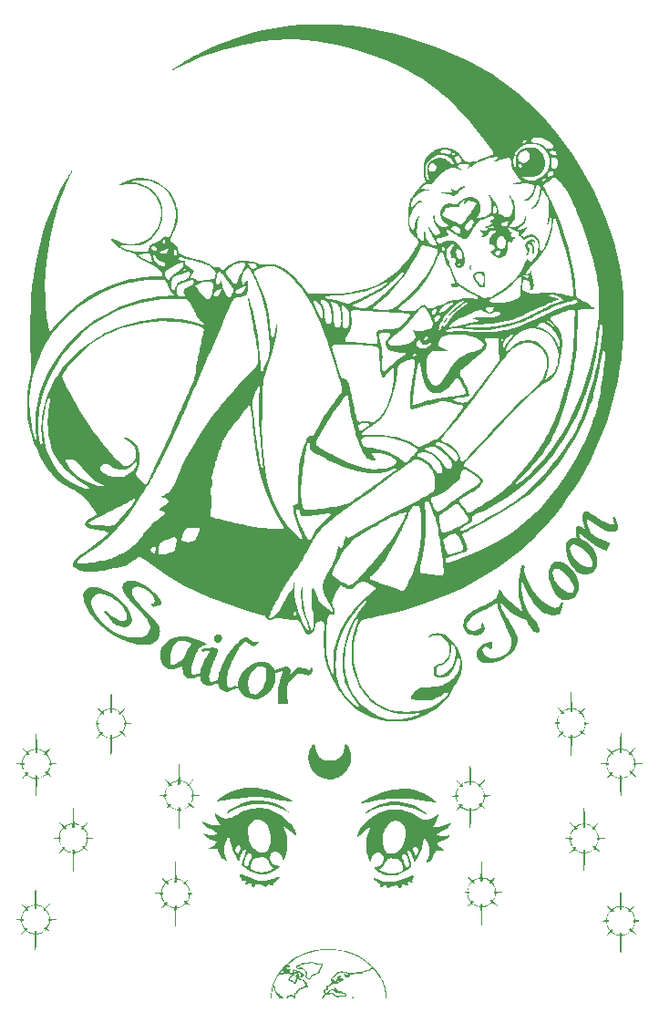
<source format=gto>
G04 #@! TF.GenerationSoftware,KiCad,Pcbnew,(6.0.11)*
G04 #@! TF.CreationDate,2023-07-10T16:30:22-05:00*
G04 #@! TF.ProjectId,sailor_moon,7361696c-6f72-45f6-9d6f-6f6e2e6b6963,rev?*
G04 #@! TF.SameCoordinates,Original*
G04 #@! TF.FileFunction,Legend,Top*
G04 #@! TF.FilePolarity,Positive*
%FSLAX46Y46*%
G04 Gerber Fmt 4.6, Leading zero omitted, Abs format (unit mm)*
G04 Created by KiCad (PCBNEW (6.0.11)) date 2023-07-10 16:30:22*
%MOMM*%
%LPD*%
G01*
G04 APERTURE LIST*
G04 Aperture macros list*
%AMRotRect*
0 Rectangle, with rotation*
0 The origin of the aperture is its center*
0 $1 length*
0 $2 width*
0 $3 Rotation angle, in degrees counterclockwise*
0 Add horizontal line*
21,1,$1,$2,0,0,$3*%
G04 Aperture macros list end*
%ADD10RotRect,1.800000X1.800000X240.000000*%
%ADD11C,1.800000*%
%ADD12C,1.400000*%
%ADD13R,1.600000X1.600000*%
%ADD14C,1.600000*%
%ADD15R,1.500000X1.050000*%
%ADD16O,1.500000X1.050000*%
%ADD17R,1.700000X1.700000*%
%ADD18C,1.700000*%
%ADD19RotRect,1.800000X1.800000X135.000000*%
%ADD20O,1.700000X1.700000*%
%ADD21RotRect,1.800000X1.800000X315.000000*%
%ADD22RotRect,1.800000X1.800000X45.000000*%
G04 APERTURE END LIST*
G36*
X122495407Y-140277043D02*
G01*
X122602984Y-140312961D01*
X122746564Y-140367194D01*
X122913748Y-140435133D01*
X123028673Y-140484230D01*
X123430535Y-140647793D01*
X123792162Y-140768388D01*
X124123796Y-140846675D01*
X124435681Y-140883310D01*
X124738059Y-140878952D01*
X125041173Y-140834260D01*
X125355264Y-140749891D01*
X125628860Y-140651301D01*
X125798540Y-140584407D01*
X125915783Y-140539281D01*
X125990277Y-140513294D01*
X126031709Y-140503818D01*
X126049767Y-140508225D01*
X126054138Y-140523887D01*
X126054217Y-140535900D01*
X126027349Y-140607225D01*
X125954193Y-140700909D01*
X125845926Y-140805386D01*
X125713725Y-140909086D01*
X125655732Y-140948349D01*
X125544749Y-141021754D01*
X125479499Y-141073464D01*
X125449127Y-141117149D01*
X125442780Y-141166483D01*
X125446799Y-141211522D01*
X125450593Y-141291567D01*
X125431030Y-141325076D01*
X125394569Y-141330713D01*
X125325601Y-141317580D01*
X125226566Y-141284307D01*
X125176869Y-141263769D01*
X125041935Y-141222038D01*
X124937622Y-141225826D01*
X124871994Y-141273049D01*
X124852641Y-141347601D01*
X124831146Y-141426307D01*
X124773273Y-141453937D01*
X124688935Y-141427447D01*
X124658313Y-141407289D01*
X124552663Y-141336056D01*
X124453957Y-141288851D01*
X124338447Y-141257172D01*
X124182386Y-141232515D01*
X124163322Y-141230069D01*
X124023871Y-141215121D01*
X123931834Y-141213783D01*
X123869078Y-141227038D01*
X123828682Y-141248212D01*
X123771298Y-141301612D01*
X123751195Y-141346975D01*
X123723709Y-141398006D01*
X123660668Y-141444154D01*
X123591677Y-141464046D01*
X123548023Y-141441756D01*
X123506040Y-141403088D01*
X123468572Y-141328940D01*
X123450995Y-141229335D01*
X123450801Y-141218709D01*
X123436874Y-141120899D01*
X123391787Y-141075313D01*
X123310576Y-141080547D01*
X123188280Y-141135197D01*
X123177215Y-141141303D01*
X123043009Y-141206905D01*
X122950671Y-141227840D01*
X122892510Y-141204101D01*
X122862124Y-141141035D01*
X122858120Y-141063106D01*
X122903716Y-141008998D01*
X122911554Y-141003636D01*
X122971634Y-140952875D01*
X122970282Y-140913048D01*
X122905591Y-140873486D01*
X122886817Y-140865464D01*
X122803277Y-140843090D01*
X122725316Y-140860354D01*
X122688212Y-140878087D01*
X122575654Y-140922105D01*
X122505400Y-140919111D01*
X122481239Y-140871730D01*
X122506957Y-140782589D01*
X122518280Y-140760241D01*
X122532599Y-140709106D01*
X122511160Y-140653198D01*
X122451526Y-140577939D01*
X122373695Y-140461058D01*
X122349355Y-140362886D01*
X122358399Y-140292140D01*
X122397560Y-140266431D01*
X122436229Y-140264046D01*
X122495407Y-140277043D01*
G37*
G36*
X102041663Y-144346309D02*
G01*
X102060591Y-144260085D01*
X102061114Y-144256466D01*
X102103478Y-144085630D01*
X102178682Y-143894953D01*
X102273919Y-143713233D01*
X102355899Y-143593690D01*
X102452255Y-143473334D01*
X102268317Y-143252023D01*
X102189949Y-143153430D01*
X102136359Y-143077446D01*
X102115274Y-143035471D01*
X102118314Y-143030713D01*
X102166497Y-143054491D01*
X102169878Y-143059199D01*
X102203579Y-143092601D01*
X102275305Y-143153206D01*
X102369757Y-143228104D01*
X102373057Y-143230649D01*
X102558608Y-143373612D01*
X102732891Y-143278282D01*
X102868552Y-143215911D01*
X103018727Y-143163889D01*
X103089884Y-143146036D01*
X103195487Y-143121531D01*
X103253428Y-143093976D01*
X103282017Y-143050159D01*
X103295402Y-142997753D01*
X103303756Y-142925183D01*
X103311276Y-142801084D01*
X103317308Y-142640597D01*
X103321194Y-142458859D01*
X103322002Y-142383549D01*
X103326874Y-142088396D01*
X103336561Y-141859305D01*
X103351104Y-141695842D01*
X103370540Y-141597571D01*
X103394908Y-141564059D01*
X103395443Y-141564046D01*
X103408760Y-141594863D01*
X103419678Y-141677258D01*
X103426523Y-141796144D01*
X103427809Y-141855713D01*
X103430115Y-141996315D01*
X103433399Y-142117321D01*
X103437072Y-142198689D01*
X103438336Y-142214046D01*
X103441642Y-142272337D01*
X103445278Y-142381597D01*
X103448799Y-142526133D01*
X103451735Y-142688411D01*
X103457897Y-143096109D01*
X103549684Y-143115292D01*
X103744388Y-143160902D01*
X103893188Y-143208773D01*
X104016741Y-143266248D01*
X104080304Y-143303907D01*
X104234338Y-143401464D01*
X104338430Y-143308283D01*
X104424017Y-143231208D01*
X104528974Y-143136079D01*
X104589197Y-143081241D01*
X104660458Y-143018264D01*
X104697667Y-142992001D01*
X104699496Y-143005942D01*
X104664619Y-143063575D01*
X104591708Y-143168388D01*
X104516127Y-143273357D01*
X104352299Y-143499335D01*
X104474321Y-143676273D01*
X104553801Y-143812313D01*
X104626843Y-143973716D01*
X104685030Y-144137965D01*
X104719947Y-144282541D01*
X104726228Y-144350349D01*
X104730407Y-144393032D01*
X104752796Y-144417483D01*
X104808172Y-144429220D01*
X104911312Y-144433765D01*
X104951524Y-144434514D01*
X105153020Y-144440179D01*
X105288123Y-144449230D01*
X105356782Y-144461623D01*
X105358943Y-144477313D01*
X105294556Y-144496257D01*
X105163568Y-144518411D01*
X105066779Y-144531484D01*
X104736592Y-144573507D01*
X104695362Y-144780662D01*
X104655596Y-144925768D01*
X104598185Y-145073972D01*
X104559350Y-145150931D01*
X104464568Y-145314046D01*
X104687185Y-145542310D01*
X104909802Y-145770575D01*
X104709539Y-145646026D01*
X104600179Y-145576104D01*
X104507511Y-145513475D01*
X104452571Y-145472469D01*
X104414710Y-145448872D01*
X104373150Y-145454222D01*
X104310687Y-145494497D01*
X104249976Y-145542849D01*
X104078786Y-145660247D01*
X103881748Y-145759937D01*
X103686968Y-145828707D01*
X103603452Y-145846710D01*
X103465301Y-145868657D01*
X103440818Y-146716351D01*
X103433253Y-146946155D01*
X103424690Y-147152301D01*
X103415640Y-147325943D01*
X103406617Y-147458236D01*
X103398133Y-147540334D01*
X103391659Y-147564046D01*
X103375885Y-147533764D01*
X103359138Y-147454771D01*
X103346330Y-147355713D01*
X103339100Y-147250305D01*
X103332599Y-147095052D01*
X103327337Y-146906776D01*
X103323826Y-146702298D01*
X103322781Y-146580713D01*
X103320816Y-146388026D01*
X103317212Y-146214521D01*
X103312379Y-146072956D01*
X103306722Y-145976090D01*
X103302359Y-145941146D01*
X103273431Y-145890700D01*
X103205444Y-145855227D01*
X103119932Y-145832929D01*
X102899125Y-145762728D01*
X102675934Y-145651495D01*
X102580120Y-145589600D01*
X102486705Y-145523859D01*
X102238004Y-145727712D01*
X102132137Y-145813136D01*
X102048689Y-145877900D01*
X101998680Y-145913595D01*
X101989303Y-145917447D01*
X102009029Y-145887211D01*
X102061980Y-145817707D01*
X102138811Y-145721021D01*
X102187270Y-145661361D01*
X102385237Y-145419393D01*
X102283911Y-145272315D01*
X102206841Y-145141026D01*
X102137552Y-144988911D01*
X102084932Y-144838933D01*
X102057869Y-144714057D01*
X102056057Y-144683513D01*
X102050823Y-144626756D01*
X102026430Y-144590109D01*
X101969839Y-144567029D01*
X101868014Y-144550978D01*
X101772637Y-144541332D01*
X101642882Y-144524448D01*
X101563466Y-144504644D01*
X101538187Y-144485197D01*
X101570839Y-144469388D01*
X101665221Y-144460495D01*
X101678595Y-144460102D01*
X101837768Y-144452849D01*
X101942903Y-144435956D01*
X101945839Y-144434424D01*
X102113073Y-144434424D01*
X102201385Y-144412288D01*
X102262547Y-144403448D01*
X102286098Y-144430872D01*
X102289697Y-144494401D01*
X102283990Y-144565220D01*
X102255914Y-144586049D01*
X102206254Y-144577734D01*
X102149787Y-144570066D01*
X102127200Y-144597231D01*
X102123604Y-144668766D01*
X102141350Y-144782028D01*
X102187212Y-144927140D01*
X102252025Y-145080651D01*
X102326625Y-145219110D01*
X102355944Y-145263335D01*
X102433508Y-145372121D01*
X102488287Y-145299595D01*
X102543065Y-145227068D01*
X102605129Y-145295557D01*
X102646478Y-145348998D01*
X102641610Y-145388558D01*
X102608902Y-145428371D01*
X102578182Y-145468213D01*
X102580689Y-145499777D01*
X102624947Y-145538413D01*
X102695516Y-145584334D01*
X102800625Y-145641086D01*
X102932696Y-145699269D01*
X103068901Y-145750175D01*
X103186409Y-145785093D01*
X103249290Y-145795587D01*
X103279425Y-145766646D01*
X103290996Y-145684552D01*
X103291011Y-145680713D01*
X103296619Y-145602314D01*
X103324901Y-145570158D01*
X103390308Y-145564046D01*
X103458934Y-145570386D01*
X103478301Y-145603182D01*
X103470388Y-145660003D01*
X103466475Y-145734803D01*
X103483590Y-145775970D01*
X103541490Y-145781366D01*
X103641395Y-145763171D01*
X103765317Y-145727026D01*
X103895267Y-145678572D01*
X104013256Y-145623453D01*
X104064134Y-145593888D01*
X104188289Y-145509805D01*
X104258735Y-145447773D01*
X104281052Y-145399211D01*
X104260822Y-145355538D01*
X104234814Y-145331485D01*
X104186394Y-145283943D01*
X104188170Y-145241153D01*
X104214463Y-145199538D01*
X104266147Y-145125846D01*
X104345317Y-145200125D01*
X104424488Y-145274404D01*
X104523279Y-145060892D01*
X104596207Y-144887266D01*
X104639338Y-144748560D01*
X104651401Y-144651331D01*
X104631124Y-144602140D01*
X104613123Y-144597380D01*
X104569150Y-144569058D01*
X104559342Y-144514046D01*
X104577632Y-144445895D01*
X104613198Y-144430713D01*
X104644591Y-144420437D01*
X104654695Y-144379089D01*
X104646573Y-144290891D01*
X104643933Y-144272380D01*
X104614867Y-144141925D01*
X104567997Y-144005474D01*
X104509584Y-143874025D01*
X104445890Y-143758577D01*
X104383176Y-143670129D01*
X104327705Y-143619677D01*
X104285738Y-143618221D01*
X104277188Y-143628206D01*
X104242156Y-143659824D01*
X104191446Y-143645611D01*
X104145520Y-143614028D01*
X104103339Y-143569434D01*
X104116076Y-143525876D01*
X104124574Y-143515088D01*
X104149310Y-143458737D01*
X104129042Y-143418381D01*
X104072992Y-143376683D01*
X103973637Y-143323993D01*
X103851360Y-143269280D01*
X103726550Y-143221512D01*
X103619590Y-143189657D01*
X103599750Y-143185541D01*
X103491274Y-143165713D01*
X103491274Y-143327980D01*
X103482643Y-143442584D01*
X103455214Y-143500932D01*
X103441208Y-143509434D01*
X103361904Y-143519534D01*
X103313073Y-143474705D01*
X103292199Y-143371904D01*
X103291011Y-143327980D01*
X103291011Y-143165713D01*
X103182535Y-143186700D01*
X102983072Y-143239970D01*
X102805864Y-143314707D01*
X102720921Y-143365951D01*
X102622520Y-143435927D01*
X102697010Y-143496166D01*
X102746130Y-143545447D01*
X102744352Y-143585891D01*
X102726775Y-143610226D01*
X102659345Y-143659328D01*
X102593830Y-143641824D01*
X102550714Y-143592572D01*
X102520985Y-143553358D01*
X102493955Y-143548517D01*
X102454512Y-143584293D01*
X102395743Y-143656589D01*
X102252274Y-143882212D01*
X102159585Y-144126761D01*
X102133054Y-144265935D01*
X102113073Y-144434424D01*
X101945839Y-144434424D01*
X102006651Y-144402688D01*
X102041663Y-144346309D01*
G37*
G36*
X143446895Y-142049236D02*
G01*
X143393228Y-142026564D01*
X143379999Y-142024046D01*
X143339999Y-142004046D01*
X143309999Y-141994046D01*
X143289999Y-141984046D01*
X143259999Y-141954046D01*
X143299999Y-141934046D01*
X143319999Y-141930874D01*
X143339999Y-141924046D01*
X143369999Y-141914046D01*
X143389999Y-141904046D01*
X143419999Y-141894046D01*
X143439999Y-141884046D01*
X143462436Y-141868070D01*
X143476412Y-141823183D01*
X143477082Y-141798899D01*
X143499737Y-141638979D01*
X143562838Y-141451561D01*
X143659089Y-141255744D01*
X143725656Y-141148188D01*
X143872241Y-140929878D01*
X143722114Y-140755295D01*
X143615953Y-140627718D01*
X143556471Y-140546361D01*
X143543689Y-140511526D01*
X143577626Y-140523514D01*
X143658304Y-140582625D01*
X143713517Y-140627725D01*
X143816759Y-140711805D01*
X143903360Y-140778558D01*
X143958466Y-140816653D01*
X143966535Y-140820760D01*
X144016710Y-140814153D01*
X144099706Y-140780155D01*
X144150738Y-140752977D01*
X144310819Y-140676199D01*
X144502460Y-140615831D01*
X144645773Y-140583562D01*
X144699602Y-140563759D01*
X144725351Y-140519483D01*
X144734388Y-140430279D01*
X144734625Y-140423713D01*
X144747788Y-140052813D01*
X144759651Y-139744922D01*
X144770412Y-139496400D01*
X144780266Y-139303606D01*
X144789410Y-139162899D01*
X144798040Y-139070638D01*
X144806354Y-139023182D01*
X144810680Y-139014964D01*
X144821101Y-139040405D01*
X144832198Y-139121774D01*
X144843360Y-139248346D01*
X144853980Y-139409393D01*
X144863449Y-139594192D01*
X144871158Y-139792014D01*
X144876497Y-139992135D01*
X144878860Y-140183828D01*
X144878922Y-140217349D01*
X144882260Y-140354669D01*
X144891211Y-140465454D01*
X144904180Y-140533754D01*
X144911898Y-140547132D01*
X144960252Y-140565954D01*
X145051333Y-140593644D01*
X145137194Y-140616839D01*
X145280007Y-140664489D01*
X145427310Y-140730276D01*
X145491820Y-140766080D01*
X145566257Y-140811558D01*
X145622064Y-140836609D01*
X145672044Y-140836666D01*
X145728998Y-140807160D01*
X145805730Y-140743524D01*
X145915041Y-140641192D01*
X145959192Y-140599338D01*
X146050069Y-140516244D01*
X146101424Y-140477387D01*
X146112974Y-140484537D01*
X146084433Y-140539465D01*
X146015519Y-140643940D01*
X145933151Y-140761535D01*
X145781074Y-140975690D01*
X145866101Y-141087019D01*
X145972257Y-141255134D01*
X146061602Y-141450620D01*
X146121625Y-141643811D01*
X146136481Y-141728140D01*
X146156551Y-141897380D01*
X146377198Y-141901323D01*
X146509375Y-141907032D01*
X146629111Y-141917862D01*
X146697976Y-141928950D01*
X146745226Y-141942728D01*
X146745248Y-141953826D01*
X146691316Y-141965576D01*
X146597844Y-141978591D01*
X146423657Y-142001615D01*
X146303897Y-142021614D01*
X146226884Y-142044809D01*
X146180936Y-142077420D01*
X146154371Y-142125668D01*
X146135508Y-142195775D01*
X146128084Y-142228760D01*
X146089685Y-142361733D01*
X146034100Y-142512310D01*
X145994084Y-142603589D01*
X145900530Y-142799070D01*
X146115679Y-143019156D01*
X146330827Y-143239242D01*
X146070583Y-143066236D01*
X145810338Y-142893230D01*
X145693858Y-142995367D01*
X145505996Y-143128376D01*
X145283675Y-143236354D01*
X145063550Y-143302886D01*
X144884663Y-143338765D01*
X144877200Y-143826406D01*
X144873858Y-144010450D01*
X144869821Y-144180001D01*
X144865530Y-144319366D01*
X144861427Y-144412852D01*
X144860210Y-144430713D01*
X144854986Y-144524313D01*
X144850606Y-144655445D01*
X144848114Y-144789046D01*
X144843205Y-144906327D01*
X144832631Y-144992224D01*
X144818551Y-145030167D01*
X144816596Y-145030713D01*
X144806558Y-144999084D01*
X144795719Y-144910974D01*
X144784883Y-144776551D01*
X144774858Y-144605982D01*
X144766448Y-144409434D01*
X144765737Y-144389046D01*
X144758498Y-144172528D01*
X144751801Y-143963901D01*
X144746108Y-143778171D01*
X144741879Y-143630345D01*
X144739687Y-143541144D01*
X144735547Y-143334908D01*
X144598627Y-143312829D01*
X144406811Y-143261619D01*
X144202499Y-143173290D01*
X144037735Y-143075720D01*
X143914157Y-142990508D01*
X143653898Y-143201345D01*
X143543547Y-143289744D01*
X143476158Y-143339685D01*
X143451705Y-143348699D01*
X143470164Y-143314315D01*
X143531509Y-143234065D01*
X143635716Y-143105478D01*
X143652714Y-143084711D01*
X143733348Y-142983951D01*
X143776676Y-142919196D01*
X143788684Y-142875703D01*
X143775361Y-142838734D01*
X143761038Y-142818044D01*
X143684329Y-142695146D01*
X143607909Y-142541445D01*
X143542615Y-142381947D01*
X143499287Y-142241656D01*
X143490018Y-142192791D01*
X143475641Y-142109268D01*
X143543836Y-142109268D01*
X143562515Y-142236148D01*
X143612994Y-142393737D01*
X143686936Y-142559474D01*
X143753481Y-142676664D01*
X143856695Y-142839281D01*
X143917906Y-142763787D01*
X143964713Y-142713193D01*
X144000668Y-142712158D01*
X144045701Y-142748471D01*
X144089924Y-142793486D01*
X144089389Y-142828072D01*
X144043590Y-142881673D01*
X144043421Y-142881853D01*
X143974558Y-142955058D01*
X144135788Y-143058383D01*
X144252815Y-143120914D01*
X144398835Y-143182019D01*
X144546641Y-143231656D01*
X144669027Y-143259783D01*
X144687003Y-143261852D01*
X144703527Y-143234087D01*
X144711812Y-143162951D01*
X144712036Y-143147380D01*
X144717618Y-143068996D01*
X144745931Y-143036846D01*
X144812168Y-143030713D01*
X144879442Y-143037217D01*
X144907035Y-143070205D01*
X144912299Y-143147380D01*
X144919802Y-143224505D01*
X144938250Y-143263043D01*
X144942160Y-143264046D01*
X145041054Y-143247432D01*
X145174883Y-143203564D01*
X145322537Y-143141402D01*
X145462907Y-143069909D01*
X145574882Y-142998046D01*
X145582280Y-142992313D01*
X145755874Y-142855275D01*
X145670932Y-142803803D01*
X145613947Y-142762895D01*
X145608588Y-142724185D01*
X145637717Y-142673488D01*
X145689445Y-142594645D01*
X145766212Y-142666670D01*
X145842980Y-142738694D01*
X145912203Y-142626370D01*
X145965749Y-142520538D01*
X146017274Y-142388020D01*
X146058024Y-142254912D01*
X146079247Y-142147307D01*
X146080499Y-142124663D01*
X146057862Y-142074021D01*
X146030433Y-142064046D01*
X145990201Y-142035013D01*
X145980367Y-141979667D01*
X145998045Y-141908676D01*
X146030433Y-141876100D01*
X146070337Y-141834194D01*
X146075669Y-141748770D01*
X146046228Y-141614593D01*
X146016976Y-141523427D01*
X145971506Y-141410872D01*
X145913322Y-141292962D01*
X145851660Y-141185527D01*
X145795755Y-141104396D01*
X145754843Y-141065401D01*
X145748967Y-141064046D01*
X145708736Y-141084664D01*
X145687437Y-141103259D01*
X145636643Y-141117378D01*
X145581925Y-141089233D01*
X145544273Y-141038408D01*
X145544679Y-140984486D01*
X145550669Y-140975653D01*
X145570085Y-140920824D01*
X145550067Y-140885048D01*
X145494017Y-140843349D01*
X145394662Y-140790660D01*
X145272385Y-140735947D01*
X145147574Y-140688179D01*
X145040615Y-140656324D01*
X145020775Y-140652207D01*
X144912299Y-140632380D01*
X144912299Y-140794647D01*
X144899548Y-140915960D01*
X144859617Y-140978363D01*
X144789990Y-140984898D01*
X144762102Y-140976100D01*
X144727763Y-140934966D01*
X144713003Y-140840410D01*
X144712036Y-140794647D01*
X144712036Y-140632380D01*
X144603560Y-140651709D01*
X144522057Y-140673806D01*
X144415347Y-140712520D01*
X144300536Y-140760270D01*
X144194731Y-140809476D01*
X144115036Y-140852557D01*
X144078558Y-140881934D01*
X144077871Y-140884670D01*
X144097958Y-140925412D01*
X144133109Y-140969755D01*
X144168913Y-141018877D01*
X144159170Y-141059891D01*
X144126917Y-141098504D01*
X144065486Y-141166296D01*
X143994421Y-141077289D01*
X143923357Y-140988283D01*
X143799475Y-141156822D01*
X143708161Y-141303477D01*
X143629278Y-141471057D01*
X143571825Y-141636805D01*
X143544804Y-141777966D01*
X143543836Y-141803233D01*
X143550756Y-141869480D01*
X143583746Y-141885889D01*
X143627279Y-141877734D01*
X143685110Y-141870369D01*
X143707414Y-141899855D01*
X143710722Y-141961068D01*
X143705015Y-142031887D01*
X143676939Y-142052716D01*
X143627279Y-142044401D01*
X143565926Y-142037953D01*
X143545319Y-142073732D01*
X143543836Y-142109268D01*
X143475641Y-142109268D01*
X143473687Y-142097913D01*
X143446895Y-142049236D01*
G37*
G36*
X122646690Y-139490722D02*
G01*
X122581652Y-139420142D01*
X122553227Y-139360940D01*
X122549618Y-139328243D01*
X122550755Y-139319742D01*
X122757298Y-139319742D01*
X122775945Y-139378414D01*
X122814890Y-139435552D01*
X122836291Y-139461489D01*
X122926823Y-139541230D01*
X123010015Y-139561276D01*
X123077828Y-139521055D01*
X123116829Y-139457108D01*
X123170345Y-139346954D01*
X123232319Y-139205819D01*
X123296691Y-139048933D01*
X123357404Y-138891522D01*
X123408399Y-138748814D01*
X123443617Y-138636037D01*
X123457000Y-138568419D01*
X123457003Y-138568021D01*
X123433071Y-138459654D01*
X123370932Y-138363519D01*
X123286449Y-138295866D01*
X123195483Y-138272949D01*
X123172389Y-138276407D01*
X123103443Y-138323754D01*
X123028522Y-138426979D01*
X122952635Y-138576202D01*
X122880791Y-138761544D01*
X122817999Y-138973125D01*
X122816830Y-138977712D01*
X122778371Y-139135073D01*
X122758316Y-139243856D01*
X122757298Y-139319742D01*
X122550755Y-139319742D01*
X122563292Y-139226033D01*
X122602436Y-139072523D01*
X122664233Y-138876798D01*
X122745866Y-138647942D01*
X122820395Y-138455043D01*
X122895662Y-138252641D01*
X122938197Y-138104242D01*
X122948756Y-138006176D01*
X122928091Y-137954773D01*
X122923760Y-137951696D01*
X122868563Y-137952091D01*
X122788380Y-137989572D01*
X122702812Y-138051613D01*
X122631458Y-138125685D01*
X122615566Y-138148682D01*
X122577194Y-138224008D01*
X122524676Y-138345022D01*
X122465277Y-138494268D01*
X122412849Y-138635752D01*
X122359767Y-138782744D01*
X122314545Y-138904940D01*
X122281941Y-138989694D01*
X122266710Y-139024358D01*
X122266657Y-139024414D01*
X122241287Y-139007865D01*
X122191901Y-138944356D01*
X122125866Y-138845764D01*
X122050550Y-138723969D01*
X121973319Y-138590849D01*
X121901542Y-138458283D01*
X121847056Y-138347887D01*
X121760708Y-138142504D01*
X121694618Y-137962064D01*
X121929782Y-137962064D01*
X121955839Y-138120215D01*
X122047541Y-138273682D01*
X122058578Y-138286558D01*
X122110313Y-138343418D01*
X122148465Y-138369470D01*
X122182507Y-138358419D01*
X122221914Y-138303971D01*
X122276164Y-138199828D01*
X122318225Y-138114046D01*
X122390536Y-137929684D01*
X122413129Y-137776630D01*
X122385567Y-137659893D01*
X122360871Y-137625004D01*
X122275063Y-137571013D01*
X122178149Y-137580368D01*
X122077311Y-137652300D01*
X122074018Y-137655713D01*
X121969224Y-137805230D01*
X121929782Y-137962064D01*
X121694618Y-137962064D01*
X121669441Y-137893326D01*
X121580350Y-137622136D01*
X121500530Y-137350717D01*
X121437078Y-137100852D01*
X121428857Y-137064046D01*
X121399540Y-136940864D01*
X121371859Y-136843417D01*
X121351088Y-136789939D01*
X121348573Y-136786478D01*
X121312719Y-136788203D01*
X121261142Y-136842473D01*
X121199171Y-136938569D01*
X121132137Y-137065772D01*
X121065369Y-137213363D01*
X121004196Y-137370622D01*
X120953948Y-137526831D01*
X120927268Y-137633848D01*
X120895794Y-137922435D01*
X120914210Y-138232996D01*
X120979654Y-138546652D01*
X121089266Y-138844520D01*
X121120490Y-138908943D01*
X121157558Y-138989811D01*
X121173813Y-139042113D01*
X121172688Y-139050281D01*
X121131975Y-139048278D01*
X121054537Y-139014318D01*
X120955906Y-138957927D01*
X120851612Y-138888634D01*
X120757188Y-138815964D01*
X120695056Y-138757301D01*
X120590984Y-138616466D01*
X120487930Y-138431479D01*
X120397015Y-138224086D01*
X120345487Y-138073672D01*
X120303559Y-137933297D01*
X119966339Y-137934933D01*
X119813988Y-137932630D01*
X119679241Y-137925103D01*
X119581041Y-137913680D01*
X119547786Y-137905602D01*
X119507110Y-137886723D01*
X119504105Y-137867680D01*
X119546451Y-137839810D01*
X119641832Y-137794451D01*
X119649440Y-137790970D01*
X119858108Y-137671972D01*
X120027414Y-137527395D01*
X120143981Y-137368770D01*
X120147824Y-137361385D01*
X120212005Y-137235745D01*
X119987316Y-137162878D01*
X119670139Y-137045308D01*
X119415151Y-136917871D01*
X119218221Y-136778303D01*
X119131000Y-136693158D01*
X119055699Y-136606823D01*
X119003764Y-136542055D01*
X118985846Y-136512183D01*
X118986071Y-136511806D01*
X119020275Y-136515651D01*
X119104571Y-136533790D01*
X119224649Y-136562983D01*
X119312422Y-136585646D01*
X119558190Y-136638484D01*
X119761792Y-136653577D01*
X119936499Y-136630318D01*
X120095583Y-136568101D01*
X120131350Y-136548221D01*
X120215346Y-136496629D01*
X120269229Y-136458863D01*
X120279973Y-136447438D01*
X120252139Y-136427720D01*
X120176491Y-136384484D01*
X120064811Y-136324250D01*
X120047608Y-136315291D01*
X123109036Y-136315291D01*
X123118817Y-136438428D01*
X123140939Y-136597606D01*
X123169941Y-136770925D01*
X123227954Y-137069214D01*
X123290011Y-137311269D01*
X123360915Y-137507522D01*
X123445464Y-137668402D01*
X123548462Y-137804339D01*
X123674709Y-137925762D01*
X123717664Y-137960784D01*
X123841662Y-138045866D01*
X123980186Y-138122361D01*
X124059864Y-138157042D01*
X124166528Y-138196324D01*
X124252288Y-138227968D01*
X124285229Y-138240165D01*
X124386894Y-138258564D01*
X124516600Y-138258122D01*
X124638677Y-138239889D01*
X124675238Y-138228668D01*
X124825178Y-138138987D01*
X124962999Y-137991817D01*
X125082561Y-137796067D01*
X125177726Y-137560647D01*
X125208144Y-137455201D01*
X125243925Y-137221628D01*
X125245655Y-136949457D01*
X125215879Y-136655844D01*
X125157141Y-136357947D01*
X125071986Y-136072925D01*
X124966278Y-135824441D01*
X124857122Y-135655058D01*
X124709284Y-135487351D01*
X124544253Y-135343312D01*
X124415023Y-135260284D01*
X124245314Y-135201445D01*
X124050347Y-135179924D01*
X123857218Y-135196260D01*
X123702564Y-135246119D01*
X123507487Y-135378570D01*
X123343117Y-135562781D01*
X123216541Y-135788158D01*
X123134847Y-136044106D01*
X123121882Y-136114046D01*
X123110442Y-136212422D01*
X123109036Y-136315291D01*
X120047608Y-136315291D01*
X119938307Y-136258368D01*
X119635159Y-136094730D01*
X119390500Y-135944040D01*
X119198334Y-135802017D01*
X119052663Y-135664378D01*
X118978472Y-135573014D01*
X118911561Y-135476834D01*
X118863602Y-135402439D01*
X118844766Y-135365621D01*
X118844756Y-135365348D01*
X118872252Y-135369165D01*
X118945618Y-135397581D01*
X119051169Y-135445079D01*
X119097490Y-135467284D01*
X119447269Y-135605810D01*
X119836886Y-135702417D01*
X120251552Y-135753501D01*
X120279060Y-135755163D01*
X120629144Y-135774962D01*
X120570439Y-135694504D01*
X120409493Y-135461922D01*
X120272317Y-135239667D01*
X120163562Y-135036724D01*
X120087879Y-134862078D01*
X120049916Y-134724716D01*
X120046333Y-134681717D01*
X120056410Y-134621343D01*
X120090687Y-134603644D01*
X120155230Y-134630329D01*
X120256105Y-134703107D01*
X120325735Y-134760412D01*
X120562371Y-134922494D01*
X120820899Y-135032350D01*
X121088894Y-135086635D01*
X121353927Y-135082001D01*
X121452378Y-135063837D01*
X121585742Y-135027061D01*
X121709597Y-134978712D01*
X121841487Y-134910206D01*
X121998956Y-134812957D01*
X122094833Y-134749483D01*
X122423485Y-134554323D01*
X122786821Y-134382925D01*
X123153385Y-134250040D01*
X123171156Y-134244695D01*
X123403774Y-134191578D01*
X123678475Y-134154514D01*
X123972230Y-134134856D01*
X124262012Y-134133956D01*
X124524792Y-134153168D01*
X124585623Y-134161590D01*
X124930420Y-134236626D01*
X125294472Y-134354141D01*
X125654736Y-134505039D01*
X125988165Y-134680226D01*
X126137660Y-134774115D01*
X126370305Y-134942668D01*
X126604792Y-135135346D01*
X126831057Y-135342045D01*
X127039035Y-135552660D01*
X127218662Y-135757086D01*
X127359873Y-135945221D01*
X127441217Y-136082819D01*
X127485247Y-136188881D01*
X127526038Y-136315983D01*
X127559568Y-136446727D01*
X127581816Y-136563718D01*
X127588759Y-136649558D01*
X127580304Y-136684406D01*
X127549178Y-136671291D01*
X127478741Y-136620638D01*
X127378783Y-136540069D01*
X127259097Y-136437209D01*
X127232349Y-136413468D01*
X127090495Y-136290500D01*
X126940383Y-136166530D01*
X126792042Y-136049161D01*
X126655502Y-135945999D01*
X126540794Y-135864649D01*
X126457947Y-135812716D01*
X126419808Y-135797380D01*
X126420837Y-135825439D01*
X126444631Y-135900315D01*
X126486502Y-136008059D01*
X126506606Y-136055713D01*
X126605549Y-136300638D01*
X126677384Y-136520253D01*
X126725823Y-136734022D01*
X126754577Y-136961412D01*
X126767358Y-137221886D01*
X126768806Y-137430713D01*
X126766141Y-137658038D01*
X126759658Y-137834122D01*
X126747966Y-137974348D01*
X126729674Y-138094098D01*
X126703391Y-138208753D01*
X126695904Y-138236621D01*
X126649474Y-138392478D01*
X126595483Y-138553304D01*
X126539077Y-138705971D01*
X126485408Y-138837350D01*
X126439623Y-138934313D01*
X126406872Y-138983731D01*
X126401578Y-138987040D01*
X126379785Y-138962132D01*
X126350126Y-138887320D01*
X126318511Y-138777929D01*
X126314148Y-138760247D01*
X126245834Y-138550158D01*
X126151985Y-138393521D01*
X126025048Y-138279584D01*
X125944456Y-138234125D01*
X125785978Y-138180986D01*
X125618660Y-138163453D01*
X125464748Y-138181672D01*
X125353902Y-138230283D01*
X125258613Y-138335255D01*
X125192025Y-138483721D01*
X125157559Y-138657472D01*
X125158635Y-138838299D01*
X125198676Y-139007994D01*
X125204871Y-139023450D01*
X125308377Y-139201482D01*
X125454352Y-139335920D01*
X125648387Y-139430720D01*
X125853955Y-139482856D01*
X126070906Y-139521465D01*
X125837266Y-139751511D01*
X125560275Y-139984121D01*
X125266584Y-140152613D01*
X125001451Y-140246340D01*
X124820063Y-140277577D01*
X124598420Y-140291639D01*
X124360748Y-140288591D01*
X124131275Y-140268502D01*
X123984835Y-140243545D01*
X123698753Y-140157582D01*
X123401826Y-140020425D01*
X123088265Y-139828967D01*
X122933970Y-139714835D01*
X123356478Y-139714835D01*
X123368699Y-139755911D01*
X123394072Y-139791050D01*
X123403175Y-139801411D01*
X123522078Y-139893662D01*
X123692535Y-139969877D01*
X123900817Y-140027931D01*
X124133194Y-140065703D01*
X124375935Y-140081069D01*
X124615311Y-140071907D01*
X124837592Y-140036094D01*
X124869329Y-140028102D01*
X124981971Y-139991732D01*
X125111865Y-139940079D01*
X125244478Y-139880255D01*
X125365273Y-139819372D01*
X125459715Y-139764542D01*
X125513269Y-139722876D01*
X125520183Y-139709646D01*
X125493332Y-139664752D01*
X125428733Y-139618245D01*
X125428396Y-139618069D01*
X125337356Y-139558966D01*
X125255675Y-139476264D01*
X125173739Y-139357683D01*
X125081933Y-139190945D01*
X125059857Y-139147380D01*
X124957153Y-138957481D01*
X124861196Y-138823616D01*
X124758756Y-138738207D01*
X124636604Y-138693677D01*
X124481510Y-138682447D01*
X124280246Y-138696940D01*
X124274550Y-138697562D01*
X124025818Y-138728760D01*
X123834558Y-138765740D01*
X123691507Y-138815979D01*
X123587407Y-138886955D01*
X123512994Y-138986146D01*
X123459008Y-139121028D01*
X123416188Y-139299081D01*
X123396021Y-139406915D01*
X123370409Y-139555246D01*
X123357138Y-139652916D01*
X123356478Y-139714835D01*
X122933970Y-139714835D01*
X122758225Y-139584836D01*
X122646690Y-139490722D01*
G37*
G36*
X156208974Y-144665399D02*
G01*
X156110328Y-144660557D01*
X155993912Y-144651313D01*
X155886616Y-144634565D01*
X155876688Y-144632321D01*
X155844102Y-144619828D01*
X155862350Y-144608299D01*
X155936615Y-144596472D01*
X156072082Y-144583081D01*
X156082113Y-144582214D01*
X156387670Y-144555944D01*
X156410830Y-144401706D01*
X156487405Y-144112080D01*
X156625177Y-143840311D01*
X156677109Y-143764904D01*
X156800492Y-143597042D01*
X156657652Y-143422211D01*
X156575814Y-143321819D01*
X156504288Y-143233686D01*
X156462766Y-143182141D01*
X156458464Y-143166481D01*
X156494397Y-143184820D01*
X156559124Y-143228957D01*
X156641201Y-143290691D01*
X156729187Y-143361822D01*
X156801834Y-143425147D01*
X156892552Y-143507806D01*
X157091357Y-143401983D01*
X157230186Y-143338154D01*
X157380746Y-143284003D01*
X157476264Y-143258835D01*
X157662365Y-143221509D01*
X157662554Y-143034444D01*
X157663911Y-142914139D01*
X157667467Y-142758671D01*
X157672750Y-142579884D01*
X157679290Y-142389627D01*
X157686613Y-142199745D01*
X157694249Y-142022084D01*
X157701726Y-141868491D01*
X157708572Y-141750813D01*
X157714315Y-141680894D01*
X157717011Y-141666824D01*
X157735141Y-141660002D01*
X157750282Y-141688671D01*
X157763006Y-141758346D01*
X157773883Y-141874542D01*
X157783486Y-142042774D01*
X157792385Y-142268558D01*
X157798085Y-142449589D01*
X157804972Y-142665866D01*
X157812134Y-142858659D01*
X157819130Y-143018383D01*
X157825522Y-143135452D01*
X157830867Y-143200280D01*
X157833021Y-143210116D01*
X157870163Y-143223440D01*
X157951087Y-143245775D01*
X158012825Y-143261232D01*
X158132150Y-143299662D01*
X158274423Y-143358966D01*
X158388345Y-143415534D01*
X158596980Y-143529482D01*
X158830592Y-143309393D01*
X158929965Y-143217700D01*
X159008320Y-143149067D01*
X159055330Y-143112333D01*
X159064204Y-143109468D01*
X159045963Y-143143637D01*
X158997021Y-143218603D01*
X158926054Y-143321331D01*
X158882445Y-143382619D01*
X158700686Y-143635605D01*
X158817638Y-143798180D01*
X158908199Y-143946258D01*
X158985401Y-144113230D01*
X159040286Y-144276279D01*
X159063898Y-144412584D01*
X159064204Y-144426314D01*
X159071699Y-144489450D01*
X159101966Y-144529972D01*
X159166677Y-144552688D01*
X159277506Y-144562402D01*
X159398736Y-144564046D01*
X159535168Y-144569380D01*
X159617331Y-144583225D01*
X159642342Y-144602343D01*
X159607317Y-144623498D01*
X159509374Y-144643454D01*
X159473525Y-144648014D01*
X159309135Y-144668295D01*
X159198592Y-144688941D01*
X159129366Y-144717374D01*
X159088926Y-144761017D01*
X159064739Y-144827291D01*
X159049113Y-144899381D01*
X159010861Y-145037361D01*
X158953676Y-145187309D01*
X158918833Y-145260897D01*
X158825002Y-145440109D01*
X159053079Y-145673333D01*
X159155122Y-145778870D01*
X159212803Y-145843365D01*
X159223962Y-145867517D01*
X159186439Y-145852028D01*
X159098075Y-145797596D01*
X158956709Y-145704924D01*
X158956364Y-145704696D01*
X158731703Y-145556027D01*
X158613320Y-145659832D01*
X158379327Y-145821493D01*
X158112609Y-145928092D01*
X158029513Y-145948103D01*
X157960018Y-145963033D01*
X157906530Y-145981019D01*
X157866896Y-146010219D01*
X157838963Y-146058789D01*
X157820578Y-146134888D01*
X157809586Y-146246671D01*
X157803836Y-146402298D01*
X157801172Y-146609924D01*
X157799822Y-146818213D01*
X157797502Y-147024963D01*
X157793432Y-147215095D01*
X157788034Y-147376058D01*
X157781727Y-147495305D01*
X157775012Y-147559880D01*
X157752532Y-147644340D01*
X157732542Y-147664864D01*
X157715727Y-147624155D01*
X157702775Y-147524920D01*
X157694369Y-147369863D01*
X157691570Y-147230713D01*
X157689393Y-147065770D01*
X157686422Y-146924359D01*
X157683024Y-146820161D01*
X157679566Y-146766852D01*
X157679053Y-146764046D01*
X157675304Y-146718807D01*
X157671599Y-146622054D01*
X157668413Y-146488936D01*
X157666537Y-146364681D01*
X157662365Y-145998650D01*
X157570578Y-145979467D01*
X157375014Y-145933478D01*
X157225167Y-145884551D01*
X157100174Y-145824939D01*
X157019550Y-145774900D01*
X156929226Y-145715855D01*
X156862989Y-145675644D01*
X156838647Y-145664046D01*
X156807567Y-145683665D01*
X156736758Y-145736491D01*
X156638125Y-145813480D01*
X156566640Y-145870659D01*
X156465683Y-145950032D01*
X156393733Y-146002438D01*
X156358952Y-146022222D01*
X156362109Y-146012326D01*
X156408473Y-145955162D01*
X156482390Y-145865360D01*
X156568610Y-145761440D01*
X156576514Y-145751952D01*
X156659803Y-145647611D01*
X156703327Y-145578720D01*
X156713428Y-145532516D01*
X156700756Y-145501952D01*
X156562030Y-145278077D01*
X156469868Y-145057877D01*
X156436111Y-144935691D01*
X156401439Y-144804031D01*
X156362828Y-144724219D01*
X156349494Y-144714767D01*
X156462978Y-144714767D01*
X156464715Y-144772163D01*
X156474083Y-144833699D01*
X156506150Y-144964256D01*
X156559011Y-145110616D01*
X156623137Y-145251329D01*
X156688999Y-145364942D01*
X156734586Y-145420175D01*
X156785487Y-145459941D01*
X156818097Y-145452205D01*
X156847109Y-145416291D01*
X156884454Y-145373562D01*
X156918412Y-145378016D01*
X156961184Y-145413811D01*
X157006268Y-145462665D01*
X157001948Y-145501144D01*
X156975134Y-145534023D01*
X156941691Y-145592518D01*
X156943212Y-145628217D01*
X156995441Y-145676506D01*
X157091077Y-145736829D01*
X157210633Y-145798874D01*
X157334622Y-145852325D01*
X157421247Y-145881245D01*
X157540482Y-145909754D01*
X157610071Y-145913317D01*
X157642708Y-145890818D01*
X157650170Y-145861177D01*
X157656395Y-145785737D01*
X157658515Y-145755713D01*
X157689716Y-145707638D01*
X157745807Y-145697380D01*
X157802126Y-145706032D01*
X157825264Y-145745044D01*
X157829250Y-145814681D01*
X157833552Y-145892022D01*
X157856901Y-145919455D01*
X157914965Y-145913654D01*
X157921037Y-145912369D01*
X158108055Y-145858338D01*
X158294824Y-145780055D01*
X158461971Y-145687410D01*
X158590123Y-145590290D01*
X158626032Y-145552517D01*
X158647784Y-145508393D01*
X158614220Y-145473678D01*
X158599079Y-145465198D01*
X158541846Y-145423474D01*
X158538742Y-145375373D01*
X158577221Y-145312526D01*
X158613648Y-145269852D01*
X158646187Y-145271797D01*
X158697056Y-145314046D01*
X158750599Y-145357859D01*
X158782533Y-145356727D01*
X158816867Y-145315598D01*
X158864754Y-145230607D01*
X158915740Y-145110843D01*
X158960698Y-144981720D01*
X158990497Y-144868656D01*
X158997450Y-144812796D01*
X158979818Y-144746710D01*
X158947384Y-144730713D01*
X158907637Y-144700899D01*
X158897319Y-144630713D01*
X158908489Y-144556636D01*
X158948300Y-144531274D01*
X158959764Y-144530713D01*
X158996302Y-144523891D01*
X159008849Y-144492258D01*
X159001007Y-144419064D01*
X158993157Y-144375411D01*
X158950380Y-144218189D01*
X158883213Y-144048286D01*
X158803955Y-143893634D01*
X158739121Y-143798461D01*
X158686879Y-143745064D01*
X158647119Y-143740914D01*
X158616812Y-143761394D01*
X158568212Y-143787786D01*
X158519814Y-143766967D01*
X158495897Y-143746569D01*
X158451557Y-143698018D01*
X158456948Y-143659227D01*
X158482382Y-143628199D01*
X158508890Y-143590883D01*
X158500535Y-143559568D01*
X158448106Y-143519903D01*
X158390866Y-143485664D01*
X158237222Y-143403623D01*
X158101692Y-143351532D01*
X157954415Y-143317201D01*
X157829250Y-143294359D01*
X157829250Y-143462536D01*
X157827231Y-143561749D01*
X157814067Y-143611428D01*
X157779094Y-143628706D01*
X157724582Y-143630713D01*
X157619914Y-143630713D01*
X157640302Y-143482163D01*
X157646251Y-143378947D01*
X157632399Y-143318609D01*
X157625792Y-143312074D01*
X157574519Y-143310059D01*
X157481238Y-143329549D01*
X157364658Y-143364343D01*
X157243487Y-143408242D01*
X157136435Y-143455046D01*
X157062211Y-143498554D01*
X157061576Y-143499047D01*
X156978133Y-143564046D01*
X157055057Y-143623897D01*
X157131980Y-143683749D01*
X157063051Y-143746046D01*
X157012428Y-143786012D01*
X156974175Y-143783954D01*
X156918779Y-143737654D01*
X156915922Y-143734975D01*
X156837722Y-143661607D01*
X156747318Y-143779978D01*
X156646807Y-143936684D01*
X156558164Y-144119935D01*
X156494550Y-144300320D01*
X156474776Y-144389046D01*
X156463413Y-144477418D01*
X156472454Y-144518388D01*
X156510262Y-144530126D01*
X156539965Y-144530713D01*
X156603491Y-144541380D01*
X156625924Y-144587145D01*
X156627673Y-144626090D01*
X156620340Y-144692750D01*
X156585251Y-144710655D01*
X156539188Y-144704575D01*
X156485131Y-144697536D01*
X156462978Y-144714767D01*
X156349494Y-144714767D01*
X156304074Y-144682569D01*
X156208974Y-144665399D01*
G37*
G36*
X132016670Y-149565318D02*
G01*
X132008702Y-149537046D01*
X132036605Y-149538200D01*
X132048752Y-149541591D01*
X132141647Y-149558464D01*
X132260973Y-149568091D01*
X132360827Y-149567578D01*
X132393873Y-149554473D01*
X132372091Y-149528127D01*
X132304701Y-149494090D01*
X132200925Y-149457907D01*
X132158853Y-149446066D01*
X131913902Y-149403768D01*
X131695440Y-149418000D01*
X131492262Y-149491591D01*
X131293165Y-149627370D01*
X131233666Y-149679631D01*
X131131656Y-149769694D01*
X131038888Y-149845078D01*
X130973789Y-149890886D01*
X130969001Y-149893537D01*
X130912404Y-149948602D01*
X130894240Y-150018165D01*
X130920238Y-150075460D01*
X130928741Y-150081615D01*
X130979717Y-150080762D01*
X131015332Y-150060226D01*
X131058699Y-150038509D01*
X131100526Y-150063678D01*
X131129947Y-150099023D01*
X131174597Y-150164115D01*
X131193554Y-150205713D01*
X131219914Y-150230134D01*
X131226904Y-150230713D01*
X131274369Y-150201975D01*
X131322027Y-150131674D01*
X131357291Y-150043681D01*
X131367723Y-149963670D01*
X131370102Y-149947380D01*
X131461313Y-149947380D01*
X131478002Y-149964046D01*
X131494691Y-149947380D01*
X131478002Y-149930713D01*
X131461313Y-149947380D01*
X131370102Y-149947380D01*
X131378215Y-149891831D01*
X131428295Y-149816911D01*
X131496784Y-149749457D01*
X131582204Y-149682825D01*
X131656094Y-149642982D01*
X131688538Y-149637430D01*
X131742904Y-149673927D01*
X131752074Y-149741729D01*
X131715533Y-149822614D01*
X131694477Y-149847886D01*
X131647737Y-149920677D01*
X131653417Y-149972310D01*
X131707130Y-149989984D01*
X131741322Y-149984618D01*
X131833979Y-149978290D01*
X131889889Y-149986330D01*
X131965993Y-150006205D01*
X131874294Y-150101792D01*
X131808082Y-150162813D01*
X131757571Y-150195593D01*
X131749489Y-150197380D01*
X131709076Y-150220102D01*
X131644354Y-150277715D01*
X131609379Y-150314046D01*
X131563074Y-150363424D01*
X131522126Y-150397054D01*
X131472779Y-150418399D01*
X131401277Y-150430921D01*
X131293867Y-150438084D01*
X131136791Y-150443349D01*
X131090323Y-150444711D01*
X130964875Y-150462118D01*
X130863201Y-150515821D01*
X130821494Y-150549899D01*
X130724207Y-150623943D01*
X130624207Y-150683611D01*
X130600771Y-150694375D01*
X130531970Y-150727345D01*
X130516063Y-150758143D01*
X130543052Y-150806936D01*
X130544174Y-150808538D01*
X130593993Y-150907284D01*
X130584177Y-150978215D01*
X130513804Y-151022698D01*
X130386838Y-151041870D01*
X130312648Y-151051610D01*
X130282285Y-151084850D01*
X130276425Y-151162976D01*
X130276425Y-151164046D01*
X130283336Y-151244098D01*
X130314438Y-151279835D01*
X130367154Y-151291158D01*
X130432007Y-151285555D01*
X130500335Y-151246343D01*
X130588635Y-151163616D01*
X130600794Y-151150888D01*
X130732286Y-151035073D01*
X130864290Y-150959167D01*
X130984720Y-150928015D01*
X131081495Y-150946462D01*
X131092923Y-150953596D01*
X131140168Y-150980987D01*
X131158171Y-150962691D01*
X131160919Y-150899578D01*
X131160919Y-150797996D01*
X131331371Y-150902738D01*
X131437088Y-150978715D01*
X131526634Y-151062051D01*
X131564886Y-151110763D01*
X131605030Y-151167401D01*
X131626795Y-151180390D01*
X131628074Y-151174626D01*
X131656517Y-151132822D01*
X131722238Y-151109042D01*
X131796284Y-151113013D01*
X131803782Y-151115596D01*
X131854889Y-151161912D01*
X131872114Y-151199685D01*
X131903032Y-151245516D01*
X131974782Y-151263056D01*
X132010428Y-151264046D01*
X132136617Y-151289909D01*
X132214898Y-151346945D01*
X132268425Y-151407166D01*
X132278158Y-151454993D01*
X132249762Y-151522803D01*
X132246705Y-151528726D01*
X132163046Y-151621132D01*
X132034153Y-151668505D01*
X131865491Y-151669177D01*
X131813040Y-151660986D01*
X131715080Y-151640391D01*
X131645576Y-151621554D01*
X131629751Y-151615004D01*
X131589108Y-151622776D01*
X131561140Y-151647747D01*
X131511915Y-151685759D01*
X131443925Y-151692543D01*
X131344054Y-151666836D01*
X131215138Y-151614466D01*
X131108562Y-151562987D01*
X131051311Y-151520217D01*
X131029438Y-151473608D01*
X131027411Y-151445554D01*
X131017094Y-151384013D01*
X130978994Y-151374319D01*
X130969001Y-151376915D01*
X130911185Y-151390459D01*
X130806217Y-151411925D01*
X130672669Y-151437576D01*
X130610196Y-151449124D01*
X130448896Y-151480749D01*
X130339729Y-151510536D01*
X130268738Y-151546030D01*
X130221968Y-151594775D01*
X130185463Y-151664316D01*
X130177461Y-151683065D01*
X130117804Y-151772252D01*
X130026805Y-151813891D01*
X129937027Y-151826683D01*
X129908233Y-151812363D01*
X129940463Y-151771021D01*
X129990798Y-151732079D01*
X130058959Y-151666377D01*
X130092150Y-151600141D01*
X130092851Y-151591574D01*
X130117676Y-151523708D01*
X130175742Y-151458525D01*
X130230846Y-151411018D01*
X130236910Y-151376747D01*
X130197364Y-151327733D01*
X130195838Y-151326097D01*
X130610200Y-151326097D01*
X130616842Y-151330520D01*
X130661967Y-151325381D01*
X130751436Y-151312264D01*
X130839682Y-151298253D01*
X130994671Y-151284575D01*
X131099824Y-151301084D01*
X131150897Y-151346521D01*
X131153013Y-151391295D01*
X131170976Y-151447853D01*
X131233790Y-151500553D01*
X131320036Y-151537529D01*
X131408296Y-151546914D01*
X131427936Y-151543613D01*
X131526097Y-151529744D01*
X131611510Y-151527408D01*
X131701543Y-151530981D01*
X131825001Y-151535961D01*
X131908022Y-151539343D01*
X132026474Y-151539881D01*
X132096636Y-151526744D01*
X132136247Y-151496043D01*
X132141662Y-151488097D01*
X132153911Y-151426610D01*
X132106400Y-151384352D01*
X132004342Y-151365252D01*
X131977741Y-151364557D01*
X131878021Y-151347136D01*
X131804102Y-151313269D01*
X131748106Y-151281605D01*
X131714910Y-151297686D01*
X131693559Y-151333315D01*
X131655605Y-151404139D01*
X131566466Y-151318850D01*
X131492488Y-151262819D01*
X131437560Y-151259667D01*
X131427598Y-151264960D01*
X131384298Y-151288118D01*
X131345448Y-151288998D01*
X131294999Y-151261081D01*
X131216899Y-151197847D01*
X131176251Y-151162873D01*
X131073548Y-151082750D01*
X130999460Y-151047867D01*
X130948925Y-151048852D01*
X130864009Y-151072878D01*
X130821767Y-151084665D01*
X130778300Y-151112430D01*
X130721714Y-151166887D01*
X130665704Y-151231606D01*
X130623968Y-151290153D01*
X130610200Y-151326097D01*
X130195838Y-151326097D01*
X130192430Y-151322442D01*
X130135548Y-151216764D01*
X130136181Y-151096584D01*
X130178186Y-151004796D01*
X130238754Y-150950970D01*
X130332435Y-150931387D01*
X130362760Y-150930713D01*
X130495375Y-150930713D01*
X130423691Y-150833882D01*
X130379070Y-150759969D01*
X130379341Y-150705023D01*
X130430836Y-150655999D01*
X130536480Y-150601411D01*
X130634468Y-150545265D01*
X130737975Y-150468763D01*
X130831565Y-150385657D01*
X130891450Y-150318992D01*
X131346888Y-150318992D01*
X131379191Y-150330395D01*
X131444223Y-150304433D01*
X131506878Y-150261627D01*
X131578273Y-150179064D01*
X131589310Y-150096951D01*
X131544756Y-150030713D01*
X131505832Y-150008906D01*
X131494843Y-150044267D01*
X131494691Y-150055883D01*
X131470289Y-150132584D01*
X131442803Y-150165557D01*
X131381854Y-150232883D01*
X131358185Y-150269638D01*
X131346888Y-150318992D01*
X130891450Y-150318992D01*
X130899801Y-150309696D01*
X130927247Y-150254630D01*
X130927279Y-150253298D01*
X130901803Y-150206122D01*
X130860525Y-150171782D01*
X130806425Y-150103275D01*
X130793771Y-150016034D01*
X130807128Y-149926972D01*
X130858544Y-149860651D01*
X130902246Y-149827881D01*
X130984291Y-149765056D01*
X131088751Y-149675999D01*
X131177608Y-149594464D01*
X131326901Y-149475274D01*
X131494364Y-149379444D01*
X131663588Y-149313549D01*
X131818161Y-149284162D01*
X131928593Y-149293595D01*
X132039338Y-149320088D01*
X132167097Y-149343312D01*
X132195610Y-149347401D01*
X132306231Y-149370783D01*
X132400052Y-149404874D01*
X132420759Y-149416403D01*
X132515532Y-149448556D01*
X132576191Y-149445217D01*
X132666708Y-149443317D01*
X132723516Y-149460771D01*
X132794222Y-149478123D01*
X132886673Y-149455924D01*
X132909127Y-149446939D01*
X133017410Y-149413156D01*
X133121422Y-149397510D01*
X133129098Y-149397380D01*
X133199866Y-149387819D01*
X133230279Y-149364748D01*
X133230302Y-149364046D01*
X133258688Y-149339998D01*
X133327788Y-149331718D01*
X133413514Y-149338974D01*
X133491776Y-149361532D01*
X133502248Y-149366681D01*
X133564445Y-149384168D01*
X133608530Y-149350101D01*
X133667544Y-149309955D01*
X133779721Y-149267618D01*
X133931755Y-149227033D01*
X134110336Y-149192144D01*
X134175012Y-149182241D01*
X134307486Y-149147919D01*
X134403994Y-149081315D01*
X134422513Y-149061733D01*
X134493300Y-148998366D01*
X134557972Y-148965383D01*
X134568934Y-148964046D01*
X134628962Y-148952771D01*
X134636833Y-148916720D01*
X134591104Y-148852557D01*
X134490333Y-148756945D01*
X134472869Y-148741820D01*
X133980629Y-148357190D01*
X133471164Y-148035514D01*
X132941293Y-147775632D01*
X132387831Y-147576384D01*
X131807595Y-147436611D01*
X131197403Y-147355152D01*
X130599829Y-147330713D01*
X129975420Y-147356960D01*
X129386595Y-147436614D01*
X128827214Y-147571044D01*
X128291134Y-147761619D01*
X127935303Y-147924716D01*
X127787984Y-148002720D01*
X127627706Y-148094598D01*
X127462687Y-148194781D01*
X127301146Y-148297700D01*
X127151300Y-148397785D01*
X127021369Y-148489467D01*
X126919569Y-148567177D01*
X126854120Y-148625347D01*
X126833239Y-148658406D01*
X126844540Y-148663881D01*
X126911005Y-148692949D01*
X126965796Y-148762511D01*
X126988776Y-148846932D01*
X126988777Y-148847514D01*
X126964050Y-148919941D01*
X126899595Y-148952531D01*
X126810003Y-148944199D01*
X126709866Y-148893860D01*
X126680039Y-148870480D01*
X126635824Y-148844545D01*
X126621629Y-148854798D01*
X126644686Y-148902852D01*
X126671694Y-148930713D01*
X126714004Y-148985411D01*
X126721760Y-149014240D01*
X126751878Y-149057276D01*
X126833460Y-149080280D01*
X126953351Y-149079937D01*
X126973666Y-149077687D01*
X127059318Y-149082174D01*
X127092625Y-149116475D01*
X127067588Y-149171037D01*
X127045388Y-149191955D01*
X127016827Y-149254106D01*
X127016055Y-149349395D01*
X127029704Y-149428565D01*
X127057405Y-149457689D01*
X127117752Y-149453232D01*
X127130502Y-149450738D01*
X127225216Y-149435979D01*
X127294644Y-149430713D01*
X127336140Y-149427171D01*
X127333030Y-149405973D01*
X127290472Y-149357761D01*
X127235040Y-149279082D01*
X127364954Y-149279082D01*
X127410053Y-149319103D01*
X127482220Y-149351344D01*
X127560007Y-149364046D01*
X127645523Y-149385334D01*
X127738028Y-149437702D01*
X127752410Y-149449098D01*
X127816704Y-149510994D01*
X127835363Y-149561625D01*
X127820432Y-149621333D01*
X127809994Y-149704900D01*
X127853595Y-149750609D01*
X127940026Y-149755870D01*
X127990035Y-149730695D01*
X128001051Y-149662716D01*
X128000729Y-149657375D01*
X128002314Y-149595083D01*
X128032134Y-149584170D01*
X128080456Y-149600008D01*
X128148674Y-149618519D01*
X128182924Y-149615911D01*
X128167910Y-149594199D01*
X128108611Y-149564702D01*
X128105748Y-149563605D01*
X128010528Y-149510770D01*
X127942578Y-149453789D01*
X127882008Y-149409995D01*
X127784742Y-149360708D01*
X127668399Y-149312367D01*
X127550599Y-149271408D01*
X127448960Y-149244270D01*
X127381101Y-149237391D01*
X127365821Y-149243053D01*
X127364954Y-149279082D01*
X127235040Y-149279082D01*
X127232504Y-149275482D01*
X127233543Y-149205948D01*
X127277459Y-149147172D01*
X127312042Y-149117962D01*
X127350623Y-149107870D01*
X127410745Y-149118066D01*
X127509947Y-149149719D01*
X127556189Y-149165749D01*
X127665832Y-149203702D01*
X127789946Y-149246264D01*
X127816179Y-149255202D01*
X127930051Y-149304966D01*
X128033674Y-149367588D01*
X128053522Y-149383035D01*
X128143659Y-149447357D01*
X128232432Y-149494317D01*
X128235778Y-149495617D01*
X128306271Y-149548954D01*
X128321382Y-149621930D01*
X128277313Y-149694387D01*
X128273797Y-149697380D01*
X128230991Y-149762355D01*
X128223731Y-149799951D01*
X128194043Y-149846596D01*
X128119044Y-149880566D01*
X128019829Y-149895975D01*
X127917494Y-149886935D01*
X127914596Y-149886224D01*
X127839894Y-149867501D01*
X127911035Y-149924107D01*
X127988070Y-149980940D01*
X128040227Y-150014960D01*
X128079057Y-150047640D01*
X128059252Y-150081296D01*
X128049592Y-150089559D01*
X128008866Y-150106691D01*
X127954343Y-150088726D01*
X127870335Y-150031240D01*
X127763625Y-149958117D01*
X127697200Y-149933878D01*
X127665217Y-149959214D01*
X127661835Y-150034820D01*
X127664038Y-150055713D01*
X127664657Y-150190608D01*
X127637852Y-150309514D01*
X127591177Y-150404400D01*
X127532184Y-150467233D01*
X127468427Y-150489982D01*
X127407460Y-150464616D01*
X127356835Y-150383101D01*
X127356637Y-150382581D01*
X127301888Y-150318189D01*
X127188867Y-150268818D01*
X127173548Y-150264381D01*
X127004226Y-150201641D01*
X126900262Y-150125928D01*
X126861387Y-150036481D01*
X126867350Y-150012594D01*
X126967035Y-150012594D01*
X126988757Y-150068353D01*
X127072756Y-150115341D01*
X127191482Y-150153383D01*
X127323472Y-150197906D01*
X127401345Y-150245471D01*
X127431449Y-150286622D01*
X127466247Y-150362894D01*
X127510065Y-150278546D01*
X127537128Y-150182049D01*
X127535918Y-150104122D01*
X127533767Y-150002547D01*
X127560622Y-149908859D01*
X127607662Y-149844848D01*
X127647150Y-149829378D01*
X127670745Y-149819225D01*
X127633972Y-149789526D01*
X127607975Y-149774848D01*
X127509565Y-149721652D01*
X127607975Y-149641674D01*
X127669817Y-149588000D01*
X127684299Y-149555536D01*
X127656614Y-149524383D01*
X127641596Y-149512871D01*
X127554133Y-149467539D01*
X127488758Y-149472725D01*
X127457267Y-149526384D01*
X127456057Y-149544999D01*
X127435685Y-149627417D01*
X127386448Y-149692819D01*
X127326164Y-149721114D01*
X127303012Y-149717567D01*
X127256995Y-149729573D01*
X127180948Y-149777713D01*
X127101187Y-149843011D01*
X127005281Y-149940126D01*
X126967035Y-150012594D01*
X126867350Y-150012594D01*
X126887334Y-149932538D01*
X126977836Y-149813337D01*
X127005466Y-149785866D01*
X127084312Y-149704991D01*
X127138703Y-149638827D01*
X127155663Y-149605937D01*
X127124467Y-149580774D01*
X127039057Y-149562132D01*
X126911703Y-149550516D01*
X126754672Y-149546435D01*
X126580235Y-149550394D01*
X126400659Y-149562900D01*
X126321235Y-149571477D01*
X125970775Y-149614046D01*
X125743759Y-150057193D01*
X125516744Y-150500341D01*
X125603316Y-150603091D01*
X125658879Y-150681811D01*
X125676544Y-150757388D01*
X125668534Y-150848054D01*
X125671179Y-151013269D01*
X125733004Y-151162128D01*
X125856264Y-151297806D01*
X126043212Y-151423478D01*
X126097193Y-151452191D01*
X126191701Y-151519791D01*
X126286214Y-151617000D01*
X126322378Y-151665413D01*
X126421143Y-151814046D01*
X126262799Y-151824543D01*
X126159311Y-151825804D01*
X126091415Y-151804750D01*
X126028896Y-151750248D01*
X126012582Y-151732350D01*
X125954054Y-151653058D01*
X125922490Y-151583289D01*
X125920709Y-151569521D01*
X125897177Y-151515854D01*
X125836327Y-151439408D01*
X125773826Y-151377568D01*
X125651625Y-151233428D01*
X125578121Y-151071045D01*
X125559859Y-150906803D01*
X125566399Y-150858270D01*
X125572437Y-150750908D01*
X125544215Y-150682474D01*
X125499924Y-150664046D01*
X125457721Y-150669800D01*
X125453429Y-150673940D01*
X125446785Y-150708617D01*
X125428939Y-150793620D01*
X125403024Y-150914162D01*
X125386136Y-150991753D01*
X125353796Y-151168620D01*
X125328538Y-151360758D01*
X125314870Y-151532419D01*
X125313840Y-151565192D01*
X125309828Y-151697915D01*
X125301580Y-151777356D01*
X125285516Y-151816900D01*
X125258057Y-151829928D01*
X125242826Y-151830713D01*
X125210838Y-151826397D01*
X125193057Y-151804630D01*
X125187411Y-151752189D01*
X125191828Y-151655845D01*
X125199757Y-151555713D01*
X125276673Y-151026013D01*
X125417686Y-150514087D01*
X125623058Y-150019215D01*
X125893048Y-149540674D01*
X125895817Y-149536486D01*
X127198680Y-149536486D01*
X127210670Y-149556093D01*
X127222417Y-149564046D01*
X127291487Y-149595063D01*
X127321516Y-149575209D01*
X127322549Y-149564046D01*
X127294280Y-149538228D01*
X127247450Y-149531223D01*
X127198680Y-149536486D01*
X125895817Y-149536486D01*
X125965762Y-149430713D01*
X125989105Y-149399958D01*
X126137641Y-149399958D01*
X126143513Y-149408780D01*
X126195356Y-149425400D01*
X126280304Y-149426258D01*
X126354576Y-149414046D01*
X126655006Y-149414046D01*
X126677447Y-149446687D01*
X126705072Y-149442767D01*
X126748927Y-149421011D01*
X126755137Y-149414046D01*
X126729148Y-149395735D01*
X126705072Y-149385325D01*
X126661973Y-149390283D01*
X126655006Y-149414046D01*
X126354576Y-149414046D01*
X126366770Y-149412041D01*
X126392175Y-149403370D01*
X126428179Y-149370531D01*
X126419019Y-149307815D01*
X126416190Y-149300062D01*
X126386521Y-149246668D01*
X126353541Y-149252259D01*
X126346919Y-149258396D01*
X126280169Y-149293471D01*
X126251892Y-149297380D01*
X126192777Y-149315949D01*
X126147716Y-149357314D01*
X126137641Y-149399958D01*
X125989105Y-149399958D01*
X126092742Y-149263417D01*
X126260147Y-149071114D01*
X126330431Y-148997380D01*
X126488120Y-148997380D01*
X126500332Y-149024817D01*
X126510372Y-149019602D01*
X126514366Y-148980043D01*
X126510372Y-148975157D01*
X126490529Y-148979733D01*
X126488120Y-148997380D01*
X126330431Y-148997380D01*
X126454128Y-148867612D01*
X126660834Y-148666718D01*
X126866418Y-148482238D01*
X127057029Y-148327980D01*
X127112976Y-148286989D01*
X127524562Y-148025622D01*
X127978053Y-147792669D01*
X128456562Y-147594762D01*
X128943203Y-147438534D01*
X129421092Y-147330620D01*
X129625571Y-147299986D01*
X129944565Y-147261753D01*
X130211808Y-147234001D01*
X130441477Y-147216739D01*
X130647745Y-147209980D01*
X130844788Y-147213733D01*
X131046781Y-147228008D01*
X131267901Y-147252818D01*
X131522322Y-147288172D01*
X131611510Y-147301476D01*
X132205342Y-147422831D01*
X132776887Y-147603229D01*
X133320914Y-147840083D01*
X133832194Y-148130810D01*
X134305495Y-148472822D01*
X134700978Y-148828633D01*
X134865100Y-149000022D01*
X135020213Y-149175930D01*
X135161702Y-149349568D01*
X135284951Y-149514150D01*
X135385342Y-149662888D01*
X135458260Y-149788995D01*
X135499089Y-149885682D01*
X135503211Y-149946162D01*
X135473193Y-149964046D01*
X135444448Y-149938352D01*
X135386814Y-149868637D01*
X135309019Y-149765953D01*
X135231208Y-149657659D01*
X135075676Y-149438250D01*
X134951261Y-149270268D01*
X134851891Y-149149776D01*
X134771496Y-149072840D01*
X134704003Y-149035522D01*
X134643341Y-149033886D01*
X134583438Y-149063997D01*
X134518223Y-149121918D01*
X134474945Y-149167381D01*
X134397409Y-149245908D01*
X134338576Y-149283882D01*
X134274667Y-149292172D01*
X134214927Y-149286234D01*
X134079728Y-149287836D01*
X133997976Y-149315052D01*
X133898417Y-149351510D01*
X133818853Y-149362865D01*
X133751834Y-149372170D01*
X133735635Y-149405680D01*
X133739663Y-149427023D01*
X133746104Y-149506054D01*
X133709604Y-149539200D01*
X133626876Y-149527777D01*
X133555292Y-149500765D01*
X133460929Y-149463651D01*
X133406373Y-149454735D01*
X133371727Y-149472392D01*
X133360379Y-149484842D01*
X133308043Y-149516736D01*
X133219143Y-149517158D01*
X133186856Y-149512347D01*
X133078633Y-149506778D01*
X132968497Y-149533698D01*
X132890055Y-149567075D01*
X132786485Y-149610747D01*
X132719614Y-149623484D01*
X132668862Y-149608580D01*
X132660764Y-149603789D01*
X132611171Y-149580443D01*
X132596357Y-149601579D01*
X132596136Y-149609268D01*
X132566922Y-149696128D01*
X132494079Y-149774090D01*
X132399811Y-149823202D01*
X132349764Y-149830713D01*
X132255966Y-149819047D01*
X132178956Y-149775928D01*
X132100821Y-149689175D01*
X132087020Y-149669856D01*
X132237814Y-149669856D01*
X132251135Y-149689819D01*
X132262365Y-149697380D01*
X132324391Y-149724862D01*
X132371672Y-149727043D01*
X132382567Y-149703921D01*
X132379185Y-149697380D01*
X132332693Y-149670751D01*
X132285428Y-149664557D01*
X132237814Y-149669856D01*
X132087020Y-149669856D01*
X132062272Y-149635213D01*
X132016670Y-149565318D01*
G37*
G36*
X137890201Y-132352355D02*
G01*
X138060082Y-132356576D01*
X138194960Y-132365929D01*
X138310687Y-132381813D01*
X138423120Y-132405629D01*
X138498120Y-132424989D01*
X138966199Y-132578050D01*
X139443663Y-132784588D01*
X139913595Y-133036805D01*
X140162611Y-133192102D01*
X140351842Y-133319293D01*
X140490044Y-133420340D01*
X140575508Y-133496675D01*
X140606523Y-133549728D01*
X140581381Y-133580930D01*
X140498374Y-133591710D01*
X140355792Y-133583501D01*
X140151926Y-133557732D01*
X139885067Y-133515835D01*
X139794091Y-133500608D01*
X139271223Y-133416807D01*
X138795567Y-133350922D01*
X138350508Y-133301349D01*
X137919429Y-133266487D01*
X137485713Y-133244733D01*
X137035295Y-133234511D01*
X136759082Y-133234894D01*
X136501780Y-133243396D01*
X136249589Y-133261585D01*
X135988712Y-133291029D01*
X135705352Y-133333295D01*
X135385709Y-133389950D01*
X135015986Y-133462561D01*
X135001108Y-133465586D01*
X134625695Y-133540641D01*
X134312202Y-133600273D01*
X134057707Y-133644897D01*
X133859285Y-133674926D01*
X133714016Y-133690775D01*
X133618974Y-133692858D01*
X133571237Y-133681590D01*
X133564073Y-133669212D01*
X133574945Y-133638943D01*
X133611606Y-133601856D01*
X133680123Y-133554401D01*
X133786564Y-133493029D01*
X133936994Y-133414191D01*
X134137482Y-133314338D01*
X134333568Y-133219073D01*
X134784711Y-133007641D01*
X135191757Y-132831474D01*
X135565419Y-132687789D01*
X135916415Y-132573799D01*
X136255457Y-132486719D01*
X136593262Y-132423763D01*
X136940543Y-132382146D01*
X137308017Y-132359083D01*
X137669461Y-132351869D01*
X137890201Y-132352355D01*
G37*
G36*
X109039999Y-126334046D02*
G01*
X109019999Y-126324046D01*
X108959999Y-126284046D01*
X108989999Y-126264046D01*
X109029999Y-126224046D01*
X109049999Y-126197163D01*
X109050005Y-126164308D01*
X109066912Y-126113336D01*
X109077633Y-126039504D01*
X109115921Y-125881743D01*
X109186005Y-125701394D01*
X109275468Y-125525818D01*
X109371894Y-125382373D01*
X109380713Y-125371710D01*
X109422203Y-125323332D01*
X109445621Y-125286328D01*
X109446590Y-125248737D01*
X109420734Y-125198593D01*
X109363678Y-125123933D01*
X109271044Y-125012794D01*
X109232667Y-124966964D01*
X109161633Y-124876384D01*
X109138530Y-124832113D01*
X109163287Y-124834134D01*
X109235832Y-124882428D01*
X109356095Y-124976977D01*
X109395692Y-125009565D01*
X109575931Y-125158970D01*
X109747343Y-125062358D01*
X109882937Y-124998316D01*
X110038493Y-124942221D01*
X110117827Y-124920692D01*
X110316898Y-124875639D01*
X110337737Y-124394842D01*
X110345948Y-124190785D01*
X110353330Y-123980560D01*
X110359124Y-123787585D01*
X110362571Y-123635280D01*
X110362770Y-123622380D01*
X110367713Y-123492280D01*
X110377368Y-123392081D01*
X110390014Y-123336868D01*
X110396041Y-123330713D01*
X110420687Y-123363752D01*
X110440336Y-123462052D01*
X110454876Y-123624384D01*
X110464194Y-123849520D01*
X110468073Y-124114046D01*
X110470393Y-124299468D01*
X110474978Y-124475364D01*
X110481204Y-124623767D01*
X110488446Y-124726710D01*
X110489812Y-124739046D01*
X110506153Y-124836244D01*
X110530563Y-124883413D01*
X110572747Y-124897169D01*
X110582269Y-124897380D01*
X110692062Y-124914103D01*
X110833349Y-124958214D01*
X110981747Y-125020623D01*
X111112873Y-125092242D01*
X111123382Y-125099086D01*
X111262324Y-125191199D01*
X111340334Y-125107610D01*
X111408643Y-125040721D01*
X111505095Y-124953694D01*
X111584608Y-124885700D01*
X111750872Y-124747380D01*
X111558441Y-125022925D01*
X111366010Y-125298471D01*
X111465754Y-125422925D01*
X111593661Y-125622313D01*
X111685464Y-125846820D01*
X111724494Y-126026787D01*
X111743786Y-126189462D01*
X111894462Y-126210088D01*
X112015665Y-126222473D01*
X112162488Y-126231798D01*
X112249086Y-126234800D01*
X112337009Y-126236976D01*
X112381531Y-126240604D01*
X112377818Y-126247824D01*
X112321033Y-126260778D01*
X112206342Y-126281605D01*
X112102575Y-126299664D01*
X111959147Y-126324635D01*
X111843310Y-126344985D01*
X111768761Y-126358296D01*
X111748071Y-126362244D01*
X111741784Y-126393089D01*
X111730219Y-126469802D01*
X111722436Y-126526592D01*
X111695097Y-126644539D01*
X111646009Y-126785933D01*
X111597110Y-126896458D01*
X111493375Y-127103777D01*
X111706188Y-127323088D01*
X111793816Y-127415161D01*
X111840348Y-127470135D01*
X111843081Y-127487791D01*
X111799307Y-127467912D01*
X111706322Y-127410278D01*
X111561420Y-127314671D01*
X111555836Y-127310942D01*
X111392935Y-127202139D01*
X111288819Y-127300519D01*
X111161160Y-127397967D01*
X110997277Y-127491408D01*
X110824232Y-127567454D01*
X110669089Y-127612717D01*
X110651920Y-127615601D01*
X110542638Y-127644694D01*
X110493647Y-127689123D01*
X110492693Y-127692379D01*
X110487825Y-127742573D01*
X110482959Y-127847382D01*
X110478475Y-127994757D01*
X110474752Y-128172646D01*
X110472557Y-128330713D01*
X110466849Y-128657782D01*
X110457526Y-128920995D01*
X110444633Y-129119751D01*
X110428216Y-129253447D01*
X110408321Y-129321482D01*
X110396453Y-129330713D01*
X110381611Y-129300253D01*
X110370843Y-129220317D01*
X110366441Y-129108075D01*
X110366434Y-129105713D01*
X110365011Y-128965422D01*
X110361590Y-128793010D01*
X110356592Y-128600313D01*
X110350438Y-128399172D01*
X110343549Y-128201423D01*
X110336347Y-128018907D01*
X110329253Y-127863460D01*
X110322687Y-127746922D01*
X110317072Y-127681132D01*
X110315439Y-127672380D01*
X110275516Y-127637172D01*
X110240561Y-127630713D01*
X110123219Y-127613324D01*
X109974932Y-127567156D01*
X109819754Y-127501212D01*
X109681742Y-127424492D01*
X109671742Y-127417876D01*
X109505426Y-127306100D01*
X109265673Y-127501740D01*
X109159725Y-127587032D01*
X109074458Y-127653496D01*
X109022046Y-127691750D01*
X109011784Y-127697380D01*
X109025303Y-127673607D01*
X109073139Y-127609629D01*
X109146871Y-127516453D01*
X109201769Y-127449005D01*
X109405890Y-127200630D01*
X109334625Y-127100679D01*
X109241501Y-126944626D01*
X109158856Y-126760878D01*
X109099366Y-126579952D01*
X109080570Y-126489046D01*
X109071381Y-126425494D01*
X109132010Y-126425494D01*
X109146422Y-126512988D01*
X109184121Y-126637235D01*
X109236800Y-126776261D01*
X109296152Y-126908092D01*
X109352457Y-127008634D01*
X109405924Y-127084998D01*
X109441075Y-127113077D01*
X109475205Y-127100973D01*
X109501596Y-127078510D01*
X109552101Y-127040375D01*
X109592110Y-127047346D01*
X109635310Y-127083102D01*
X109704708Y-127145824D01*
X109634836Y-127202328D01*
X109564965Y-127258832D01*
X109670325Y-127333757D01*
X109785150Y-127402646D01*
X109925458Y-127468870D01*
X110068433Y-127523326D01*
X110191261Y-127556911D01*
X110245514Y-127563255D01*
X110308075Y-127558870D01*
X110329281Y-127531209D01*
X110321571Y-127460684D01*
X110319100Y-127447380D01*
X110308475Y-127369820D01*
X110325754Y-127337551D01*
X110384478Y-127330759D01*
X110398829Y-127330713D01*
X110467097Y-127337068D01*
X110495098Y-127369632D01*
X110500472Y-127447380D01*
X110507852Y-127527663D01*
X110536889Y-127560108D01*
X110568060Y-127564046D01*
X110678959Y-127545841D01*
X110821844Y-127497395D01*
X110974922Y-127427960D01*
X111116402Y-127346791D01*
X111172414Y-127307432D01*
X111261878Y-127237723D01*
X111305194Y-127194737D01*
X111309538Y-127165089D01*
X111282085Y-127135394D01*
X111269957Y-127125474D01*
X111210889Y-127061091D01*
X111213452Y-127005308D01*
X111252084Y-126963527D01*
X111299999Y-126940700D01*
X111351924Y-126966598D01*
X111369109Y-126981464D01*
X111420847Y-127020969D01*
X111445339Y-127027731D01*
X111517569Y-126906997D01*
X111584573Y-126759428D01*
X111637095Y-126609322D01*
X111665879Y-126480978D01*
X111668672Y-126441442D01*
X111650149Y-126378888D01*
X111618606Y-126364046D01*
X111578340Y-126335069D01*
X111568541Y-126280713D01*
X111586955Y-126212414D01*
X111623256Y-126197380D01*
X111659458Y-126170120D01*
X111668244Y-126096950D01*
X111653607Y-125990782D01*
X111619546Y-125864531D01*
X111570055Y-125731108D01*
X111509130Y-125603427D01*
X111440769Y-125494401D01*
X111386429Y-125432085D01*
X111328543Y-125383585D01*
X111298252Y-125380620D01*
X111282617Y-125407800D01*
X111262177Y-125442206D01*
X111227388Y-125436799D01*
X111180548Y-125408261D01*
X111126281Y-125366569D01*
X111123969Y-125332216D01*
X111153227Y-125295282D01*
X111181350Y-125256453D01*
X111174406Y-125223738D01*
X111123817Y-125181117D01*
X111074090Y-125147525D01*
X110953359Y-125081400D01*
X110810232Y-125022498D01*
X110671004Y-124980240D01*
X110561973Y-124964046D01*
X110561922Y-124964046D01*
X110524771Y-124974649D01*
X110506270Y-125017005D01*
X110500585Y-125106939D01*
X110500472Y-125130713D01*
X110498368Y-125229361D01*
X110484942Y-125278551D01*
X110449524Y-125295488D01*
X110397120Y-125297380D01*
X110336209Y-125294509D01*
X110307094Y-125274465D01*
X110300328Y-125220096D01*
X110305333Y-125130692D01*
X110309548Y-125031816D01*
X110300066Y-124982364D01*
X110270588Y-124965504D01*
X110242966Y-124964025D01*
X110141425Y-124979365D01*
X110009984Y-125018764D01*
X109876211Y-125072360D01*
X109767674Y-125130291D01*
X109755936Y-125138274D01*
X109695442Y-125185761D01*
X109684306Y-125219929D01*
X109715995Y-125263908D01*
X109719388Y-125267664D01*
X109756636Y-125317486D01*
X109748830Y-125357759D01*
X109713717Y-125400019D01*
X109650913Y-125469326D01*
X109530585Y-125320922D01*
X109451313Y-125395296D01*
X109376865Y-125488440D01*
X109298027Y-125623931D01*
X109225511Y-125779177D01*
X109170028Y-125931587D01*
X109144084Y-126043295D01*
X109133513Y-126136735D01*
X109140765Y-126181855D01*
X109173459Y-126196218D01*
X109210916Y-126197380D01*
X109276702Y-126209554D01*
X109298132Y-126258643D01*
X109298896Y-126280713D01*
X109285110Y-126344147D01*
X109230830Y-126363694D01*
X109215453Y-126364046D01*
X109148870Y-126380755D01*
X109132010Y-126425494D01*
X109071381Y-126425494D01*
X109057676Y-126344046D01*
X109039999Y-126334046D01*
G37*
G36*
X115133242Y-141545253D02*
G01*
X115272301Y-141268380D01*
X115321917Y-141195107D01*
X115443769Y-141025721D01*
X115251194Y-140786550D01*
X115162275Y-140675546D01*
X115112846Y-140610633D01*
X115100453Y-140586041D01*
X115122642Y-140595999D01*
X115176958Y-140634736D01*
X115191044Y-140645122D01*
X115299426Y-140728097D01*
X115407842Y-140815549D01*
X115435082Y-140838522D01*
X115507141Y-140894089D01*
X115558147Y-140922200D01*
X115568591Y-140922805D01*
X115807625Y-140804955D01*
X115998946Y-140724361D01*
X116139832Y-140682148D01*
X116158864Y-140678826D01*
X116297893Y-140658004D01*
X116319571Y-140136025D01*
X116327382Y-139930716D01*
X116333958Y-139725048D01*
X116338741Y-139539069D01*
X116341170Y-139392823D01*
X116341360Y-139355713D01*
X116346302Y-139219859D01*
X116359519Y-139131454D01*
X116378803Y-139095662D01*
X116401943Y-139117645D01*
X116419811Y-139172380D01*
X116426690Y-139230541D01*
X116433370Y-139342021D01*
X116439283Y-139493476D01*
X116443863Y-139671557D01*
X116445670Y-139780713D01*
X116449012Y-139977749D01*
X116453529Y-140165171D01*
X116458732Y-140326592D01*
X116464130Y-140445622D01*
X116466653Y-140482957D01*
X116480600Y-140651867D01*
X116671648Y-140691276D01*
X116808590Y-140732015D01*
X116959418Y-140795304D01*
X117052204Y-140844650D01*
X117241713Y-140958617D01*
X117498964Y-140719665D01*
X117611286Y-140616179D01*
X117681925Y-140554859D01*
X117711334Y-140537920D01*
X117699967Y-140567572D01*
X117648279Y-140646028D01*
X117556724Y-140775501D01*
X117520737Y-140825758D01*
X117345076Y-141070803D01*
X117442540Y-141192425D01*
X117566989Y-141386829D01*
X117660078Y-141610148D01*
X117706027Y-141812205D01*
X117726622Y-141980713D01*
X117799999Y-141994046D01*
X117869999Y-142014046D01*
X117979999Y-142054046D01*
X117919999Y-142094046D01*
X117839999Y-142124046D01*
X117796688Y-142138710D01*
X117749035Y-142169408D01*
X117722459Y-142212482D01*
X117705849Y-142274221D01*
X117694342Y-142331235D01*
X117655961Y-142469694D01*
X117599395Y-142620509D01*
X117565055Y-142694944D01*
X117473116Y-142875842D01*
X117700001Y-143106021D01*
X117926885Y-143336201D01*
X117709934Y-143198529D01*
X117598260Y-143127303D01*
X117503848Y-143066439D01*
X117445039Y-143027771D01*
X117440832Y-143024899D01*
X117400206Y-143013741D01*
X117342250Y-143034216D01*
X117253803Y-143092062D01*
X117207192Y-143126757D01*
X117039221Y-143236462D01*
X116857162Y-143325987D01*
X116683664Y-143385349D01*
X116578857Y-143403655D01*
X116523106Y-143412535D01*
X116491651Y-143439594D01*
X116474297Y-143501734D01*
X116462900Y-143595867D01*
X116456344Y-143691728D01*
X116450471Y-143838557D01*
X116445720Y-144020656D01*
X116442528Y-144222328D01*
X116441472Y-144363022D01*
X116439395Y-144610494D01*
X116434893Y-144798409D01*
X116427290Y-144933854D01*
X116415906Y-145023915D01*
X116400065Y-145075680D01*
X116379087Y-145096236D01*
X116371230Y-145097380D01*
X116359560Y-145066172D01*
X116349396Y-144981049D01*
X116341786Y-144854762D01*
X116337779Y-144700060D01*
X116337666Y-144689046D01*
X116334165Y-144480538D01*
X116327714Y-144239679D01*
X116319330Y-144000666D01*
X116312633Y-143848200D01*
X116291405Y-143415687D01*
X116141208Y-143390311D01*
X115949226Y-143344532D01*
X115779106Y-143270085D01*
X115651226Y-143191374D01*
X115566494Y-143137308D01*
X115504622Y-143103327D01*
X115487257Y-143097380D01*
X115452583Y-143117263D01*
X115379086Y-143170771D01*
X115279091Y-143248693D01*
X115209565Y-143304921D01*
X115098892Y-143394306D01*
X115033491Y-143442434D01*
X115012960Y-143447340D01*
X115036899Y-143407057D01*
X115104909Y-143319620D01*
X115191069Y-143214046D01*
X115282177Y-143101606D01*
X115335585Y-143026262D01*
X115356341Y-142973906D01*
X115349492Y-142930430D01*
X115320085Y-142881724D01*
X115313376Y-142872152D01*
X115189583Y-142664203D01*
X115100939Y-142434372D01*
X115073063Y-142332692D01*
X115042579Y-142217836D01*
X115015788Y-142152616D01*
X114981233Y-142121744D01*
X114927456Y-142109929D01*
X114904444Y-142107687D01*
X114802972Y-142097433D01*
X114673624Y-142082899D01*
X114605860Y-142074781D01*
X114422286Y-142052193D01*
X114572483Y-142027257D01*
X114707875Y-142010416D01*
X114851153Y-142000552D01*
X114877432Y-141999850D01*
X115032183Y-141997380D01*
X115045191Y-141910752D01*
X115109142Y-141910752D01*
X115118184Y-141951722D01*
X115155991Y-141963459D01*
X115185694Y-141964046D01*
X115251347Y-141976308D01*
X115272668Y-142025687D01*
X115273403Y-142047380D01*
X115260387Y-142109891D01*
X115208121Y-142130063D01*
X115186245Y-142130713D01*
X115130162Y-142135956D01*
X115111052Y-142164491D01*
X115118829Y-142235531D01*
X115122053Y-142252968D01*
X115166067Y-142422511D01*
X115230821Y-142593662D01*
X115305711Y-142741035D01*
X115356455Y-142814046D01*
X115411964Y-142876382D01*
X115445503Y-142892012D01*
X115476818Y-142866276D01*
X115489680Y-142850067D01*
X115529321Y-142807008D01*
X115564072Y-142811370D01*
X115606913Y-142847144D01*
X115651997Y-142895998D01*
X115647677Y-142934478D01*
X115620863Y-142967356D01*
X115587815Y-143018172D01*
X115596113Y-143064295D01*
X115652500Y-143116649D01*
X115751561Y-143179075D01*
X115848725Y-143226982D01*
X115967807Y-143273313D01*
X116089965Y-143312310D01*
X116196359Y-143338216D01*
X116268147Y-143345275D01*
X116283061Y-143341468D01*
X116301011Y-143301064D01*
X116308094Y-143228746D01*
X116317508Y-143158189D01*
X116357218Y-143132795D01*
X116391537Y-143130713D01*
X116448500Y-143139745D01*
X116471413Y-143180011D01*
X116474980Y-143244373D01*
X116474980Y-143358033D01*
X116650210Y-143316722D01*
X116915600Y-143225447D01*
X117151736Y-143087524D01*
X117208901Y-143042580D01*
X117317570Y-142951261D01*
X117244798Y-142892410D01*
X117195721Y-142839251D01*
X117198478Y-142786270D01*
X117208514Y-142765470D01*
X117247272Y-142709423D01*
X117288238Y-142706738D01*
X117351516Y-142755270D01*
X117401786Y-142793645D01*
X117435193Y-142783192D01*
X117462597Y-142748931D01*
X117518539Y-142653859D01*
X117567363Y-142537755D01*
X117605809Y-142414934D01*
X117630616Y-142299717D01*
X117638525Y-142206419D01*
X117626276Y-142149361D01*
X117601458Y-142139046D01*
X117567650Y-142116678D01*
X117549175Y-142055713D01*
X117551213Y-141988315D01*
X117587397Y-141965159D01*
X117608221Y-141964046D01*
X117656250Y-141953587D01*
X117664499Y-141909323D01*
X117657837Y-141872380D01*
X117584018Y-141605480D01*
X117489091Y-141391546D01*
X117421736Y-141286071D01*
X117354663Y-141198319D01*
X117312259Y-141158720D01*
X117283051Y-141159382D01*
X117265186Y-141178369D01*
X117231160Y-141212971D01*
X117191666Y-141205824D01*
X117148734Y-141177973D01*
X117096984Y-141135268D01*
X117096942Y-141100001D01*
X117126526Y-141063282D01*
X117160917Y-141016251D01*
X117146743Y-140982610D01*
X117103611Y-140951714D01*
X116970106Y-140878372D01*
X116809537Y-140809532D01*
X116655654Y-140758965D01*
X116600144Y-140746304D01*
X116474980Y-140723293D01*
X116474980Y-140893670D01*
X116473029Y-140993708D01*
X116460220Y-141044102D01*
X116426121Y-141061875D01*
X116370548Y-141064046D01*
X116266117Y-141064046D01*
X116311599Y-140721632D01*
X116179284Y-140742763D01*
X116037758Y-140778270D01*
X115882818Y-140836574D01*
X115745878Y-140904920D01*
X115691313Y-140940874D01*
X115647884Y-140978796D01*
X115651880Y-141008782D01*
X115702300Y-141053296D01*
X115779347Y-141115602D01*
X115709599Y-141178640D01*
X115658525Y-141219206D01*
X115620370Y-141217643D01*
X115565459Y-141171879D01*
X115561652Y-141168309D01*
X115483452Y-141094940D01*
X115393047Y-141213311D01*
X115292536Y-141370017D01*
X115203893Y-141553268D01*
X115140279Y-141733654D01*
X115120505Y-141822380D01*
X115109142Y-141910752D01*
X115045191Y-141910752D01*
X115055951Y-141839090D01*
X115133242Y-141545253D01*
G37*
G36*
X105248736Y-136978882D02*
G01*
X104943179Y-136952284D01*
X105143442Y-136923371D01*
X105314082Y-136899103D01*
X105430116Y-136880688D01*
X105502673Y-136862368D01*
X105542880Y-136838388D01*
X105561867Y-136802990D01*
X105570761Y-136750417D01*
X105577118Y-136699030D01*
X105618208Y-136531812D01*
X105692113Y-136344841D01*
X105785826Y-136166852D01*
X105876114Y-136038377D01*
X105917897Y-135989544D01*
X105941224Y-135952210D01*
X105941725Y-135914236D01*
X105915030Y-135863483D01*
X105856770Y-135787813D01*
X105762574Y-135675086D01*
X105732357Y-135639046D01*
X105663053Y-135552474D01*
X105618944Y-135489906D01*
X105609003Y-135464142D01*
X105609713Y-135464046D01*
X105644577Y-135483979D01*
X105716929Y-135537121D01*
X105813411Y-135613486D01*
X105851932Y-135645114D01*
X106070362Y-135826183D01*
X106242259Y-135729297D01*
X106378188Y-135665077D01*
X106533972Y-135608875D01*
X106613227Y-135587364D01*
X106812299Y-135542317D01*
X106841325Y-134769848D01*
X106854484Y-134482958D01*
X106869406Y-134262622D01*
X106885354Y-134108775D01*
X106901591Y-134021350D01*
X106917379Y-134000284D01*
X106931980Y-134045509D01*
X106944659Y-134156961D01*
X106954676Y-134334573D01*
X106961296Y-134578281D01*
X106963474Y-134780713D01*
X106965793Y-134966135D01*
X106970379Y-135142030D01*
X106976605Y-135290433D01*
X106983847Y-135393377D01*
X106985213Y-135405713D01*
X107001155Y-135502367D01*
X107024990Y-135549350D01*
X107067125Y-135563608D01*
X107082450Y-135564046D01*
X107198278Y-135581562D01*
X107344131Y-135627941D01*
X107495264Y-135693927D01*
X107618559Y-135764571D01*
X107757277Y-135857564D01*
X107852199Y-135757688D01*
X107917820Y-135692944D01*
X107997403Y-135620435D01*
X108080029Y-135549137D01*
X108154777Y-135488024D01*
X108210728Y-135446070D01*
X108236962Y-135432250D01*
X108228417Y-135448486D01*
X108184330Y-135506914D01*
X108115798Y-135601384D01*
X108036399Y-135713142D01*
X108023031Y-135732177D01*
X107870122Y-135950309D01*
X107999884Y-136143093D01*
X108103339Y-136323806D01*
X108180920Y-136513366D01*
X108224409Y-136689465D01*
X108230827Y-136770096D01*
X108239373Y-136835503D01*
X108278710Y-136862375D01*
X108339303Y-136868382D01*
X108453341Y-136874525D01*
X108547910Y-136881477D01*
X108646416Y-136888802D01*
X108767022Y-136896142D01*
X108798238Y-136897781D01*
X108854014Y-136902703D01*
X108863226Y-136910854D01*
X108820749Y-136923968D01*
X108721460Y-136943780D01*
X108597976Y-136965566D01*
X108454526Y-136990377D01*
X108338679Y-137010707D01*
X108264138Y-137024132D01*
X108243471Y-137028259D01*
X108237181Y-137059504D01*
X108225608Y-137136509D01*
X108217836Y-137193259D01*
X108190499Y-137311195D01*
X108141411Y-137452589D01*
X108092489Y-137563168D01*
X107988732Y-137770531D01*
X108218255Y-138004584D01*
X108447779Y-138238636D01*
X108166523Y-138052781D01*
X107885267Y-137866925D01*
X107753314Y-137985980D01*
X107604937Y-138095828D01*
X107426616Y-138192281D01*
X107245796Y-138262037D01*
X107129732Y-138288227D01*
X107035373Y-138312081D01*
X106990297Y-138356954D01*
X106983809Y-138376420D01*
X106977929Y-138432423D01*
X106972615Y-138542387D01*
X106968260Y-138693606D01*
X106965254Y-138873375D01*
X106964143Y-139014046D01*
X106960552Y-139320006D01*
X106952723Y-139572696D01*
X106940869Y-139769265D01*
X106925200Y-139906858D01*
X106905929Y-139982625D01*
X106891133Y-139997380D01*
X106876167Y-139967033D01*
X106865611Y-139887887D01*
X106861947Y-139789046D01*
X106860582Y-139654649D01*
X106857223Y-139486420D01*
X106852288Y-139296175D01*
X106846195Y-139095732D01*
X106839361Y-138896908D01*
X106832205Y-138711521D01*
X106825146Y-138551387D01*
X106818600Y-138428324D01*
X106812987Y-138354149D01*
X106810648Y-138339046D01*
X106770907Y-138303847D01*
X106735962Y-138297380D01*
X106616706Y-138279634D01*
X106467281Y-138232519D01*
X106311976Y-138165221D01*
X106175083Y-138086924D01*
X106169698Y-138083257D01*
X106004500Y-137969770D01*
X105762910Y-138166908D01*
X105656540Y-138252554D01*
X105570820Y-138319409D01*
X105517872Y-138358127D01*
X105507185Y-138364046D01*
X105520704Y-138340274D01*
X105568540Y-138276296D01*
X105642272Y-138183120D01*
X105697170Y-138115671D01*
X105901291Y-137867297D01*
X105830026Y-137767346D01*
X105738616Y-137614530D01*
X105656813Y-137434268D01*
X105597135Y-137256569D01*
X105576579Y-137159764D01*
X105566814Y-137092161D01*
X105627411Y-137092161D01*
X105641823Y-137179655D01*
X105679522Y-137303902D01*
X105732201Y-137442928D01*
X105791553Y-137574759D01*
X105847858Y-137675301D01*
X105901325Y-137751665D01*
X105936476Y-137779744D01*
X105970606Y-137767640D01*
X105996996Y-137745177D01*
X106047696Y-137706908D01*
X106087747Y-137714090D01*
X106129892Y-137749029D01*
X106198471Y-137811010D01*
X106124436Y-137866782D01*
X106050400Y-137922554D01*
X106191511Y-138015815D01*
X106321461Y-138089002D01*
X106471923Y-138154865D01*
X106619032Y-138204400D01*
X106738924Y-138228605D01*
X106758256Y-138229625D01*
X106810178Y-138223561D01*
X106826855Y-138190571D01*
X106818765Y-138114046D01*
X106810355Y-138036356D01*
X106828884Y-138004097D01*
X106887813Y-137997407D01*
X106897840Y-137997380D01*
X106962919Y-138003739D01*
X106990222Y-138036073D01*
X106995870Y-138114269D01*
X106995873Y-138118306D01*
X106995873Y-138239233D01*
X107133763Y-138217213D01*
X107301354Y-138172214D01*
X107476063Y-138095678D01*
X107630800Y-138001035D01*
X107714652Y-137929205D01*
X107774203Y-137862763D01*
X107790858Y-137823947D01*
X107769785Y-137794114D01*
X107755203Y-137782895D01*
X107702427Y-137722387D01*
X107715666Y-137662475D01*
X107747485Y-137630194D01*
X107795400Y-137607366D01*
X107847325Y-137633265D01*
X107864509Y-137648130D01*
X107916248Y-137687636D01*
X107940740Y-137694397D01*
X108012970Y-137573663D01*
X108079974Y-137426094D01*
X108132496Y-137275988D01*
X108161279Y-137147645D01*
X108164073Y-137108108D01*
X108145550Y-137045555D01*
X108114007Y-137030713D01*
X108073741Y-137001736D01*
X108063941Y-136947380D01*
X108080512Y-136881055D01*
X108126139Y-136864046D01*
X108161089Y-136857981D01*
X108174427Y-136829140D01*
X108168924Y-136761551D01*
X108156515Y-136689046D01*
X108110555Y-136514132D01*
X108040852Y-136341031D01*
X107957827Y-136192142D01*
X107881830Y-136098752D01*
X107824003Y-136050208D01*
X107793785Y-136047115D01*
X107777874Y-136074840D01*
X107757437Y-136109192D01*
X107723581Y-136101909D01*
X107679871Y-136071500D01*
X107628722Y-136025883D01*
X107628600Y-135989109D01*
X107652694Y-135958147D01*
X107677709Y-135920281D01*
X107666005Y-135886418D01*
X107608738Y-135840662D01*
X107574596Y-135817777D01*
X107438421Y-135741620D01*
X107288847Y-135679106D01*
X107150937Y-135639622D01*
X107075120Y-135630713D01*
X107028018Y-135636748D01*
X107004517Y-135666161D01*
X106996553Y-135735913D01*
X106995873Y-135797380D01*
X106991716Y-135898698D01*
X106975661Y-135948963D01*
X106942332Y-135963466D01*
X106937463Y-135963536D01*
X106849559Y-135944864D01*
X106805799Y-135885138D01*
X106800246Y-135775853D01*
X106800952Y-135768015D01*
X106805454Y-135680773D01*
X106791135Y-135641126D01*
X106749805Y-135630850D01*
X106739249Y-135630713D01*
X106637018Y-135646073D01*
X106505011Y-135685572D01*
X106370868Y-135739342D01*
X106262228Y-135797512D01*
X106251337Y-135804941D01*
X106190842Y-135852428D01*
X106179707Y-135886595D01*
X106211396Y-135930574D01*
X106214788Y-135934330D01*
X106252037Y-135984153D01*
X106244231Y-136024426D01*
X106209118Y-136066686D01*
X106146314Y-136135993D01*
X106086150Y-136061791D01*
X106025986Y-135987588D01*
X105942081Y-136066310D01*
X105862020Y-136166018D01*
X105780324Y-136307768D01*
X105708063Y-136468156D01*
X105656309Y-136623776D01*
X105639626Y-136705713D01*
X105628947Y-136800819D01*
X105635445Y-136847343D01*
X105666429Y-136862634D01*
X105706317Y-136864046D01*
X105772103Y-136876220D01*
X105793533Y-136925309D01*
X105794296Y-136947380D01*
X105780511Y-137010813D01*
X105726231Y-137030361D01*
X105710853Y-137030713D01*
X105644270Y-137047421D01*
X105627411Y-137092161D01*
X105566814Y-137092161D01*
X105554293Y-137005481D01*
X105248736Y-136978882D01*
G37*
G36*
X124412646Y-133417207D02*
G01*
X124896170Y-133483615D01*
X125373613Y-133610280D01*
X125849929Y-133798703D01*
X126330078Y-134050389D01*
X126613284Y-134226609D01*
X126771612Y-134334762D01*
X126872595Y-134413909D01*
X126918051Y-134465919D01*
X126909798Y-134492661D01*
X126876747Y-134497380D01*
X126831293Y-134483657D01*
X126738291Y-134446045D01*
X126610193Y-134389877D01*
X126459450Y-134320485D01*
X126417811Y-134300806D01*
X126015445Y-134126181D01*
X125603022Y-133977902D01*
X125202308Y-133863258D01*
X124945734Y-133807887D01*
X124687818Y-133773275D01*
X124389911Y-133753656D01*
X124072738Y-133748830D01*
X123757025Y-133758598D01*
X123463496Y-133782761D01*
X123212877Y-133821118D01*
X123195540Y-133824743D01*
X122801553Y-133925166D01*
X122403187Y-134060219D01*
X121985439Y-134235418D01*
X121677703Y-134382768D01*
X121488084Y-134477389D01*
X121349942Y-134545458D01*
X121255175Y-134590491D01*
X121195681Y-134616005D01*
X121163358Y-134625514D01*
X121150104Y-134622535D01*
X121147779Y-134612718D01*
X121161625Y-134574448D01*
X121196304Y-134500254D01*
X121211548Y-134469889D01*
X121234340Y-134428693D01*
X121261818Y-134391372D01*
X121301114Y-134353272D01*
X121359363Y-134309736D01*
X121443699Y-134256110D01*
X121561254Y-134187739D01*
X121719162Y-134099965D01*
X121924557Y-133988136D01*
X122071607Y-133908606D01*
X122522010Y-133696936D01*
X122983109Y-133544849D01*
X123466208Y-133449291D01*
X123918081Y-133409552D01*
X124412646Y-133417207D01*
G37*
G36*
X132911878Y-151660404D02*
G01*
X132957275Y-151698943D01*
X133017436Y-151767389D01*
X133017734Y-151809090D01*
X132956232Y-151828254D01*
X132896530Y-151830713D01*
X132798691Y-151820389D01*
X132763202Y-151789158D01*
X132763022Y-151785879D01*
X132785865Y-151730261D01*
X132823767Y-151686144D01*
X132871427Y-151651567D01*
X132911878Y-151660404D01*
G37*
G36*
X115389655Y-132697245D02*
G01*
X115432112Y-132548601D01*
X115492042Y-132390879D01*
X115560586Y-132247864D01*
X115617912Y-132157054D01*
X115684372Y-132068405D01*
X115735617Y-131997428D01*
X115752721Y-131971965D01*
X115746512Y-131921616D01*
X115694563Y-131834357D01*
X115633180Y-131755298D01*
X115527251Y-131626732D01*
X115464926Y-131546288D01*
X115446241Y-131511577D01*
X115471234Y-131520208D01*
X115539943Y-131569791D01*
X115634943Y-131644090D01*
X115879664Y-131837913D01*
X116085534Y-131734273D01*
X116219870Y-131674574D01*
X116358722Y-131625244D01*
X116451488Y-131601355D01*
X116546520Y-131582027D01*
X116609371Y-131565574D01*
X116622279Y-131559729D01*
X116626560Y-131524413D01*
X116632243Y-131434231D01*
X116638882Y-131300960D01*
X116646033Y-131136375D01*
X116653250Y-130952253D01*
X116660087Y-130760368D01*
X116666099Y-130572497D01*
X116670842Y-130400415D01*
X116673868Y-130255899D01*
X116674745Y-130172380D01*
X116680345Y-130074599D01*
X116694196Y-130011082D01*
X116706218Y-129997380D01*
X116725374Y-130017557D01*
X116741606Y-130081046D01*
X116755293Y-130192278D01*
X116766812Y-130355686D01*
X116776542Y-130575704D01*
X116784862Y-130856764D01*
X116786896Y-130942822D01*
X116793733Y-131177753D01*
X116802501Y-131351767D01*
X116813713Y-131470597D01*
X116827882Y-131539979D01*
X116842535Y-131564297D01*
X116900855Y-131585857D01*
X116993750Y-131607282D01*
X117021961Y-131612157D01*
X117122380Y-131639910D01*
X117250970Y-131691166D01*
X117373094Y-131751281D01*
X117586977Y-131868577D01*
X117836598Y-131624645D01*
X117946919Y-131517943D01*
X118016045Y-131455201D01*
X118044344Y-131438308D01*
X118032179Y-131469152D01*
X117979916Y-131549621D01*
X117887921Y-131681603D01*
X117856283Y-131726364D01*
X117682400Y-131972015D01*
X117798245Y-132133051D01*
X117875285Y-132257777D01*
X117946910Y-132404103D01*
X118004185Y-132550401D01*
X118038174Y-132675043D01*
X118043705Y-132727154D01*
X118051116Y-132812770D01*
X118082159Y-132864271D01*
X118150048Y-132890403D01*
X118267998Y-132899911D01*
X118305949Y-132900702D01*
X118476415Y-132906620D01*
X118582451Y-132917885D01*
X118623588Y-132933865D01*
X118599352Y-132953931D01*
X118509275Y-132977453D01*
X118379985Y-132999784D01*
X118065412Y-133047380D01*
X118028031Y-133234981D01*
X117988819Y-133378144D01*
X117931297Y-133530504D01*
X117899603Y-133597844D01*
X117808555Y-133773105D01*
X117992884Y-133966101D01*
X118078942Y-134058482D01*
X118143541Y-134132165D01*
X118175583Y-134174353D01*
X118177214Y-134178656D01*
X118152241Y-134173606D01*
X118086999Y-134139199D01*
X117996000Y-134084173D01*
X117893758Y-134017266D01*
X117803464Y-133953631D01*
X117713420Y-133887416D01*
X117593625Y-133992460D01*
X117407411Y-134125141D01*
X117188405Y-134233791D01*
X116980415Y-134299470D01*
X116918404Y-134313322D01*
X116871116Y-134330464D01*
X116836477Y-134359300D01*
X116812411Y-134408231D01*
X116796844Y-134485658D01*
X116787699Y-134599984D01*
X116782902Y-134759611D01*
X116780377Y-134972941D01*
X116779223Y-135114046D01*
X116774471Y-135424574D01*
X116765784Y-135669748D01*
X116753064Y-135850771D01*
X116736214Y-135968845D01*
X116715135Y-136025175D01*
X116704774Y-136030713D01*
X116693274Y-135999484D01*
X116683177Y-135914211D01*
X116675505Y-135787517D01*
X116671278Y-135632024D01*
X116671070Y-135614046D01*
X116668840Y-135452340D01*
X116665791Y-135314291D01*
X116662313Y-135213903D01*
X116658796Y-135165177D01*
X116658554Y-135164046D01*
X116654966Y-135119289D01*
X116651399Y-135022256D01*
X116648272Y-134887335D01*
X116646037Y-134732390D01*
X116641865Y-134334068D01*
X116444679Y-134295324D01*
X116235674Y-134230067D01*
X116010865Y-134116776D01*
X115869613Y-134024730D01*
X115832730Y-134011430D01*
X115784103Y-134026030D01*
X115710914Y-134074867D01*
X115619284Y-134148471D01*
X115514576Y-134234991D01*
X115421985Y-134310583D01*
X115360212Y-134359988D01*
X115356846Y-134362595D01*
X115311203Y-134396149D01*
X115313841Y-134384555D01*
X115342365Y-134347380D01*
X115389249Y-134289296D01*
X115463663Y-134198893D01*
X115550189Y-134094890D01*
X115557396Y-134086276D01*
X115640516Y-133982730D01*
X115684007Y-133914487D01*
X115694277Y-133868572D01*
X115680883Y-133836276D01*
X115541791Y-133612042D01*
X115448510Y-133391609D01*
X115413879Y-133269710D01*
X115378026Y-133140747D01*
X115336676Y-133060606D01*
X115274059Y-133017655D01*
X115174405Y-133000264D01*
X115043935Y-132996869D01*
X114948664Y-132987929D01*
X114877577Y-132966799D01*
X114872877Y-132964046D01*
X114855318Y-132942510D01*
X114894558Y-132932680D01*
X114943317Y-132931223D01*
X115055015Y-132926066D01*
X115184511Y-132913855D01*
X115218679Y-132909515D01*
X115314474Y-132891693D01*
X115360424Y-132865808D01*
X115373391Y-132821355D01*
X115373492Y-132815474D01*
X115440288Y-132815474D01*
X115452136Y-132867475D01*
X115500462Y-132875963D01*
X115523731Y-132872205D01*
X115582170Y-132869047D01*
X115604282Y-132902520D01*
X115607174Y-132957953D01*
X115600720Y-133027934D01*
X115569366Y-133049148D01*
X115519230Y-133043705D01*
X115464998Y-133037416D01*
X115443271Y-133055863D01*
X115445671Y-133115201D01*
X115453978Y-133169496D01*
X115501220Y-133349511D01*
X115581964Y-133543779D01*
X115682518Y-133719406D01*
X115683458Y-133720783D01*
X115732461Y-133788163D01*
X115765443Y-133806699D01*
X115804012Y-133782611D01*
X115826378Y-133761933D01*
X115878788Y-133717965D01*
X115913972Y-133720490D01*
X115958040Y-133764494D01*
X115998876Y-133816317D01*
X115990700Y-133849845D01*
X115945885Y-133884343D01*
X115871975Y-133936044D01*
X115948181Y-133995332D01*
X116061306Y-134069802D01*
X116198861Y-134140919D01*
X116341508Y-134200716D01*
X116469911Y-134241226D01*
X116564730Y-134254485D01*
X116575111Y-134253597D01*
X116615242Y-134217320D01*
X116635636Y-134138773D01*
X116651986Y-134062706D01*
X116691453Y-134033653D01*
X116727423Y-134030713D01*
X116782051Y-134039548D01*
X116804733Y-134078960D01*
X116808751Y-134150028D01*
X116812374Y-134228453D01*
X116835499Y-134256481D01*
X116896508Y-134250371D01*
X116917227Y-134245977D01*
X117146686Y-134177614D01*
X117355899Y-134079672D01*
X117505646Y-133976420D01*
X117584513Y-133906964D01*
X117618548Y-133865540D01*
X117614105Y-133837385D01*
X117578096Y-133808130D01*
X117522688Y-133760033D01*
X117519336Y-133713822D01*
X117560267Y-133650067D01*
X117598192Y-133607204D01*
X117631443Y-133609970D01*
X117679040Y-133649624D01*
X117731509Y-133692139D01*
X117763332Y-133689066D01*
X117796368Y-133648931D01*
X117844255Y-133563941D01*
X117895241Y-133444176D01*
X117940198Y-133315053D01*
X117969998Y-133201990D01*
X117976951Y-133146129D01*
X117959318Y-133080043D01*
X117926885Y-133064046D01*
X117886146Y-133039513D01*
X117876081Y-132984011D01*
X117894656Y-132924690D01*
X117939837Y-132888697D01*
X117940022Y-132888649D01*
X117976803Y-132871401D01*
X117989366Y-132833466D01*
X117981225Y-132756331D01*
X117973415Y-132712793D01*
X117930054Y-132552643D01*
X117862373Y-132380906D01*
X117782547Y-132225342D01*
X117718622Y-132131794D01*
X117666380Y-132078398D01*
X117626620Y-132074248D01*
X117596313Y-132094728D01*
X117547891Y-132121028D01*
X117499557Y-132100431D01*
X117474629Y-132079208D01*
X117430238Y-132030192D01*
X117435772Y-131992882D01*
X117457442Y-131968587D01*
X117483069Y-131932225D01*
X117468176Y-131897965D01*
X117404480Y-131848836D01*
X117396274Y-131843243D01*
X117315188Y-131798382D01*
X117200331Y-131746761D01*
X117072970Y-131696552D01*
X116954370Y-131655928D01*
X116865801Y-131633059D01*
X116843181Y-131630713D01*
X116823333Y-131660666D01*
X116810899Y-131737154D01*
X116808751Y-131793813D01*
X116796259Y-131915142D01*
X116756853Y-131977711D01*
X116687644Y-131984958D01*
X116656244Y-131975215D01*
X116623068Y-131942929D01*
X116612028Y-131870659D01*
X116614523Y-131801261D01*
X116625177Y-131647380D01*
X116508357Y-131657828D01*
X116429771Y-131674533D01*
X116324030Y-131709148D01*
X116208457Y-131754313D01*
X116100378Y-131802669D01*
X116017116Y-131846858D01*
X115975997Y-131879519D01*
X115974323Y-131884670D01*
X115994423Y-131925310D01*
X116030502Y-131970792D01*
X116068014Y-132021441D01*
X116057424Y-132059949D01*
X116031189Y-132088206D01*
X115988690Y-132122006D01*
X115950119Y-132114769D01*
X115895652Y-132068524D01*
X115815606Y-131993423D01*
X115678307Y-132198759D01*
X115580476Y-132367160D01*
X115502935Y-132543494D01*
X115453766Y-132706817D01*
X115440288Y-132815474D01*
X115373492Y-132815474D01*
X115373534Y-132813027D01*
X115389655Y-132697245D01*
G37*
G36*
X156349927Y-130074956D02*
G01*
X156343622Y-130074163D01*
X156143242Y-130054300D01*
X156002233Y-130039613D01*
X155913541Y-130028685D01*
X155870111Y-130020094D01*
X155864888Y-130012423D01*
X155890816Y-130004252D01*
X155940842Y-129994161D01*
X155943442Y-129993659D01*
X156065790Y-129976637D01*
X156201802Y-129966736D01*
X156231921Y-129965967D01*
X156342686Y-129954931D01*
X156402414Y-129916266D01*
X156425320Y-129836391D01*
X156427411Y-129779237D01*
X156445493Y-129669091D01*
X156493900Y-129525915D01*
X156563870Y-129370721D01*
X156646644Y-129224524D01*
X156678161Y-129177761D01*
X156740160Y-129086382D01*
X156782382Y-129015941D01*
X156794559Y-128986521D01*
X156774069Y-128949718D01*
X156719880Y-128877685D01*
X156642913Y-128784775D01*
X156627673Y-128767162D01*
X156547891Y-128672634D01*
X156488878Y-128597147D01*
X156461513Y-128554748D01*
X156460788Y-128551690D01*
X156484539Y-128560308D01*
X156548120Y-128603452D01*
X156640025Y-128673037D01*
X156689739Y-128712580D01*
X156918690Y-128897322D01*
X157138227Y-128783041D01*
X157271334Y-128721569D01*
X157405584Y-128672132D01*
X157507366Y-128646356D01*
X157656968Y-128623951D01*
X157670112Y-128402332D01*
X157675251Y-128289437D01*
X157680535Y-128128150D01*
X157685462Y-127936742D01*
X157689528Y-127733484D01*
X157690877Y-127647670D01*
X157697145Y-127405959D01*
X157708279Y-127228837D01*
X157724553Y-127114382D01*
X157746243Y-127060674D01*
X157773622Y-127065791D01*
X157774044Y-127066268D01*
X157778324Y-127101541D01*
X157784055Y-127191854D01*
X157790794Y-127325608D01*
X157798098Y-127491204D01*
X157805523Y-127677043D01*
X157812625Y-127871525D01*
X157818962Y-128063051D01*
X157824089Y-128240022D01*
X157827563Y-128390838D01*
X157828936Y-128501928D01*
X157833442Y-128578393D01*
X157858761Y-128617170D01*
X157923386Y-128636765D01*
X157971332Y-128644422D01*
X158093829Y-128674538D01*
X158238436Y-128726921D01*
X158380670Y-128791020D01*
X158496048Y-128856290D01*
X158539636Y-128889268D01*
X158569259Y-128910213D01*
X158601406Y-128911254D01*
X158646450Y-128885971D01*
X158714765Y-128827946D01*
X158816723Y-128730760D01*
X158853052Y-128695325D01*
X158965935Y-128586173D01*
X159036564Y-128522280D01*
X159065604Y-128505378D01*
X159053721Y-128537200D01*
X159001581Y-128619476D01*
X158909850Y-128753938D01*
X158887821Y-128785787D01*
X158722736Y-129024195D01*
X158828573Y-129177822D01*
X158944907Y-129370118D01*
X159023590Y-129563787D01*
X159068704Y-129738577D01*
X159096254Y-129841526D01*
X159126565Y-129916126D01*
X159143551Y-129938536D01*
X159191613Y-129949637D01*
X159289557Y-129959152D01*
X159420512Y-129965702D01*
X159498107Y-129967509D01*
X159815190Y-129971992D01*
X159564861Y-130018372D01*
X159426676Y-130043673D01*
X159300099Y-130066331D01*
X159211415Y-130081646D01*
X159208193Y-130082176D01*
X159147137Y-130097227D01*
X159109987Y-130128655D01*
X159084696Y-130193733D01*
X159063173Y-130290156D01*
X159023438Y-130431682D01*
X158964197Y-130584863D01*
X158925972Y-130664046D01*
X158827452Y-130847380D01*
X158954172Y-130967879D01*
X159052474Y-131064100D01*
X159150032Y-131163772D01*
X159181024Y-131196711D01*
X159221316Y-131242724D01*
X159227084Y-131258684D01*
X159192876Y-131242378D01*
X159113240Y-131191594D01*
X159027840Y-131134545D01*
X158913660Y-131059491D01*
X158820036Y-131001289D01*
X158760796Y-130968380D01*
X158748541Y-130964046D01*
X158710134Y-130984308D01*
X158642151Y-131035731D01*
X158602854Y-131069009D01*
X158445419Y-131180124D01*
X158253014Y-131276624D01*
X158057423Y-131343524D01*
X157990252Y-131357836D01*
X157845939Y-131382321D01*
X157824996Y-131731517D01*
X157816731Y-131901263D01*
X157809321Y-132111963D01*
X157803534Y-132337904D01*
X157800134Y-132553371D01*
X157799963Y-132572380D01*
X157796822Y-132775118D01*
X157790500Y-132918167D01*
X157779782Y-133008472D01*
X157763456Y-133052981D01*
X157740309Y-133058642D01*
X157717993Y-133041824D01*
X157710887Y-133003021D01*
X157704371Y-132908249D01*
X157698858Y-132768204D01*
X157694764Y-132593584D01*
X157692505Y-132395085D01*
X157692441Y-132383491D01*
X157690233Y-132170208D01*
X157686120Y-131967129D01*
X157680545Y-131788678D01*
X157673952Y-131649280D01*
X157667408Y-131568266D01*
X157645676Y-131389153D01*
X157427025Y-131334333D01*
X157279728Y-131286631D01*
X157129082Y-131221073D01*
X157040266Y-131171779D01*
X156946659Y-131114292D01*
X156875547Y-131075207D01*
X156847026Y-131064046D01*
X156810402Y-131083875D01*
X156738787Y-131135805D01*
X156649685Y-131206965D01*
X156550027Y-131288605D01*
X156462041Y-131358845D01*
X156410722Y-131398057D01*
X156379850Y-131419832D01*
X156366003Y-131425989D01*
X156374095Y-131409490D01*
X156409041Y-131363299D01*
X156475754Y-131280379D01*
X156579148Y-131153696D01*
X156594507Y-131134909D01*
X156740958Y-130955771D01*
X156679878Y-130851575D01*
X156564271Y-130640003D01*
X156487517Y-130463104D01*
X156443569Y-130306222D01*
X156435730Y-130259843D01*
X156415466Y-130151970D01*
X156407410Y-130134502D01*
X156471415Y-130134502D01*
X156479838Y-130189046D01*
X156557513Y-130458365D01*
X156659927Y-130685148D01*
X156743211Y-130811359D01*
X156783047Y-130854366D01*
X156817608Y-130850459D01*
X156861822Y-130813587D01*
X156915283Y-130772741D01*
X156953294Y-130778270D01*
X156985286Y-130806903D01*
X157021904Y-130852997D01*
X157010558Y-130892933D01*
X156984247Y-130923967D01*
X156941405Y-130978220D01*
X156928068Y-131005619D01*
X156957256Y-131043833D01*
X157034279Y-131095012D01*
X157143326Y-131152015D01*
X157268588Y-131207701D01*
X157394253Y-131254928D01*
X157504511Y-131286556D01*
X157570578Y-131295820D01*
X157633218Y-131289161D01*
X157658253Y-131252907D01*
X157662365Y-131185335D01*
X157667655Y-131110319D01*
X157693457Y-131084576D01*
X157745807Y-131089221D01*
X157806877Y-131115086D01*
X157828174Y-131174869D01*
X157829250Y-131205796D01*
X157832473Y-131267185D01*
X157854131Y-131293506D01*
X157912205Y-131294463D01*
X157978043Y-131286074D01*
X158194580Y-131228418D01*
X158410922Y-131120079D01*
X158541532Y-131026411D01*
X158667663Y-130922579D01*
X158601307Y-130851646D01*
X158557769Y-130794529D01*
X158561203Y-130748934D01*
X158582095Y-130716733D01*
X158619200Y-130673839D01*
X158652302Y-130676853D01*
X158699080Y-130715875D01*
X158750048Y-130756427D01*
X158784966Y-130751994D01*
X158831673Y-130698561D01*
X158833264Y-130696521D01*
X158876245Y-130622185D01*
X158925396Y-130508911D01*
X158967047Y-130390434D01*
X159004714Y-130246928D01*
X159014710Y-130151344D01*
X158997120Y-130108230D01*
X158961767Y-130115470D01*
X158940453Y-130100683D01*
X158930752Y-130038791D01*
X158930696Y-130032680D01*
X158943803Y-129954284D01*
X158983695Y-129930713D01*
X159016850Y-129903425D01*
X159021723Y-129829593D01*
X159001878Y-129721263D01*
X158960879Y-129590481D01*
X158902289Y-129449296D01*
X158829673Y-129309753D01*
X158773947Y-129221726D01*
X158718380Y-129146940D01*
X158681437Y-129120359D01*
X158646724Y-129133429D01*
X158630726Y-129146996D01*
X158584180Y-129178497D01*
X158544272Y-129162335D01*
X158514293Y-129131608D01*
X158475443Y-129071399D01*
X158489368Y-129023084D01*
X158492069Y-129019731D01*
X158509221Y-128972360D01*
X158470423Y-128920379D01*
X158374090Y-128855886D01*
X158237623Y-128791846D01*
X158086844Y-128738974D01*
X157964431Y-128710447D01*
X157818743Y-128687181D01*
X157839112Y-128858947D01*
X157859482Y-129030713D01*
X157760923Y-129030713D01*
X157703108Y-129027099D01*
X157673938Y-129004938D01*
X157663623Y-128947248D01*
X157662365Y-128859786D01*
X157662365Y-128688859D01*
X157526319Y-128710585D01*
X157422935Y-128737786D01*
X157293044Y-128786274D01*
X157188908Y-128833827D01*
X156987541Y-128935343D01*
X157058454Y-129010727D01*
X157129366Y-129086111D01*
X157061128Y-129147785D01*
X157009270Y-129188617D01*
X156975930Y-129180782D01*
X156941898Y-129136752D01*
X156894649Y-129082514D01*
X156863485Y-129064046D01*
X156827241Y-129091011D01*
X156770650Y-129161309D01*
X156704010Y-129259050D01*
X156637621Y-129368342D01*
X156581781Y-129473293D01*
X156550249Y-129547380D01*
X156514466Y-129668883D01*
X156487089Y-129791335D01*
X156484677Y-129805713D01*
X156475371Y-129887089D01*
X156490477Y-129922267D01*
X156542106Y-129930571D01*
X156563018Y-129930713D01*
X156633607Y-129940144D01*
X156658985Y-129979905D01*
X156661051Y-130014046D01*
X156650367Y-130073468D01*
X156604841Y-130095318D01*
X156560283Y-130097380D01*
X156491036Y-130103454D01*
X156471415Y-130134502D01*
X156407410Y-130134502D01*
X156389395Y-130095441D01*
X156349927Y-130074956D01*
G37*
G36*
X152813150Y-137000311D02*
G01*
X152712031Y-136994057D01*
X152570262Y-136986207D01*
X152493297Y-136972488D01*
X152481568Y-136955224D01*
X152535501Y-136936742D01*
X152655526Y-136919366D01*
X152697516Y-136915325D01*
X152828046Y-136901582D01*
X152929141Y-136886763D01*
X152985564Y-136873292D01*
X152992310Y-136868437D01*
X153056448Y-136554074D01*
X153161319Y-136289233D01*
X153308824Y-136069208D01*
X153320970Y-136055165D01*
X153418324Y-135944430D01*
X153219848Y-135704238D01*
X153135736Y-135600571D01*
X153072822Y-135519390D01*
X153039579Y-135471836D01*
X153037113Y-135464046D01*
X153068518Y-135483781D01*
X153137173Y-135535959D01*
X153229299Y-135610042D01*
X153246506Y-135624224D01*
X153345757Y-135705165D01*
X153428120Y-135770248D01*
X153477463Y-135806755D01*
X153480460Y-135808649D01*
X153528976Y-135806670D01*
X153615100Y-135777319D01*
X153706188Y-135734078D01*
X153842525Y-135671737D01*
X153990974Y-135619068D01*
X154071986Y-135597864D01*
X154252359Y-135560468D01*
X154264877Y-135337257D01*
X154269873Y-135223774D01*
X154275183Y-135061949D01*
X154280290Y-134870101D01*
X154284679Y-134666551D01*
X154286205Y-134580713D01*
X154292720Y-134350959D01*
X154303528Y-134175459D01*
X154318211Y-134056909D01*
X154336351Y-133998009D01*
X154357527Y-134001457D01*
X154371161Y-134033472D01*
X154376523Y-134078992D01*
X154383087Y-134179129D01*
X154390391Y-134321853D01*
X154397970Y-134495135D01*
X154405362Y-134686946D01*
X154412105Y-134885255D01*
X154417733Y-135078035D01*
X154421786Y-135253255D01*
X154423798Y-135398886D01*
X154423811Y-135400923D01*
X154424782Y-135554467D01*
X154650078Y-135609758D01*
X154797097Y-135655509D01*
X154945906Y-135717066D01*
X155039301Y-135766515D01*
X155203229Y-135867980D01*
X155389761Y-135689054D01*
X155518693Y-135567487D01*
X155603018Y-135493526D01*
X155644272Y-135466607D01*
X155643993Y-135486161D01*
X155603718Y-135551622D01*
X155548039Y-135630713D01*
X155445623Y-135774524D01*
X155379250Y-135876101D01*
X155344838Y-135946492D01*
X155338306Y-135996743D01*
X155355570Y-136037900D01*
X155384714Y-136072709D01*
X155473172Y-136194945D01*
X155557176Y-136359055D01*
X155625744Y-136540564D01*
X155664923Y-136697108D01*
X155700246Y-136897380D01*
X155955353Y-136897890D01*
X156100825Y-136902364D01*
X156203812Y-136913674D01*
X156258993Y-136929639D01*
X156261047Y-136948081D01*
X156204654Y-136966819D01*
X156147070Y-136976424D01*
X156011144Y-136994957D01*
X155870548Y-137014103D01*
X155844941Y-137017587D01*
X155696374Y-137037794D01*
X155658200Y-137225920D01*
X155618747Y-137366362D01*
X155559882Y-137518499D01*
X155522507Y-137595986D01*
X155424990Y-137777926D01*
X155650839Y-138008189D01*
X155752937Y-138112790D01*
X155811033Y-138175010D01*
X155827976Y-138199959D01*
X155806614Y-138192743D01*
X155749796Y-138158472D01*
X155726491Y-138143821D01*
X155615946Y-138072005D01*
X155510035Y-137999796D01*
X155473012Y-137973285D01*
X155400281Y-137924231D01*
X155350456Y-137898503D01*
X155344625Y-137897380D01*
X155307877Y-137917781D01*
X155238706Y-137970575D01*
X155173542Y-138025706D01*
X155055597Y-138111617D01*
X154911146Y-138191550D01*
X154762554Y-138255243D01*
X154632183Y-138292435D01*
X154580354Y-138297890D01*
X154504288Y-138309034D01*
X154470540Y-138322890D01*
X154453800Y-138365998D01*
X154438112Y-138467742D01*
X154423964Y-138620092D01*
X154411845Y-138815021D01*
X154402245Y-139044499D01*
X154395651Y-139300498D01*
X154392552Y-139574989D01*
X154392447Y-139605713D01*
X154390687Y-139776192D01*
X154385589Y-139890305D01*
X154375814Y-139958322D01*
X154360020Y-139990512D01*
X154341340Y-139997380D01*
X154322663Y-139988695D01*
X154309165Y-139956763D01*
X154300050Y-139892765D01*
X154294526Y-139787882D01*
X154291797Y-139633297D01*
X154291074Y-139439046D01*
X154289647Y-139226798D01*
X154285849Y-139013614D01*
X154280183Y-138818879D01*
X154273155Y-138661982D01*
X154269391Y-138605096D01*
X154257639Y-138469720D01*
X154244810Y-138386716D01*
X154225653Y-138341919D01*
X154194922Y-138321165D01*
X154161115Y-138312856D01*
X153962625Y-138260624D01*
X153767754Y-138184777D01*
X153607327Y-138097406D01*
X153601029Y-138093135D01*
X153518348Y-138038410D01*
X153460325Y-138003750D01*
X153445213Y-137997380D01*
X153413701Y-138017491D01*
X153346197Y-138070385D01*
X153256908Y-138144900D01*
X153250964Y-138149990D01*
X153123066Y-138256380D01*
X153042193Y-138315664D01*
X153008076Y-138327780D01*
X153020443Y-138292668D01*
X153079025Y-138210269D01*
X153145687Y-138126500D01*
X153346218Y-137880713D01*
X153252453Y-137752298D01*
X153173253Y-137622369D01*
X153102529Y-137468645D01*
X153049655Y-137315238D01*
X153024006Y-137186259D01*
X153022943Y-137161971D01*
X153001854Y-137080815D01*
X152964374Y-137051651D01*
X153060978Y-137051651D01*
X153069483Y-137116867D01*
X153073285Y-137134735D01*
X153139451Y-137370791D01*
X153227724Y-137578424D01*
X153280924Y-137669615D01*
X153339219Y-137753799D01*
X153377946Y-137789120D01*
X153413584Y-137782824D01*
X153457144Y-137747110D01*
X153502611Y-137716750D01*
X153542683Y-137732678D01*
X153576149Y-137766787D01*
X153618011Y-137819541D01*
X153614110Y-137851846D01*
X153581567Y-137879065D01*
X153534936Y-137921619D01*
X153523600Y-137942248D01*
X153551954Y-137979201D01*
X153626364Y-138031806D01*
X153730849Y-138091096D01*
X153849428Y-138148101D01*
X153966121Y-138193856D01*
X153980199Y-138198472D01*
X154113031Y-138239235D01*
X154194923Y-138256369D01*
X154238169Y-138247612D01*
X154255062Y-138210702D01*
X154257897Y-138147380D01*
X154264131Y-138068483D01*
X154292186Y-138036184D01*
X154341340Y-138030713D01*
X154397769Y-138039429D01*
X154420870Y-138078654D01*
X154424782Y-138147380D01*
X154426154Y-138214624D01*
X154439700Y-138249659D01*
X154479567Y-138256818D01*
X154559901Y-138240434D01*
X154650545Y-138216545D01*
X154845464Y-138146668D01*
X155027125Y-138048958D01*
X155170579Y-137937181D01*
X155186549Y-137920813D01*
X155264084Y-137837902D01*
X155188846Y-137785272D01*
X155137651Y-137743828D01*
X155138556Y-137708949D01*
X155175362Y-137664494D01*
X155237117Y-137596345D01*
X155380395Y-137730771D01*
X155450091Y-137605742D01*
X155491748Y-137517501D01*
X155537804Y-137400050D01*
X155580651Y-137275587D01*
X155612683Y-137166312D01*
X155626293Y-137094424D01*
X155626359Y-137091329D01*
X155599240Y-137067100D01*
X155576294Y-137064046D01*
X155536546Y-137034232D01*
X155526228Y-136964046D01*
X155539595Y-136886911D01*
X155580008Y-136864046D01*
X155613741Y-136851970D01*
X155620218Y-136804631D01*
X155610823Y-136741791D01*
X155570881Y-136582954D01*
X155514553Y-136429295D01*
X155448088Y-136291331D01*
X155377737Y-136179577D01*
X155309751Y-136104550D01*
X155250379Y-136076766D01*
X155221655Y-136087011D01*
X155168870Y-136106738D01*
X155112311Y-136078999D01*
X155070133Y-136035530D01*
X155083311Y-135992061D01*
X155091459Y-135981755D01*
X155116196Y-135925404D01*
X155095928Y-135885048D01*
X155037339Y-135840950D01*
X154934868Y-135786572D01*
X154808609Y-135730670D01*
X154678654Y-135682000D01*
X154565097Y-135649317D01*
X154546136Y-135645473D01*
X154417161Y-135621865D01*
X154432067Y-135792956D01*
X154446972Y-135964046D01*
X154241208Y-135964088D01*
X154252918Y-135795259D01*
X154264629Y-135626431D01*
X154136098Y-135648712D01*
X154023387Y-135679101D01*
X153882685Y-135731350D01*
X153743425Y-135793322D01*
X153635038Y-135852879D01*
X153625514Y-135859280D01*
X153599428Y-135890004D01*
X153622073Y-135927320D01*
X153653190Y-135954175D01*
X153729149Y-136015602D01*
X153656568Y-136081201D01*
X153602794Y-136124810D01*
X153568100Y-136121844D01*
X153524899Y-136073926D01*
X153465812Y-136001052D01*
X153380279Y-136090882D01*
X153301811Y-136193822D01*
X153220582Y-136332240D01*
X153151600Y-136477657D01*
X153109873Y-136601591D01*
X153108980Y-136605713D01*
X153081841Y-136734934D01*
X153069259Y-136811991D01*
X153073663Y-136850279D01*
X153097482Y-136863190D01*
X153143142Y-136864120D01*
X153155815Y-136864046D01*
X153227195Y-136872370D01*
X153253593Y-136910433D01*
X153256583Y-136958273D01*
X153249928Y-137022623D01*
X153216166Y-137042793D01*
X153152851Y-137037295D01*
X153084036Y-137030921D01*
X153060978Y-137051651D01*
X152964374Y-137051651D01*
X152934144Y-137028129D01*
X152813150Y-137000311D01*
G37*
G36*
X138523663Y-140427453D02*
G01*
X138537266Y-140474775D01*
X138517802Y-140547573D01*
X138468709Y-140640872D01*
X138441948Y-140679840D01*
X138384685Y-140764855D01*
X138365592Y-140826226D01*
X138377759Y-140889476D01*
X138382031Y-140901172D01*
X138401623Y-140981524D01*
X138378933Y-141020990D01*
X138307580Y-141023640D01*
X138220188Y-141004422D01*
X138075167Y-140982338D01*
X137986364Y-140997447D01*
X137900587Y-141030017D01*
X137973843Y-141128971D01*
X138019534Y-141201309D01*
X138023155Y-141249273D01*
X138004390Y-141279319D01*
X137943839Y-141321714D01*
X137859148Y-141322823D01*
X137739364Y-141281736D01*
X137676695Y-141252046D01*
X137580008Y-141210058D01*
X137503991Y-141188267D01*
X137477542Y-141188157D01*
X137449540Y-141228116D01*
X137436041Y-141306406D01*
X137435821Y-141318339D01*
X137415944Y-141414836D01*
X137365942Y-141502285D01*
X137300258Y-141563259D01*
X137233335Y-141580331D01*
X137221398Y-141577070D01*
X137171966Y-141537538D01*
X137112912Y-141463764D01*
X137098190Y-141441144D01*
X137026226Y-141324856D01*
X136788776Y-141347090D01*
X136586345Y-141370857D01*
X136438027Y-141400922D01*
X136331232Y-141441069D01*
X136253366Y-141495084D01*
X136234596Y-141513672D01*
X136158901Y-141579872D01*
X136102955Y-141586970D01*
X136055712Y-141532349D01*
X136025040Y-141464046D01*
X135984643Y-141378467D01*
X135940062Y-141339887D01*
X135870588Y-141330717D01*
X135868049Y-141330713D01*
X135771335Y-141347722D01*
X135662262Y-141389914D01*
X135637474Y-141403149D01*
X135522095Y-141453679D01*
X135445137Y-141451746D01*
X135408454Y-141398072D01*
X135409949Y-141314597D01*
X135416691Y-141250164D01*
X135403126Y-141204808D01*
X135357224Y-141162527D01*
X135266957Y-141107324D01*
X135244400Y-141094398D01*
X135094259Y-140997931D01*
X134964209Y-140894398D01*
X134865251Y-140794303D01*
X134808387Y-140708150D01*
X134799027Y-140669207D01*
X134811518Y-140612290D01*
X134830907Y-140597380D01*
X134873326Y-140610096D01*
X134961929Y-140644351D01*
X135082036Y-140694300D01*
X135169271Y-140732073D01*
X135453080Y-140848321D01*
X135700987Y-140929435D01*
X135930925Y-140979701D01*
X136160826Y-141003406D01*
X136317687Y-141006609D01*
X136547652Y-140996382D01*
X136773762Y-140966651D01*
X137007453Y-140914227D01*
X137260162Y-140835920D01*
X137543326Y-140728541D01*
X137868381Y-140588902D01*
X137953166Y-140550568D01*
X138174194Y-140458411D01*
X138343038Y-140407162D01*
X138459571Y-140396837D01*
X138523663Y-140427453D01*
G37*
G36*
X123777955Y-132246726D02*
G01*
X124056077Y-132267774D01*
X124295623Y-132299469D01*
X124368672Y-132313432D01*
X124649392Y-132376862D01*
X124910485Y-132445080D01*
X125164118Y-132522477D01*
X125422457Y-132613447D01*
X125697668Y-132722382D01*
X126001916Y-132853674D01*
X126347369Y-133011717D01*
X126495069Y-133081164D01*
X126743119Y-133198941D01*
X126936985Y-133292288D01*
X127083097Y-133364704D01*
X127187883Y-133419686D01*
X127257773Y-133460734D01*
X127299197Y-133491347D01*
X127318584Y-133515024D01*
X127322549Y-133531481D01*
X127303908Y-133551330D01*
X127245569Y-133559729D01*
X127143910Y-133556213D01*
X126995306Y-133540316D01*
X126796134Y-133511572D01*
X126542770Y-133469514D01*
X126231591Y-133413677D01*
X125858973Y-133343596D01*
X125853955Y-133342636D01*
X125441780Y-133265841D01*
X125081407Y-133204376D01*
X124760000Y-133157761D01*
X124464722Y-133125517D01*
X124182738Y-133107162D01*
X123901212Y-133102217D01*
X123607307Y-133110202D01*
X123288187Y-133130636D01*
X122931016Y-133163039D01*
X122522959Y-133206932D01*
X122449487Y-133215287D01*
X122367753Y-133223922D01*
X122239243Y-133236695D01*
X122083660Y-133251673D01*
X121965518Y-133262775D01*
X121811217Y-133279580D01*
X121609833Y-133305129D01*
X121380067Y-133336854D01*
X121140624Y-133372184D01*
X120940143Y-133403667D01*
X120738483Y-133435248D01*
X120559760Y-133461089D01*
X120414232Y-133479885D01*
X120312156Y-133490327D01*
X120263792Y-133491110D01*
X120261589Y-133490130D01*
X120259486Y-133444721D01*
X120309322Y-133372943D01*
X120404876Y-133281150D01*
X120539928Y-133175699D01*
X120630809Y-133112839D01*
X121100066Y-132831743D01*
X121585648Y-132599326D01*
X122076341Y-132420154D01*
X122560929Y-132298793D01*
X122682638Y-132277572D01*
X122913599Y-132251748D01*
X123186569Y-132238284D01*
X123481404Y-132236753D01*
X123777955Y-132246726D01*
G37*
G36*
X151887079Y-125770235D02*
G01*
X151985691Y-125548563D01*
X152113150Y-125362304D01*
X152117340Y-125357500D01*
X152222990Y-125237329D01*
X152038866Y-125021927D01*
X151955069Y-124921104D01*
X151891231Y-124838988D01*
X151857534Y-124788887D01*
X151854743Y-124781236D01*
X151877819Y-124787989D01*
X151938511Y-124829601D01*
X152024019Y-124897234D01*
X152029973Y-124902188D01*
X152151410Y-125003873D01*
X152234634Y-125068940D01*
X152294278Y-125101502D01*
X152344976Y-125105670D01*
X152401362Y-125085556D01*
X152478071Y-125045272D01*
X152499247Y-125034049D01*
X152636307Y-124971692D01*
X152785565Y-124917993D01*
X152866302Y-124895906D01*
X153047474Y-124855415D01*
X153068348Y-124634730D01*
X153076155Y-124517917D01*
X153082743Y-124354481D01*
X153087497Y-124164463D01*
X153089804Y-123967904D01*
X153089916Y-123930713D01*
X153091516Y-123751966D01*
X153095438Y-123592118D01*
X153101149Y-123465438D01*
X153108116Y-123386195D01*
X153110734Y-123372380D01*
X153136739Y-123306293D01*
X153160107Y-123301816D01*
X153178222Y-123353889D01*
X153188471Y-123457454D01*
X153189828Y-123525389D01*
X153191193Y-123639141D01*
X153194954Y-123801626D01*
X153200612Y-123994978D01*
X153207668Y-124201325D01*
X153211639Y-124305705D01*
X153233450Y-124858011D01*
X153370410Y-124878522D01*
X153489990Y-124908195D01*
X153632559Y-124960200D01*
X153773572Y-125023901D01*
X153888486Y-125088665D01*
X153933484Y-125122504D01*
X153966687Y-125146129D01*
X154001282Y-125146058D01*
X154050147Y-125115645D01*
X154126156Y-125048245D01*
X154183921Y-124993268D01*
X154311433Y-124872855D01*
X154397916Y-124796653D01*
X154443345Y-124765987D01*
X154447694Y-124782179D01*
X154410937Y-124846555D01*
X154333048Y-124960438D01*
X154214001Y-125125152D01*
X154180453Y-125170832D01*
X154114125Y-125260952D01*
X154235160Y-125437499D01*
X154372606Y-125679739D01*
X154455761Y-125933881D01*
X154476176Y-126044600D01*
X154499116Y-126197380D01*
X154797691Y-126197380D01*
X154945481Y-126201585D01*
X155037756Y-126212880D01*
X155071969Y-126229281D01*
X155045575Y-126248804D01*
X154956031Y-126269465D01*
X154900817Y-126277759D01*
X154732917Y-126300028D01*
X154619128Y-126317659D01*
X154547757Y-126337222D01*
X154507109Y-126365287D01*
X154485494Y-126408425D01*
X154471216Y-126473206D01*
X154461416Y-126524652D01*
X154421792Y-126665272D01*
X154362009Y-126817331D01*
X154323246Y-126895772D01*
X154222987Y-127077497D01*
X154675111Y-127539179D01*
X154417946Y-127368279D01*
X154302262Y-127293368D01*
X154206726Y-127235152D01*
X154145312Y-127201973D01*
X154131714Y-127197380D01*
X154091730Y-127219746D01*
X154031557Y-127274630D01*
X154021731Y-127285054D01*
X153937031Y-127354364D01*
X153813069Y-127429658D01*
X153670568Y-127501035D01*
X153530250Y-127558595D01*
X153412839Y-127592440D01*
X153367970Y-127597380D01*
X153289063Y-127604649D01*
X153245221Y-127622251D01*
X153244471Y-127623317D01*
X153239124Y-127662545D01*
X153232622Y-127759017D01*
X153225399Y-127903330D01*
X153217890Y-128086080D01*
X153210531Y-128297863D01*
X153205516Y-128464984D01*
X153195810Y-128763054D01*
X153185177Y-128995847D01*
X153173444Y-129164748D01*
X153160440Y-129271142D01*
X153145992Y-129316414D01*
X153129929Y-129301949D01*
X153112080Y-129229132D01*
X153111298Y-129224869D01*
X153104484Y-129155867D01*
X153098116Y-129033469D01*
X153092658Y-128870944D01*
X153088570Y-128681563D01*
X153086554Y-128514046D01*
X153083867Y-128308884D01*
X153079303Y-128116169D01*
X153073355Y-127950200D01*
X153066514Y-127825278D01*
X153060791Y-127764941D01*
X153043897Y-127672459D01*
X153014700Y-127625160D01*
X152953448Y-127601979D01*
X152898436Y-127591792D01*
X152732800Y-127548317D01*
X152558655Y-127478281D01*
X152407870Y-127395245D01*
X152366002Y-127365220D01*
X152299250Y-127318472D01*
X152254944Y-127297468D01*
X152253493Y-127297380D01*
X152216905Y-127317628D01*
X152145483Y-127370853D01*
X152054315Y-127445772D01*
X152049387Y-127449990D01*
X151921503Y-127556372D01*
X151840661Y-127615650D01*
X151806608Y-127627764D01*
X151819088Y-127592657D01*
X151877847Y-127510267D01*
X151945217Y-127425850D01*
X152146853Y-127179411D01*
X152047619Y-127036354D01*
X151965616Y-126896022D01*
X151894591Y-126734666D01*
X151843580Y-126576381D01*
X151821620Y-126445259D01*
X151821366Y-126433056D01*
X151821224Y-126390949D01*
X151813805Y-126361156D01*
X151788618Y-126339799D01*
X151735173Y-126323001D01*
X151699999Y-126314046D01*
X151669999Y-126304046D01*
X151609999Y-126274046D01*
X151529999Y-126244046D01*
X151729999Y-126194046D01*
X151803993Y-126180713D01*
X151814752Y-126105713D01*
X151866691Y-126105713D01*
X151868348Y-126146896D01*
X151914987Y-126162699D01*
X151954842Y-126164046D01*
X152026798Y-126170554D01*
X152051039Y-126202216D01*
X152048879Y-126255713D01*
X152031024Y-126321443D01*
X151983957Y-126339332D01*
X151946896Y-126336709D01*
X151886168Y-126334591D01*
X151866765Y-126360288D01*
X151876028Y-126431900D01*
X151876958Y-126436709D01*
X151908584Y-126559801D01*
X151955834Y-126696869D01*
X152012059Y-126833363D01*
X152070608Y-126954732D01*
X152124829Y-127046427D01*
X152168073Y-127093898D01*
X152178949Y-127097380D01*
X152217197Y-127077445D01*
X152260359Y-127042779D01*
X152315579Y-127007453D01*
X152363465Y-127023837D01*
X152371463Y-127030194D01*
X152418171Y-127098492D01*
X152401020Y-127164280D01*
X152363744Y-127195314D01*
X152328717Y-127223195D01*
X152339173Y-127253296D01*
X152388777Y-127296224D01*
X152563025Y-127405590D01*
X152778591Y-127494824D01*
X152856057Y-127518251D01*
X152965676Y-127547461D01*
X153025601Y-127554867D01*
X153050813Y-127535168D01*
X153056297Y-127483061D01*
X153056320Y-127447380D01*
X153062174Y-127368812D01*
X153090261Y-127336600D01*
X153148430Y-127330713D01*
X153212055Y-127338936D01*
X153236773Y-127377261D01*
X153240217Y-127439046D01*
X153245660Y-127512666D01*
X153275312Y-127538340D01*
X153339580Y-127535627D01*
X153518411Y-127493010D01*
X153708477Y-127412865D01*
X153878621Y-127309161D01*
X153922695Y-127274203D01*
X154066165Y-127151559D01*
X153990596Y-127090447D01*
X153939966Y-127043688D01*
X153938965Y-127007757D01*
X153975060Y-126963088D01*
X154023325Y-126918672D01*
X154061839Y-126923818D01*
X154095803Y-126951710D01*
X154155104Y-126983299D01*
X154209847Y-126961110D01*
X154264746Y-126880945D01*
X154319334Y-126752676D01*
X154379390Y-126579051D01*
X154409482Y-126459722D01*
X154410342Y-126389788D01*
X154382703Y-126364343D01*
X154377369Y-126364046D01*
X154336407Y-126337946D01*
X154324651Y-126264046D01*
X154338303Y-126186501D01*
X154377651Y-126164046D01*
X154410942Y-126136777D01*
X154415843Y-126062960D01*
X154395916Y-125954581D01*
X154354721Y-125823625D01*
X154295822Y-125682080D01*
X154222778Y-125541931D01*
X154166286Y-125452731D01*
X154110932Y-125377479D01*
X154076573Y-125351065D01*
X154048734Y-125365850D01*
X154034868Y-125383377D01*
X153999555Y-125422184D01*
X153965023Y-125415143D01*
X153924774Y-125381299D01*
X153880631Y-125328451D01*
X153888696Y-125284286D01*
X153898229Y-125271711D01*
X153906070Y-125218247D01*
X153856530Y-125155796D01*
X153757334Y-125090101D01*
X153616207Y-125026904D01*
X153528428Y-124996815D01*
X153387839Y-124954284D01*
X153299805Y-124935623D01*
X153253186Y-124944757D01*
X153236842Y-124985610D01*
X153239631Y-125062109D01*
X153243001Y-125097380D01*
X153259340Y-125264046D01*
X153157830Y-125264046D01*
X153097939Y-125260569D01*
X153067949Y-125238722D01*
X153057522Y-125181379D01*
X153056320Y-125095869D01*
X153056320Y-124927692D01*
X152931156Y-124948530D01*
X152835103Y-124974139D01*
X152709069Y-125020189D01*
X152594750Y-125070091D01*
X152383508Y-125170814D01*
X152523322Y-125319444D01*
X152453495Y-125382554D01*
X152400847Y-125424309D01*
X152366182Y-125417716D01*
X152326807Y-125370381D01*
X152269947Y-125295098D01*
X152181558Y-125387905D01*
X152093519Y-125504170D01*
X152007694Y-125656662D01*
X151938929Y-125816150D01*
X151905868Y-125930713D01*
X151885669Y-126027171D01*
X151867590Y-126102474D01*
X151866691Y-126105713D01*
X151814752Y-126105713D01*
X151830089Y-125998802D01*
X151887079Y-125770235D01*
G37*
G36*
X142293519Y-133069889D02*
G01*
X142162837Y-133054372D01*
X142058554Y-133044300D01*
X141931977Y-133031178D01*
X141863256Y-133019963D01*
X141854220Y-133009321D01*
X141906700Y-132997915D01*
X142022525Y-132984411D01*
X142158284Y-132971539D01*
X142424891Y-132947380D01*
X142451051Y-132765468D01*
X142509013Y-132534185D01*
X142609503Y-132310410D01*
X142739733Y-132122611D01*
X142739948Y-132122365D01*
X142847182Y-132000394D01*
X142661475Y-131781771D01*
X142577597Y-131681111D01*
X142513429Y-131600457D01*
X142478983Y-131552549D01*
X142475768Y-131545494D01*
X142499597Y-131556937D01*
X142563415Y-131602400D01*
X142655715Y-131673478D01*
X142706876Y-131714321D01*
X142937985Y-131900803D01*
X143118401Y-131799116D01*
X143254271Y-131734571D01*
X143404403Y-131680736D01*
X143483878Y-131660312D01*
X143668938Y-131623195D01*
X143689540Y-131451954D01*
X143697154Y-131355080D01*
X143703598Y-131209490D01*
X143708289Y-131033132D01*
X143710645Y-130843955D01*
X143710799Y-130797380D01*
X143714006Y-130521241D01*
X143722834Y-130310758D01*
X143737353Y-130165151D01*
X143757635Y-130083637D01*
X143777758Y-130064046D01*
X143785782Y-130095833D01*
X143794835Y-130185046D01*
X143804334Y-130322465D01*
X143813696Y-130498868D01*
X143822337Y-130705034D01*
X143827089Y-130844139D01*
X143851497Y-131624232D01*
X144001097Y-131646636D01*
X144104164Y-131673346D01*
X144238373Y-131723211D01*
X144377004Y-131786143D01*
X144395359Y-131795481D01*
X144640021Y-131921923D01*
X144784504Y-131773608D01*
X144881033Y-131679699D01*
X144976661Y-131594874D01*
X145029119Y-131553457D01*
X145080153Y-131518078D01*
X145099016Y-131512100D01*
X145083723Y-131542729D01*
X145032289Y-131617171D01*
X144998528Y-131664500D01*
X144919488Y-131774671D01*
X144845982Y-131876452D01*
X144801472Y-131937507D01*
X144735139Y-132027634D01*
X144818903Y-132137507D01*
X144976530Y-132398646D01*
X145077661Y-132691947D01*
X145078917Y-132697380D01*
X145104150Y-132806011D01*
X145124386Y-132890677D01*
X145132405Y-132922380D01*
X145162703Y-132943548D01*
X145243974Y-132957734D01*
X145382309Y-132965717D01*
X145487007Y-132967770D01*
X145830170Y-132971494D01*
X145596530Y-133016359D01*
X145458421Y-133042240D01*
X145328254Y-133065566D01*
X145241392Y-133080125D01*
X145165542Y-133097050D01*
X145125976Y-133130415D01*
X145105166Y-133200700D01*
X145097485Y-133248267D01*
X145070418Y-133355200D01*
X145021302Y-133490378D01*
X144962725Y-133620443D01*
X144850374Y-133843379D01*
X144973124Y-133966803D01*
X145064033Y-134059632D01*
X145150550Y-134150209D01*
X145179316Y-134181118D01*
X145220794Y-134227883D01*
X145227105Y-134243267D01*
X145191703Y-134225775D01*
X145108041Y-134173909D01*
X145085596Y-134159695D01*
X144943771Y-134069333D01*
X144847159Y-134009963D01*
X144783509Y-133978657D01*
X144740568Y-133972486D01*
X144706083Y-133988519D01*
X144667801Y-134023830D01*
X144638225Y-134052753D01*
X144501355Y-134157987D01*
X144331876Y-134253111D01*
X144158582Y-134323526D01*
X144051854Y-134350070D01*
X143958888Y-134368678D01*
X143893720Y-134388407D01*
X143885413Y-134392571D01*
X143873147Y-134432595D01*
X143860980Y-134534237D01*
X143849267Y-134692450D01*
X143838359Y-134902186D01*
X143828612Y-135158399D01*
X143826101Y-135239046D01*
X143816326Y-135528702D01*
X143806029Y-135753548D01*
X143794961Y-135915438D01*
X143782875Y-136016229D01*
X143769525Y-136057776D01*
X143754661Y-136041934D01*
X143738038Y-135970558D01*
X143732743Y-135939046D01*
X143726084Y-135865144D01*
X143720028Y-135738222D01*
X143715005Y-135571927D01*
X143711443Y-135379905D01*
X143709921Y-135214046D01*
X143707910Y-135011158D01*
X143704167Y-134822887D01*
X143699104Y-134662881D01*
X143693138Y-134544785D01*
X143687900Y-134489046D01*
X143668884Y-134406259D01*
X143635023Y-134370981D01*
X143577144Y-134364046D01*
X143440705Y-134343124D01*
X143275246Y-134285574D01*
X143101497Y-134199218D01*
X143037458Y-134160380D01*
X142959935Y-134111808D01*
X142901913Y-134086893D01*
X142848367Y-134089411D01*
X142784269Y-134123138D01*
X142694595Y-134191852D01*
X142599199Y-134270535D01*
X142504217Y-134347355D01*
X142430087Y-134404060D01*
X142390696Y-134430096D01*
X142388448Y-134430713D01*
X142400549Y-134406950D01*
X142447049Y-134343074D01*
X142519633Y-134250200D01*
X142570805Y-134186939D01*
X142770262Y-133943164D01*
X142661263Y-133778605D01*
X142570656Y-133619086D01*
X142498497Y-133448606D01*
X142453358Y-133290073D01*
X142442391Y-133193688D01*
X142438719Y-133144709D01*
X142420194Y-133110672D01*
X142394918Y-133097380D01*
X142484386Y-133097380D01*
X142513830Y-133255713D01*
X142554809Y-133401967D01*
X142621711Y-133567914D01*
X142700795Y-133722440D01*
X142759245Y-133811359D01*
X142798648Y-133854435D01*
X142833410Y-133849913D01*
X142875763Y-133814526D01*
X142927880Y-133774087D01*
X142967242Y-133779119D01*
X143012446Y-133816435D01*
X143081843Y-133879157D01*
X143007475Y-133939297D01*
X142957519Y-133984577D01*
X142957730Y-134014920D01*
X142996488Y-134049159D01*
X143154564Y-134149623D01*
X143343529Y-134234833D01*
X143493771Y-134280999D01*
X143660656Y-134319551D01*
X143671015Y-134208465D01*
X143686601Y-134131131D01*
X143723969Y-134100917D01*
X143762803Y-134097380D01*
X143829134Y-134115448D01*
X143848403Y-134147380D01*
X143855029Y-134221360D01*
X143856747Y-134239046D01*
X143888996Y-134280567D01*
X143965649Y-134291250D01*
X144074046Y-134274852D01*
X144201529Y-134235128D01*
X144335438Y-134175835D01*
X144463114Y-134100729D01*
X144550745Y-134033128D01*
X144695348Y-133904946D01*
X144617606Y-133842051D01*
X144539864Y-133779157D01*
X144609261Y-133716435D01*
X144663037Y-133674668D01*
X144702488Y-133678827D01*
X144743701Y-133712498D01*
X144787810Y-133746527D01*
X144819934Y-133741070D01*
X144859661Y-133688357D01*
X144877739Y-133659331D01*
X144930846Y-133554357D01*
X144982159Y-133422579D01*
X145022934Y-133290025D01*
X145044427Y-133182724D01*
X145045807Y-133159042D01*
X145027598Y-133116097D01*
X144995742Y-133118659D01*
X144959857Y-133115916D01*
X144946352Y-133062491D01*
X144945676Y-133034279D01*
X144959569Y-132953347D01*
X144995742Y-132930713D01*
X145028573Y-132923042D01*
X145042189Y-132892165D01*
X145036535Y-132826289D01*
X145011553Y-132713619D01*
X144994390Y-132646049D01*
X144944648Y-132502590D01*
X144872921Y-132350343D01*
X144825146Y-132269345D01*
X144760025Y-132174303D01*
X144717731Y-132127129D01*
X144685853Y-132119065D01*
X144651980Y-132141357D01*
X144648341Y-132144615D01*
X144599222Y-132179277D01*
X144560086Y-132163808D01*
X144534335Y-132137194D01*
X144499441Y-132080927D01*
X144518116Y-132037712D01*
X144529525Y-131988375D01*
X144487346Y-131928329D01*
X144402446Y-131864217D01*
X144285693Y-131802678D01*
X144147952Y-131750354D01*
X144000091Y-131713886D01*
X143983719Y-131711135D01*
X143846406Y-131689206D01*
X143866656Y-131859960D01*
X143886906Y-132030713D01*
X143782125Y-132030713D01*
X143720603Y-132027554D01*
X143689611Y-132006731D01*
X143678681Y-131951221D01*
X143677345Y-131860336D01*
X143677345Y-131689960D01*
X143552181Y-131712347D01*
X143456081Y-131738352D01*
X143329487Y-131783987D01*
X143213224Y-131833395D01*
X142999431Y-131932057D01*
X143071889Y-132009084D01*
X143119672Y-132064434D01*
X143122860Y-132099340D01*
X143082655Y-132141865D01*
X143077764Y-132146288D01*
X143027367Y-132185270D01*
X142991666Y-132177666D01*
X142950138Y-132131180D01*
X142889096Y-132055895D01*
X142793917Y-132168304D01*
X142686275Y-132326035D01*
X142592222Y-132519579D01*
X142526008Y-132718087D01*
X142513438Y-132775411D01*
X142484386Y-132930713D01*
X142580209Y-132930713D01*
X142649764Y-132940667D01*
X142674291Y-132982259D01*
X142676031Y-133014046D01*
X142664584Y-133074536D01*
X142616759Y-133095866D01*
X142580209Y-133097380D01*
X142484386Y-133097380D01*
X142394918Y-133097380D01*
X142375549Y-133087194D01*
X142293519Y-133069889D01*
G37*
G36*
X127568905Y-148839607D02*
G01*
X127633915Y-148777173D01*
X127706386Y-148747924D01*
X127808278Y-148711027D01*
X127937633Y-148655516D01*
X128043835Y-148604630D01*
X128208218Y-148534236D01*
X128352072Y-148504294D01*
X128410984Y-148502018D01*
X128530429Y-148494932D01*
X128638176Y-148476052D01*
X128669195Y-148466416D01*
X128762637Y-148449007D01*
X128916694Y-148444113D01*
X129126383Y-148451889D01*
X129129825Y-148452097D01*
X129295999Y-148463807D01*
X129408173Y-148476784D01*
X129479084Y-148493718D01*
X129521471Y-148517302D01*
X129540813Y-148538953D01*
X129570577Y-148571497D01*
X129613071Y-148588235D01*
X129684786Y-148591427D01*
X129802215Y-148583337D01*
X129839513Y-148579922D01*
X129975562Y-148571168D01*
X130062882Y-148574201D01*
X130092851Y-148588245D01*
X130076854Y-148672085D01*
X130035514Y-148789797D01*
X129978805Y-148918683D01*
X129916700Y-149036042D01*
X129859939Y-149118311D01*
X129788233Y-149223983D01*
X129759188Y-149321490D01*
X129759079Y-149326706D01*
X129741783Y-149412262D01*
X129684107Y-149481229D01*
X129577376Y-149540296D01*
X129412912Y-149596148D01*
X129407385Y-149597732D01*
X129259666Y-149651907D01*
X129132458Y-149720607D01*
X129039313Y-149794581D01*
X128993779Y-149864575D01*
X128991405Y-149881783D01*
X128961975Y-149945312D01*
X128888955Y-149999450D01*
X128795250Y-150028946D01*
X128767732Y-150030713D01*
X128692678Y-150016524D01*
X128615301Y-149966763D01*
X128525847Y-149878717D01*
X128449950Y-149793897D01*
X128413576Y-149739855D01*
X128410141Y-149699160D01*
X128433061Y-149654381D01*
X128438153Y-149646557D01*
X128487931Y-149537714D01*
X128484389Y-149434182D01*
X128424640Y-149325339D01*
X128320680Y-149214299D01*
X128150612Y-149055429D01*
X127931881Y-149072964D01*
X127810229Y-149080181D01*
X127733505Y-149074597D01*
X127680406Y-149051724D01*
X127632441Y-149009895D01*
X127572462Y-148924452D01*
X127678444Y-148924452D01*
X127694990Y-148950176D01*
X127699393Y-148954682D01*
X127743675Y-148987142D01*
X127798061Y-148989875D01*
X127883999Y-148966011D01*
X128011714Y-148944058D01*
X128136948Y-148968339D01*
X128270198Y-149043097D01*
X128421961Y-149172574D01*
X128441026Y-149191115D01*
X128541227Y-149294305D01*
X128597466Y-149372190D01*
X128615867Y-149443539D01*
X128602556Y-149527120D01*
X128576488Y-149606210D01*
X128551087Y-149690189D01*
X128557231Y-149746149D01*
X128601857Y-149806440D01*
X128624722Y-149831210D01*
X128720915Y-149910869D01*
X128803068Y-149925974D01*
X128875277Y-149876127D01*
X128922050Y-149802471D01*
X128979907Y-149708567D01*
X129052433Y-149637597D01*
X129154544Y-149579770D01*
X129301154Y-149525290D01*
X129382404Y-149500213D01*
X129518680Y-149454552D01*
X129601768Y-149409137D01*
X129644156Y-149352278D01*
X129658330Y-149272286D01*
X129658948Y-149241360D01*
X129685543Y-149156299D01*
X129754586Y-149068243D01*
X129755738Y-149067163D01*
X129826395Y-148974499D01*
X129886802Y-148850744D01*
X129922059Y-148729055D01*
X129925779Y-148688755D01*
X129895984Y-148678512D01*
X129818816Y-148678392D01*
X129741234Y-148685147D01*
X129628400Y-148694409D01*
X129556900Y-148685901D01*
X129502629Y-148655023D01*
X129480302Y-148635337D01*
X129398076Y-148591937D01*
X129269110Y-148561048D01*
X129112448Y-148543836D01*
X128947129Y-148541468D01*
X128792197Y-148555111D01*
X128667749Y-148585533D01*
X128542824Y-148617121D01*
X128418420Y-148625132D01*
X128400871Y-148623636D01*
X128323641Y-148623267D01*
X128232807Y-148642728D01*
X128113322Y-148686488D01*
X127959566Y-148754635D01*
X127819635Y-148820625D01*
X127731989Y-148866425D01*
X127687851Y-148898785D01*
X127678444Y-148924452D01*
X127572462Y-148924452D01*
X127568111Y-148918254D01*
X127568905Y-148839607D01*
G37*
G36*
X129277592Y-128172080D02*
G01*
X129292269Y-128211061D01*
X129316592Y-128301312D01*
X129346991Y-128428759D01*
X129375224Y-128557149D01*
X129442784Y-128831629D01*
X129519394Y-129051140D01*
X129610517Y-129227283D01*
X129721619Y-129371660D01*
X129790961Y-129439706D01*
X129934172Y-129548906D01*
X130092671Y-129627670D01*
X130280515Y-129680552D01*
X130511763Y-129712102D01*
X130662825Y-129722025D01*
X130983992Y-129717206D01*
X131257428Y-129668472D01*
X131487340Y-129573789D01*
X131677932Y-129431127D01*
X131833408Y-129238455D01*
X131898010Y-129125243D01*
X131932659Y-129039095D01*
X131974689Y-128907258D01*
X132018203Y-128749379D01*
X132049252Y-128621361D01*
X132090896Y-128437014D01*
X132120975Y-128308885D01*
X132143808Y-128228439D01*
X132163717Y-128187143D01*
X132185023Y-128176463D01*
X132212047Y-128187864D01*
X132249109Y-128212814D01*
X132254360Y-128216264D01*
X132394592Y-128344101D01*
X132512920Y-128526011D01*
X132605480Y-128751879D01*
X132668403Y-129011590D01*
X132697822Y-129295030D01*
X132699536Y-129380713D01*
X132672035Y-129758433D01*
X132587584Y-130102946D01*
X132444528Y-130418397D01*
X132241209Y-130708929D01*
X132112192Y-130850448D01*
X131914533Y-131033916D01*
X131721856Y-131173400D01*
X131509705Y-131284750D01*
X131331796Y-131356169D01*
X131115744Y-131413818D01*
X130866227Y-131446759D01*
X130610215Y-131453519D01*
X130374680Y-131432624D01*
X130281645Y-131413575D01*
X129958428Y-131298195D01*
X129653090Y-131122642D01*
X129375628Y-130892945D01*
X129313921Y-130830033D01*
X129073359Y-130531544D01*
X128895951Y-130214629D01*
X128782407Y-129881153D01*
X128733435Y-129532983D01*
X128735818Y-129310476D01*
X128759452Y-129122958D01*
X128803441Y-128917704D01*
X128861791Y-128715206D01*
X128928514Y-128535958D01*
X128997617Y-128400456D01*
X129005227Y-128388924D01*
X129071454Y-128307553D01*
X129148177Y-128235101D01*
X129219360Y-128184332D01*
X129268967Y-128168015D01*
X129277592Y-128172080D01*
G37*
G36*
X137041364Y-133520940D02*
G01*
X137457724Y-133576312D01*
X137883074Y-133672147D01*
X138305236Y-133805678D01*
X138712037Y-133974135D01*
X139091302Y-134174750D01*
X139107752Y-134184626D01*
X139232941Y-134267329D01*
X139361754Y-134364343D01*
X139483540Y-134466065D01*
X139587650Y-134562886D01*
X139663435Y-134645201D01*
X139700246Y-134703403D01*
X139701019Y-134719782D01*
X139668829Y-134715613D01*
X139588439Y-134684625D01*
X139470497Y-134631475D01*
X139325650Y-134560816D01*
X139254874Y-134524727D01*
X138936993Y-134374116D01*
X138586615Y-134231491D01*
X138226435Y-134104935D01*
X137879143Y-134002533D01*
X137619395Y-133942156D01*
X137413457Y-133912199D01*
X137162047Y-133892119D01*
X136883676Y-133881927D01*
X136596857Y-133881635D01*
X136320103Y-133891254D01*
X136071925Y-133910798D01*
X135870836Y-133940277D01*
X135867095Y-133941035D01*
X135428035Y-134051211D01*
X134974518Y-134202850D01*
X134534777Y-134386160D01*
X134406155Y-134447646D01*
X134253297Y-134521783D01*
X134122780Y-134582434D01*
X134025643Y-134624674D01*
X133972927Y-134643575D01*
X133966880Y-134643657D01*
X133975880Y-134610285D01*
X134028871Y-134548971D01*
X134114805Y-134469498D01*
X134222633Y-134381645D01*
X134341306Y-134295195D01*
X134415190Y-134246773D01*
X134711523Y-134081421D01*
X135053497Y-133923105D01*
X135420005Y-133779777D01*
X135789940Y-133659389D01*
X136142195Y-133569891D01*
X136284309Y-133542658D01*
X136646167Y-133508799D01*
X137041364Y-133520940D01*
G37*
G36*
X102129756Y-129777000D02*
G01*
X102202987Y-129501203D01*
X102341260Y-129239639D01*
X102398901Y-129159350D01*
X102517336Y-129004654D01*
X102334234Y-128784350D01*
X102254862Y-128685785D01*
X102198680Y-128609994D01*
X102174002Y-128568488D01*
X102175095Y-128564046D01*
X102210936Y-128584062D01*
X102281599Y-128636474D01*
X102369541Y-128708072D01*
X102463166Y-128785635D01*
X102540394Y-128846875D01*
X102582050Y-128876893D01*
X102631288Y-128874761D01*
X102723113Y-128844944D01*
X102842045Y-128792644D01*
X102861896Y-128782867D01*
X102986685Y-128725833D01*
X103099318Y-128683606D01*
X103178391Y-128664043D01*
X103187020Y-128663536D01*
X103242932Y-128661786D01*
X103286039Y-128652062D01*
X103318282Y-128626545D01*
X103341599Y-128577421D01*
X103357931Y-128496870D01*
X103369217Y-128377077D01*
X103377398Y-128210224D01*
X103384413Y-127988494D01*
X103388130Y-127853104D01*
X103396424Y-127584862D01*
X103405356Y-127377999D01*
X103415476Y-127227225D01*
X103427337Y-127127252D01*
X103441487Y-127072793D01*
X103458478Y-127058558D01*
X103470005Y-127066824D01*
X103474856Y-127102754D01*
X103481097Y-127193462D01*
X103488255Y-127327087D01*
X103495857Y-127491766D01*
X103503428Y-127675638D01*
X103510497Y-127866841D01*
X103516589Y-128053511D01*
X103521231Y-128223788D01*
X103523951Y-128365810D01*
X103524462Y-128431663D01*
X103524651Y-128615947D01*
X103754532Y-128675088D01*
X103900680Y-128721824D01*
X104047113Y-128783222D01*
X104143126Y-128834749D01*
X104301838Y-128935269D01*
X104438934Y-128807463D01*
X104580986Y-128675871D01*
X104677560Y-128589577D01*
X104731450Y-128547832D01*
X104745446Y-128549884D01*
X104722343Y-128594982D01*
X104664932Y-128682375D01*
X104610697Y-128761280D01*
X104511323Y-128913142D01*
X104455412Y-129018535D01*
X104443634Y-129076154D01*
X104446209Y-129081294D01*
X104572574Y-129271038D01*
X104676801Y-129470287D01*
X104751595Y-129662165D01*
X104789663Y-129829795D01*
X104792982Y-129883683D01*
X104796771Y-129925178D01*
X104817656Y-129949480D01*
X104869912Y-129961526D01*
X104967817Y-129966253D01*
X105034966Y-129967369D01*
X105168018Y-129972303D01*
X105284781Y-129982054D01*
X105360104Y-129994517D01*
X105360394Y-129994600D01*
X105396778Y-130009389D01*
X105382803Y-130021829D01*
X105311851Y-130035056D01*
X105260262Y-130042012D01*
X105125080Y-130059605D01*
X104991146Y-130077479D01*
X104938541Y-130084677D01*
X104800395Y-130103839D01*
X104761820Y-130299654D01*
X104721397Y-130447432D01*
X104662022Y-130602830D01*
X104628950Y-130671424D01*
X104534656Y-130847380D01*
X104755606Y-131076249D01*
X104856627Y-131181321D01*
X104914043Y-131243671D01*
X104930616Y-131268540D01*
X104909108Y-131261168D01*
X104852281Y-131226793D01*
X104826359Y-131210488D01*
X104715044Y-131138110D01*
X104607699Y-131064809D01*
X104570376Y-131038044D01*
X104464589Y-130960230D01*
X104261586Y-131109476D01*
X104029255Y-131251627D01*
X103775161Y-131347358D01*
X103633127Y-131381014D01*
X103524651Y-131402677D01*
X103518149Y-131775028D01*
X103514869Y-131934433D01*
X103511047Y-132076311D01*
X103507210Y-132183025D01*
X103504528Y-132230713D01*
X103501434Y-132296586D01*
X103498439Y-132412147D01*
X103495907Y-132560416D01*
X103494341Y-132705713D01*
X103489747Y-132879709D01*
X103479856Y-133005299D01*
X103465876Y-133078799D01*
X103449017Y-133096527D01*
X103430485Y-133054800D01*
X103412290Y-132955713D01*
X103405406Y-132875337D01*
X103398915Y-132742704D01*
X103393314Y-132572223D01*
X103389104Y-132378303D01*
X103387198Y-132230713D01*
X103384530Y-132030581D01*
X103380480Y-131845113D01*
X103375471Y-131688195D01*
X103369927Y-131573712D01*
X103365697Y-131524254D01*
X103351353Y-131450016D01*
X103321084Y-131408196D01*
X103256122Y-131382302D01*
X103185634Y-131366037D01*
X102967545Y-131296767D01*
X102746400Y-131187045D01*
X102647325Y-131123254D01*
X102605005Y-131093368D01*
X102571430Y-131078399D01*
X102534861Y-131083540D01*
X102483560Y-131113986D01*
X102405789Y-131174929D01*
X102289809Y-131271565D01*
X102264664Y-131292571D01*
X102177979Y-131361784D01*
X102115328Y-131405835D01*
X102089530Y-131415763D01*
X102089434Y-131415054D01*
X102109390Y-131380210D01*
X102162572Y-131307980D01*
X102238949Y-131211751D01*
X102269684Y-131174423D01*
X102449934Y-130957550D01*
X102350425Y-130810300D01*
X102268763Y-130668165D01*
X102197848Y-130506352D01*
X102146442Y-130348327D01*
X102123305Y-130217556D01*
X102122811Y-130200611D01*
X102119001Y-130144893D01*
X102096937Y-130113158D01*
X102040668Y-130095528D01*
X101934245Y-130082127D01*
X101930893Y-130081770D01*
X101804606Y-130065172D01*
X101689720Y-130044837D01*
X101638843Y-130032775D01*
X101582813Y-130015249D01*
X101579087Y-130005956D01*
X101633345Y-130001048D01*
X101688909Y-129998861D01*
X101819510Y-129989625D01*
X101950099Y-129973625D01*
X101972227Y-129969956D01*
X102050952Y-129952536D01*
X102093501Y-129923573D01*
X102098416Y-129910290D01*
X102181245Y-129910290D01*
X102203236Y-129938130D01*
X102264593Y-129936669D01*
X102264664Y-129936661D01*
X102328750Y-129936715D01*
X102353101Y-129970374D01*
X102356451Y-130028962D01*
X102350595Y-130099161D01*
X102321903Y-130119394D01*
X102273009Y-130111068D01*
X102216542Y-130103400D01*
X102193954Y-130130564D01*
X102190358Y-130202099D01*
X102207918Y-130314310D01*
X102253224Y-130458432D01*
X102317090Y-130610840D01*
X102390331Y-130747913D01*
X102420157Y-130793104D01*
X102495181Y-130898326D01*
X102551759Y-130828546D01*
X102608338Y-130758766D01*
X102671142Y-130828073D01*
X102712916Y-130881865D01*
X102708671Y-130921350D01*
X102675740Y-130961612D01*
X102644349Y-131002432D01*
X102647418Y-131034677D01*
X102693176Y-131074913D01*
X102751673Y-131114497D01*
X102849413Y-131168317D01*
X102978218Y-131225424D01*
X103115074Y-131277074D01*
X103236971Y-131314525D01*
X103316044Y-131328920D01*
X103346179Y-131299980D01*
X103357750Y-131217886D01*
X103357765Y-131214046D01*
X103364000Y-131135149D01*
X103392054Y-131102850D01*
X103441208Y-131097380D01*
X103499139Y-131105683D01*
X103526313Y-131141620D01*
X103531863Y-131221727D01*
X103530573Y-131259197D01*
X103534245Y-131309347D01*
X103563782Y-131326041D01*
X103637592Y-131317888D01*
X103651018Y-131315520D01*
X103783349Y-131277797D01*
X103942319Y-131212467D01*
X104101380Y-131132209D01*
X104233982Y-131049702D01*
X104275637Y-131017224D01*
X104375768Y-130930964D01*
X104296120Y-130863483D01*
X104243532Y-130813612D01*
X104239026Y-130777557D01*
X104276729Y-130729507D01*
X104321073Y-130686048D01*
X104355613Y-130685831D01*
X104408445Y-130730058D01*
X104414114Y-130735375D01*
X104491242Y-130807737D01*
X104590033Y-130594225D01*
X104662962Y-130420600D01*
X104706093Y-130281893D01*
X104718155Y-130184664D01*
X104697878Y-130135473D01*
X104679877Y-130130713D01*
X104635904Y-130102391D01*
X104626097Y-130047380D01*
X104643505Y-129980356D01*
X104676162Y-129964046D01*
X104714309Y-129936762D01*
X104723629Y-129862803D01*
X104707280Y-129754010D01*
X104668423Y-129622224D01*
X104610216Y-129479284D01*
X104535818Y-129337032D01*
X104489279Y-129263578D01*
X104424832Y-129173331D01*
X104383908Y-129131858D01*
X104355257Y-129131026D01*
X104335090Y-129152133D01*
X104295205Y-129188610D01*
X104248913Y-129172043D01*
X104234958Y-129161758D01*
X104182469Y-129122130D01*
X104162405Y-129107617D01*
X104169551Y-129079143D01*
X104191524Y-129048185D01*
X104216077Y-128991910D01*
X104195796Y-128951715D01*
X104134754Y-128905520D01*
X104030714Y-128850932D01*
X103905112Y-128796989D01*
X103779384Y-128752725D01*
X103674965Y-128727176D01*
X103658160Y-128725073D01*
X103541340Y-128714046D01*
X103552690Y-128872380D01*
X103557456Y-128967724D01*
X103546942Y-129014178D01*
X103510956Y-129029324D01*
X103460903Y-129030713D01*
X103400205Y-129027399D01*
X103369716Y-129006078D01*
X103359036Y-128949675D01*
X103357765Y-128861398D01*
X103357765Y-128692082D01*
X103249290Y-128715449D01*
X103126383Y-128749038D01*
X102988589Y-128797246D01*
X102859804Y-128850702D01*
X102763928Y-128900032D01*
X102743663Y-128913748D01*
X102701512Y-128951510D01*
X102708014Y-128982387D01*
X102750892Y-129021350D01*
X102798007Y-129066336D01*
X102798859Y-129102576D01*
X102757626Y-129157229D01*
X102693752Y-129233746D01*
X102637384Y-129147831D01*
X102594999Y-129090732D01*
X102561658Y-129084889D01*
X102515340Y-129121274D01*
X102421161Y-129233955D01*
X102330129Y-129390097D01*
X102252820Y-129566906D01*
X102199813Y-129741590D01*
X102184175Y-129834877D01*
X102181245Y-129910290D01*
X102098416Y-129910290D01*
X102115629Y-129863769D01*
X102129756Y-129777000D01*
G37*
G36*
X128189385Y-150015766D02*
G01*
X128242349Y-150049687D01*
X128330986Y-150119914D01*
X128415650Y-150190736D01*
X128517923Y-150284956D01*
X128572983Y-150358343D01*
X128590768Y-150424509D01*
X128590880Y-150430680D01*
X128608670Y-150514643D01*
X128642556Y-150565381D01*
X128680889Y-150631276D01*
X128684278Y-150677796D01*
X128662169Y-150726236D01*
X128602117Y-150750787D01*
X128543055Y-150758088D01*
X128433886Y-150781932D01*
X128339358Y-150826214D01*
X128329946Y-150833088D01*
X128240334Y-150880329D01*
X128156977Y-150897380D01*
X128064346Y-150918140D01*
X127981832Y-150963380D01*
X127890724Y-151023226D01*
X127810218Y-151062641D01*
X127747973Y-151099663D01*
X127729616Y-151161038D01*
X127731191Y-151200299D01*
X127721110Y-151292722D01*
X127681353Y-151334371D01*
X127598371Y-151376040D01*
X127564533Y-151392807D01*
X127528807Y-151425660D01*
X127514833Y-151489093D01*
X127517074Y-151586565D01*
X127513381Y-151720892D01*
X127484305Y-151795447D01*
X127435430Y-151808502D01*
X127372342Y-151758328D01*
X127305169Y-151652158D01*
X127268904Y-151608833D01*
X127208333Y-151589141D01*
X127110094Y-151591554D01*
X126966674Y-151613481D01*
X126877872Y-151649267D01*
X126827888Y-151727925D01*
X126826557Y-151731674D01*
X126777028Y-151811853D01*
X126723930Y-151830713D01*
X126684773Y-151828047D01*
X126673658Y-151809669D01*
X126691000Y-151760009D01*
X126727887Y-151682682D01*
X126780325Y-151589459D01*
X126834589Y-151540197D01*
X126913616Y-151515616D01*
X126930107Y-151512682D01*
X127126236Y-151491917D01*
X127269574Y-151505524D01*
X127363049Y-151552380D01*
X127409809Y-151590689D01*
X127423936Y-151582815D01*
X127414636Y-151519811D01*
X127411783Y-151505018D01*
X127408236Y-151409663D01*
X127448822Y-151338221D01*
X127456752Y-151330018D01*
X127522696Y-151280884D01*
X127572877Y-151264046D01*
X127612647Y-151234270D01*
X127622943Y-151164815D01*
X127645426Y-151072411D01*
X127714730Y-151007910D01*
X127807938Y-150944246D01*
X127900865Y-150873808D01*
X127994383Y-150820908D01*
X128091820Y-150797451D01*
X128096310Y-150797380D01*
X128201013Y-150772133D01*
X128299296Y-150711757D01*
X128388469Y-150653166D01*
X128467560Y-150643698D01*
X128486782Y-150647590D01*
X128545540Y-150659838D01*
X128548065Y-150644336D01*
X128510827Y-150601120D01*
X128471571Y-150534166D01*
X128468560Y-150483006D01*
X128456415Y-150429539D01*
X128397316Y-150342310D01*
X128322686Y-150256764D01*
X128241372Y-150164439D01*
X128182317Y-150086620D01*
X128157413Y-150039097D01*
X128157252Y-150037079D01*
X128163789Y-150013210D01*
X128189385Y-150015766D01*
G37*
G36*
X134864438Y-139702387D02*
G01*
X134836642Y-139655835D01*
X134838206Y-139647140D01*
X134878895Y-139632064D01*
X134964442Y-139612551D01*
X135042282Y-139598529D01*
X135224732Y-139556521D01*
X135366683Y-139490224D01*
X135493486Y-139386265D01*
X135542381Y-139334760D01*
X135662167Y-139154636D01*
X135721526Y-138949295D01*
X135722282Y-138757505D01*
X135686654Y-138597345D01*
X137402443Y-138597345D01*
X137414397Y-138645581D01*
X137446681Y-138741565D01*
X137493932Y-138871512D01*
X137550789Y-139021640D01*
X137611887Y-139178166D01*
X137671864Y-139327306D01*
X137725356Y-139455277D01*
X137767001Y-139548296D01*
X137787788Y-139587688D01*
X137857708Y-139652275D01*
X137938563Y-139651634D01*
X138028433Y-139585956D01*
X138050331Y-139561489D01*
X138106204Y-139479832D01*
X138135477Y-139407113D01*
X138136740Y-139394661D01*
X138125380Y-139339672D01*
X138094840Y-139237612D01*
X138050437Y-139103428D01*
X137997483Y-138952064D01*
X137941293Y-138798468D01*
X137887182Y-138657585D01*
X137840463Y-138544362D01*
X137814739Y-138489046D01*
X137758254Y-138418463D01*
X137673759Y-138397439D01*
X137667086Y-138397380D01*
X137581806Y-138418708D01*
X137494184Y-138471272D01*
X137426896Y-138537935D01*
X137402443Y-138597345D01*
X135686654Y-138597345D01*
X135678466Y-138560536D01*
X135598200Y-138418281D01*
X135478354Y-138327687D01*
X135315799Y-138285699D01*
X135234780Y-138281824D01*
X135083800Y-138294437D01*
X134954053Y-138339714D01*
X134893252Y-138372640D01*
X134757502Y-138473094D01*
X134658362Y-138600319D01*
X134585996Y-138769360D01*
X134551895Y-138894709D01*
X134523977Y-139005485D01*
X134499359Y-139088069D01*
X134484545Y-139122560D01*
X134461574Y-139106157D01*
X134422780Y-139037376D01*
X134372868Y-138927272D01*
X134316542Y-138786903D01*
X134258507Y-138627326D01*
X134206283Y-138468665D01*
X134174254Y-138361630D01*
X134150923Y-138267977D01*
X134134942Y-138173974D01*
X134124964Y-138065891D01*
X134119641Y-137929997D01*
X134117626Y-137752561D01*
X134117500Y-137564046D01*
X134118425Y-137341462D01*
X134121433Y-137171644D01*
X134123326Y-137133456D01*
X135626702Y-137133456D01*
X135652573Y-137436112D01*
X135711161Y-137719483D01*
X135800692Y-137964298D01*
X135813011Y-137989344D01*
X135894582Y-138128334D01*
X135983944Y-138225947D01*
X136103355Y-138305887D01*
X136117498Y-138313655D01*
X136226189Y-138346320D01*
X136376483Y-138357516D01*
X136547217Y-138348460D01*
X136717224Y-138320371D01*
X136865341Y-138274467D01*
X136875742Y-138270004D01*
X137091666Y-138139608D01*
X137284821Y-137952000D01*
X137305640Y-137922203D01*
X138437135Y-137922203D01*
X138450181Y-137975131D01*
X138484394Y-138065993D01*
X138532384Y-138178780D01*
X138586760Y-138297487D01*
X138640133Y-138406106D01*
X138685112Y-138488630D01*
X138714309Y-138529053D01*
X138718067Y-138530713D01*
X138742082Y-138505337D01*
X138790318Y-138439822D01*
X138834515Y-138374998D01*
X138918569Y-138201396D01*
X138937234Y-138034141D01*
X138890390Y-137875661D01*
X138861619Y-137827309D01*
X138774627Y-137740113D01*
X138672446Y-137698959D01*
X138572739Y-137706593D01*
X138493171Y-137765757D01*
X138490372Y-137769640D01*
X138449571Y-137855366D01*
X138437135Y-137922203D01*
X137305640Y-137922203D01*
X137451135Y-137713964D01*
X137586535Y-137432285D01*
X137686948Y-137113751D01*
X137740371Y-136829453D01*
X137755644Y-136603305D01*
X137746495Y-136360599D01*
X137715434Y-136124476D01*
X137664967Y-135918079D01*
X137632123Y-135830713D01*
X137509551Y-135627285D01*
X137348621Y-135471214D01*
X137159416Y-135363992D01*
X136952022Y-135307107D01*
X136736523Y-135302050D01*
X136523003Y-135350310D01*
X136321547Y-135453377D01*
X136143903Y-135610849D01*
X136026693Y-135768730D01*
X135909343Y-135970058D01*
X135802884Y-136192552D01*
X135718346Y-136413932D01*
X135680211Y-136547380D01*
X135635323Y-136830788D01*
X135626702Y-137133456D01*
X134123326Y-137133456D01*
X134127925Y-137040697D01*
X134139303Y-136934722D01*
X134156971Y-136839825D01*
X134182330Y-136742107D01*
X134209671Y-136650700D01*
X134267065Y-136479264D01*
X134335910Y-136295364D01*
X134402954Y-136134079D01*
X134414327Y-136109033D01*
X134464700Y-135996150D01*
X134499282Y-135910755D01*
X134512484Y-135866966D01*
X134511318Y-135864046D01*
X134459254Y-135885749D01*
X134364395Y-135947518D01*
X134233125Y-136044341D01*
X134071833Y-136171208D01*
X133886903Y-136323107D01*
X133684724Y-136495027D01*
X133492264Y-136663645D01*
X133286344Y-136846577D01*
X133305046Y-136640599D01*
X133340637Y-136445164D01*
X133414449Y-136249488D01*
X133530874Y-136046592D01*
X133694304Y-135829499D01*
X133909133Y-135591231D01*
X134062787Y-135436901D01*
X134433071Y-135114062D01*
X134830715Y-134838298D01*
X135248996Y-134611723D01*
X135681188Y-134436448D01*
X136120565Y-134314586D01*
X136560402Y-134248248D01*
X136993975Y-134239547D01*
X137414557Y-134290595D01*
X137586018Y-134330442D01*
X137867402Y-134423461D01*
X138176878Y-134557064D01*
X138497039Y-134723050D01*
X138776931Y-134891413D01*
X139005112Y-135027282D01*
X139206076Y-135119274D01*
X139397528Y-135172824D01*
X139597171Y-135193368D01*
X139752482Y-135190958D01*
X140042037Y-135147497D01*
X140304691Y-135046516D01*
X140551538Y-134883650D01*
X140568252Y-134870033D01*
X140683390Y-134776278D01*
X140755688Y-134724333D01*
X140793618Y-134713370D01*
X140805654Y-134742560D01*
X140800268Y-134811071D01*
X140795340Y-134847801D01*
X140748214Y-135040512D01*
X140655028Y-135256735D01*
X140512628Y-135503293D01*
X140444465Y-135607086D01*
X140360437Y-135735366D01*
X140318229Y-135818944D01*
X140320871Y-135867375D01*
X140371391Y-135890212D01*
X140472817Y-135897009D01*
X140536494Y-135897380D01*
X140704861Y-135888385D01*
X140886062Y-135859402D01*
X141092724Y-135807426D01*
X141337473Y-135729457D01*
X141527362Y-135661802D01*
X141690226Y-135602828D01*
X141831756Y-135553226D01*
X141939685Y-135517170D01*
X142001746Y-135498837D01*
X142010456Y-135497380D01*
X142016362Y-135519860D01*
X141986313Y-135579173D01*
X141929590Y-135663127D01*
X141855475Y-135759529D01*
X141773248Y-135856188D01*
X141692191Y-135940911D01*
X141633373Y-135992720D01*
X141550544Y-136048349D01*
X141423223Y-136123590D01*
X141267249Y-136209507D01*
X141098455Y-136297168D01*
X141057240Y-136317749D01*
X140903315Y-136396496D01*
X140773419Y-136467779D01*
X140678186Y-136525383D01*
X140628249Y-136563093D01*
X140623337Y-136571340D01*
X140650683Y-136607240D01*
X140720788Y-136657323D01*
X140779381Y-136690287D01*
X140936984Y-136748730D01*
X141113194Y-136767451D01*
X141320487Y-136746600D01*
X141525317Y-136699285D01*
X141682922Y-136657356D01*
X141784766Y-136635357D01*
X141839087Y-136634252D01*
X141854118Y-136655005D01*
X141838097Y-136698582D01*
X141818457Y-136733610D01*
X141717721Y-136855688D01*
X141565200Y-136977377D01*
X141375383Y-137090304D01*
X141162759Y-137186093D01*
X140941817Y-137256371D01*
X140895323Y-137267190D01*
X140788377Y-137296514D01*
X140710826Y-137329274D01*
X140683470Y-137352592D01*
X140688096Y-137427302D01*
X140742293Y-137525515D01*
X140837584Y-137637814D01*
X140965491Y-137754784D01*
X141117537Y-137867009D01*
X141184794Y-137909408D01*
X141379101Y-138025912D01*
X141223127Y-138049271D01*
X141100126Y-138059450D01*
X140951439Y-138060547D01*
X140858550Y-138055908D01*
X140740025Y-138051527D01*
X140643589Y-138057094D01*
X140597538Y-138068475D01*
X140558312Y-138115027D01*
X140513900Y-138203086D01*
X140487801Y-138272573D01*
X140412076Y-138471137D01*
X140319241Y-138665544D01*
X140220471Y-138834245D01*
X140142253Y-138939006D01*
X140072663Y-139002106D01*
X139977805Y-139068448D01*
X139874549Y-139128755D01*
X139779768Y-139173749D01*
X139710335Y-139194151D01*
X139686546Y-139189596D01*
X139688596Y-139151152D01*
X139716292Y-139076918D01*
X139733142Y-139041873D01*
X139851110Y-138752479D01*
X139926429Y-138438951D01*
X139957648Y-138118072D01*
X139943317Y-137806626D01*
X139881986Y-137521395D01*
X139868073Y-137480313D01*
X139804014Y-137325620D01*
X139722629Y-137161324D01*
X139656311Y-137046980D01*
X139528188Y-136847380D01*
X139403129Y-137330713D01*
X139350495Y-137526930D01*
X139294326Y-137724289D01*
X139240642Y-137902345D01*
X139195464Y-138040656D01*
X139187146Y-138064046D01*
X139124484Y-138222988D01*
X139048956Y-138393794D01*
X138965706Y-138567098D01*
X138879882Y-138733537D01*
X138796627Y-138883744D01*
X138721088Y-139008355D01*
X138658411Y-139098004D01*
X138613740Y-139143326D01*
X138594831Y-139142091D01*
X138578531Y-139100243D01*
X138547780Y-139009234D01*
X138507427Y-138883726D01*
X138474352Y-138777650D01*
X138373007Y-138501646D01*
X138259024Y-138290957D01*
X138132308Y-138145418D01*
X138084489Y-138109550D01*
X138020019Y-138074079D01*
X137984046Y-138079396D01*
X137967517Y-138100015D01*
X137941715Y-138168133D01*
X137945528Y-138255013D01*
X137981339Y-138372911D01*
X138051534Y-138534083D01*
X138052243Y-138535586D01*
X138200708Y-138920972D01*
X138286598Y-139312887D01*
X138291950Y-139354817D01*
X138301103Y-139459902D01*
X138290806Y-139526938D01*
X138251902Y-139583746D01*
X138199640Y-139635247D01*
X137913262Y-139871812D01*
X137596696Y-140075263D01*
X137267900Y-140235361D01*
X136973068Y-140334776D01*
X136737609Y-140382177D01*
X136485681Y-140409871D01*
X136242411Y-140416259D01*
X136032924Y-140399741D01*
X136010687Y-140396044D01*
X135680386Y-140303652D01*
X135371898Y-140148282D01*
X135329729Y-140121018D01*
X135230237Y-140048253D01*
X135122840Y-139959284D01*
X135018659Y-139864834D01*
X134981538Y-139827975D01*
X135319088Y-139827975D01*
X135329411Y-139842987D01*
X135385494Y-139885114D01*
X135488091Y-139940934D01*
X135620432Y-140002931D01*
X135765745Y-140063587D01*
X135907260Y-140115385D01*
X136000604Y-140143841D01*
X136222068Y-140182678D01*
X136478036Y-140194829D01*
X136742012Y-140180687D01*
X136987500Y-140140646D01*
X137036301Y-140128426D01*
X137174674Y-140086586D01*
X137301306Y-140040463D01*
X137390950Y-139999346D01*
X137397378Y-139995583D01*
X137467430Y-139942447D01*
X137497145Y-139878955D01*
X137502575Y-139796116D01*
X137492903Y-139672964D01*
X137467449Y-139516962D01*
X137431552Y-139352317D01*
X137390551Y-139203234D01*
X137349788Y-139093918D01*
X137345941Y-139086125D01*
X137277069Y-139005110D01*
X137170379Y-138936377D01*
X137158089Y-138930801D01*
X137007166Y-138880835D01*
X136816069Y-138839872D01*
X136611187Y-138811897D01*
X136418911Y-138800891D01*
X136319257Y-138804198D01*
X136200898Y-138822216D01*
X136105613Y-138860633D01*
X136022809Y-138929147D01*
X135941892Y-139037451D01*
X135852269Y-139195242D01*
X135816838Y-139264046D01*
X135703029Y-139467624D01*
X135594749Y-139614217D01*
X135484731Y-139712269D01*
X135387843Y-139762478D01*
X135325018Y-139794584D01*
X135319088Y-139827975D01*
X134981538Y-139827975D01*
X134928818Y-139775627D01*
X134864438Y-139702387D01*
G37*
G36*
X135576800Y-150028371D02*
G01*
X135630220Y-150114495D01*
X135689483Y-150245478D01*
X135751056Y-150411048D01*
X135811401Y-150600929D01*
X135866982Y-150804849D01*
X135914263Y-151012533D01*
X135948436Y-151205067D01*
X135980368Y-151439733D01*
X135996996Y-151614556D01*
X135998337Y-151734580D01*
X135984408Y-151804850D01*
X135955226Y-151830410D01*
X135950538Y-151830713D01*
X135905291Y-151817089D01*
X135899188Y-151805713D01*
X135880914Y-151516344D01*
X135856394Y-151274643D01*
X135821827Y-151061656D01*
X135773413Y-150858428D01*
X135707352Y-150646006D01*
X135619842Y-150405435D01*
X135616828Y-150397541D01*
X135554377Y-150228814D01*
X135517060Y-150112785D01*
X135503130Y-150041128D01*
X135510837Y-150005521D01*
X135532762Y-149997380D01*
X135576800Y-150028371D01*
G37*
G36*
X152668700Y-109824950D02*
G01*
X152694180Y-109657346D01*
X152780517Y-109428485D01*
X152910975Y-109245849D01*
X153080600Y-109113519D01*
X153284437Y-109035577D01*
X153473916Y-109015111D01*
X153583304Y-109013522D01*
X153639903Y-109004784D01*
X153657668Y-108982947D01*
X153650553Y-108942056D01*
X153649969Y-108940013D01*
X153630776Y-108839251D01*
X153616489Y-108699006D01*
X153607524Y-108537456D01*
X153604294Y-108372780D01*
X153607211Y-108223157D01*
X153616691Y-108106766D01*
X153629687Y-108048786D01*
X153698393Y-107955060D01*
X153801419Y-107915282D01*
X153934261Y-107929096D01*
X154092417Y-107996147D01*
X154247175Y-108097566D01*
X154343082Y-108169358D01*
X154414484Y-108222393D01*
X154448126Y-108246833D01*
X154449142Y-108247437D01*
X154440222Y-108217949D01*
X154414241Y-108138070D01*
X154375422Y-108020679D01*
X154336926Y-107905321D01*
X154259872Y-107632215D01*
X154213689Y-107371524D01*
X154198212Y-107132193D01*
X154213275Y-106923161D01*
X154258712Y-106753371D01*
X154334358Y-106631764D01*
X154361001Y-106607510D01*
X154414918Y-106571844D01*
X154471996Y-106552852D01*
X154539070Y-106553371D01*
X154622976Y-106576239D01*
X154730551Y-106624290D01*
X154868631Y-106700363D01*
X155044052Y-106807292D01*
X155263650Y-106947916D01*
X155407180Y-107041594D01*
X155720139Y-107244063D01*
X155985706Y-107409588D01*
X156209948Y-107541202D01*
X156398933Y-107641938D01*
X156558729Y-107714827D01*
X156695404Y-107762905D01*
X156815025Y-107789203D01*
X156918003Y-107796775D01*
X157028993Y-107795424D01*
X157089764Y-107785793D01*
X157116850Y-107759666D01*
X157126786Y-107708826D01*
X157128439Y-107692207D01*
X157121229Y-107605933D01*
X157092217Y-107487534D01*
X157055860Y-107383915D01*
X156973108Y-107180263D01*
X157184724Y-107014649D01*
X157332317Y-107389059D01*
X157428550Y-107662641D01*
X157481754Y-107889598D01*
X157491630Y-108074589D01*
X157457881Y-108222271D01*
X157380209Y-108337305D01*
X157266405Y-108420088D01*
X157127355Y-108465831D01*
X156948065Y-108482850D01*
X156748361Y-108471547D01*
X156548068Y-108432325D01*
X156457435Y-108403662D01*
X156310942Y-108340390D01*
X156119646Y-108241934D01*
X155892051Y-108113290D01*
X155636662Y-107959457D01*
X155361983Y-107785431D01*
X155076517Y-107596211D01*
X155032755Y-107566459D01*
X154868512Y-107455928D01*
X154750336Y-107380663D01*
X154670383Y-107336561D01*
X154620813Y-107319518D01*
X154593783Y-107325430D01*
X154587451Y-107333435D01*
X154577360Y-107405203D01*
X154593733Y-107529713D01*
X154634607Y-107699312D01*
X154698020Y-107906342D01*
X154782007Y-108143149D01*
X154821256Y-108245344D01*
X154981753Y-108654573D01*
X155248958Y-108820706D01*
X155427150Y-108925524D01*
X155634156Y-109037721D01*
X155854546Y-109149812D01*
X156072887Y-109254313D01*
X156273747Y-109343738D01*
X156441694Y-109410603D01*
X156517477Y-109435960D01*
X156623739Y-109468355D01*
X156701018Y-109493295D01*
X156730298Y-109504348D01*
X156727170Y-109539147D01*
X156700989Y-109619009D01*
X156658229Y-109729129D01*
X156605360Y-109854701D01*
X156548857Y-109980918D01*
X156495190Y-110092974D01*
X156450834Y-110176063D01*
X156422259Y-110215379D01*
X156418900Y-110216688D01*
X156347183Y-110203086D01*
X156232440Y-110166537D01*
X156091608Y-110113427D01*
X155941625Y-110050144D01*
X155799719Y-109983220D01*
X155474201Y-109800896D01*
X155125419Y-109572071D01*
X154766418Y-109306258D01*
X154410244Y-109012971D01*
X154159647Y-108787111D01*
X154045747Y-108681722D01*
X153970705Y-108617544D01*
X153925596Y-108589176D01*
X153901492Y-108591217D01*
X153889466Y-108618266D01*
X153888398Y-108622996D01*
X153882929Y-108698653D01*
X153886754Y-108809423D01*
X153893140Y-108878752D01*
X153914061Y-109059477D01*
X154182749Y-109195835D01*
X154533998Y-109401381D01*
X154828311Y-109635352D01*
X155072034Y-109905089D01*
X155271512Y-110217930D01*
X155433090Y-110581213D01*
X155469383Y-110683968D01*
X155525307Y-110863642D01*
X155558633Y-111013264D01*
X155574775Y-111163374D01*
X155578934Y-111302028D01*
X155577710Y-111457421D01*
X155567825Y-111569750D01*
X155544976Y-111662562D01*
X155504861Y-111759404D01*
X155489520Y-111791326D01*
X155413115Y-111923054D01*
X155318004Y-112054895D01*
X155261805Y-112119350D01*
X155074010Y-112269575D01*
X154847782Y-112381821D01*
X154601954Y-112450166D01*
X154355358Y-112468691D01*
X154205193Y-112451538D01*
X153970985Y-112371621D01*
X153740537Y-112229756D01*
X153517850Y-112030751D01*
X153306924Y-111779412D01*
X153111758Y-111480546D01*
X152936354Y-111138960D01*
X152784710Y-110759460D01*
X152775921Y-110734034D01*
X152719233Y-110522629D01*
X152681343Y-110285837D01*
X152666593Y-110082504D01*
X153035937Y-110082504D01*
X153074020Y-110275103D01*
X153161418Y-110502371D01*
X153204559Y-110592497D01*
X153352512Y-110835447D01*
X153545588Y-111073046D01*
X153767700Y-111289077D01*
X154002756Y-111467324D01*
X154164389Y-111559957D01*
X154432819Y-111677868D01*
X154656907Y-111746717D01*
X154837443Y-111766628D01*
X154975217Y-111737723D01*
X155038162Y-111696571D01*
X155118133Y-111581937D01*
X155147185Y-111435465D01*
X155128987Y-111263733D01*
X155067214Y-111073317D01*
X154965538Y-110870797D01*
X154827630Y-110662749D01*
X154657162Y-110455751D01*
X154457808Y-110256380D01*
X154233240Y-110071214D01*
X154066151Y-109955583D01*
X153922169Y-109870001D01*
X153764301Y-109786865D01*
X153607938Y-109713168D01*
X153468473Y-109655901D01*
X153361295Y-109622056D01*
X153318427Y-109615900D01*
X153233585Y-109645253D01*
X153148384Y-109721361D01*
X153078975Y-109826299D01*
X153045755Y-109918573D01*
X153035937Y-110082504D01*
X152666593Y-110082504D01*
X152663936Y-110045873D01*
X152668700Y-109824950D01*
G37*
G36*
X141613898Y-88644633D02*
G01*
X141602125Y-88713256D01*
X141554367Y-88821722D01*
X141495350Y-88926054D01*
X141418528Y-89037577D01*
X141353140Y-89104593D01*
X141305561Y-89122895D01*
X141282166Y-89088275D01*
X141280815Y-89067620D01*
X141298330Y-89009965D01*
X141342661Y-88919253D01*
X141401489Y-88816510D01*
X141462494Y-88722757D01*
X141513356Y-88659017D01*
X141527173Y-88647225D01*
X141589107Y-88620931D01*
X141613898Y-88644633D01*
G37*
G36*
X149630505Y-81341039D02*
G01*
X149739682Y-81411920D01*
X149821861Y-81503961D01*
X149858323Y-81604631D01*
X149858739Y-81615937D01*
X149839758Y-81657793D01*
X149786875Y-81648118D01*
X149706183Y-81588831D01*
X149673349Y-81557568D01*
X149589036Y-81498307D01*
X149506586Y-81480023D01*
X149446165Y-81506390D01*
X149439881Y-81515011D01*
X149447233Y-81557397D01*
X149486459Y-81638184D01*
X149549792Y-81742068D01*
X149571420Y-81774128D01*
X149650770Y-81894644D01*
X149696948Y-81984103D01*
X149718223Y-82063783D01*
X149722860Y-82154962D01*
X149722756Y-82163650D01*
X149712481Y-82369975D01*
X149689129Y-82520863D01*
X149653527Y-82612577D01*
X149617016Y-82640789D01*
X149588660Y-82639704D01*
X149572116Y-82614725D01*
X149565058Y-82553478D01*
X149565163Y-82443584D01*
X149566950Y-82374210D01*
X149560893Y-82170816D01*
X149525689Y-82017814D01*
X149456093Y-81903270D01*
X149346859Y-81815248D01*
X149312873Y-81796057D01*
X149187156Y-81729303D01*
X149123408Y-81806881D01*
X149090080Y-81851512D01*
X149079792Y-81891161D01*
X149095126Y-81945054D01*
X149138667Y-82032415D01*
X149158805Y-82070252D01*
X149234180Y-82244397D01*
X149255780Y-82392904D01*
X149223577Y-82529731D01*
X149157610Y-82642166D01*
X149081852Y-82729873D01*
X149016936Y-82774915D01*
X148972382Y-82773233D01*
X148957556Y-82727537D01*
X148977153Y-82665099D01*
X149024274Y-82589573D01*
X149024310Y-82589528D01*
X149071752Y-82510320D01*
X149091065Y-82441301D01*
X149075905Y-82375698D01*
X149037760Y-82279400D01*
X148987632Y-82175070D01*
X148936522Y-82085369D01*
X148895432Y-82032959D01*
X148891437Y-82030090D01*
X148862410Y-81977066D01*
X148862117Y-81887617D01*
X148889409Y-81785011D01*
X148905270Y-81750286D01*
X148962977Y-81671774D01*
X149058323Y-81573506D01*
X149172724Y-81471712D01*
X149287596Y-81382625D01*
X149384355Y-81322476D01*
X149406043Y-81312889D01*
X149513052Y-81303852D01*
X149630505Y-81341039D01*
G37*
G36*
X148687142Y-111592080D02*
G01*
X148772905Y-111621893D01*
X148812154Y-111688572D01*
X148806824Y-111798054D01*
X148783097Y-111886559D01*
X148728192Y-112058253D01*
X148845832Y-112396224D01*
X149041380Y-112888766D01*
X149280515Y-113374909D01*
X149554567Y-113840069D01*
X149854866Y-114269664D01*
X150172743Y-114649113D01*
X150207105Y-114685788D01*
X150363154Y-114831781D01*
X150562606Y-114990418D01*
X150787227Y-115148711D01*
X151018782Y-115293673D01*
X151199953Y-115392934D01*
X151437495Y-115492780D01*
X151641819Y-115534803D01*
X151813154Y-115518950D01*
X151951729Y-115445171D01*
X152057771Y-115313412D01*
X152113288Y-115185087D01*
X152148713Y-115089195D01*
X152183082Y-115041175D01*
X152233386Y-115024634D01*
X152281264Y-115022996D01*
X152357433Y-115029467D01*
X152394666Y-115045331D01*
X152395401Y-115048190D01*
X152387511Y-115088096D01*
X152365871Y-115180074D01*
X152333527Y-115311585D01*
X152293525Y-115470094D01*
X152280982Y-115519107D01*
X152225734Y-115724625D01*
X152176402Y-115876265D01*
X152125618Y-115985569D01*
X152066018Y-116064079D01*
X151990234Y-116123337D01*
X151890900Y-116174886D01*
X151851334Y-116192329D01*
X151632304Y-116251263D01*
X151383594Y-116254797D01*
X151111115Y-116204006D01*
X150820777Y-116099964D01*
X150533665Y-115952703D01*
X150319487Y-115800927D01*
X150093842Y-115593545D01*
X149862790Y-115339361D01*
X149632389Y-115047183D01*
X149408698Y-114725815D01*
X149197776Y-114384065D01*
X149005680Y-114030738D01*
X148838471Y-113674639D01*
X148702207Y-113324575D01*
X148680010Y-113258540D01*
X148630432Y-113109438D01*
X148596547Y-113016894D01*
X148574275Y-112973704D01*
X148559535Y-112972668D01*
X148548247Y-113006584D01*
X148545276Y-113020728D01*
X148531215Y-113140370D01*
X148524472Y-113309507D01*
X148524632Y-113511330D01*
X148531284Y-113729029D01*
X148544013Y-113945794D01*
X148562405Y-114144816D01*
X148575391Y-114244729D01*
X148672343Y-114731106D01*
X148813482Y-115193052D01*
X148995127Y-115622439D01*
X149213598Y-116011137D01*
X149465213Y-116351015D01*
X149591722Y-116489389D01*
X149776437Y-116697133D01*
X149930765Y-116909802D01*
X150051427Y-117119439D01*
X150135146Y-117318089D01*
X150178644Y-117497796D01*
X150178642Y-117650604D01*
X150131862Y-117768555D01*
X150123284Y-117779587D01*
X150049434Y-117820327D01*
X149939329Y-117823872D01*
X149810792Y-117792168D01*
X149689585Y-117732280D01*
X149491562Y-117573405D01*
X149316543Y-117360810D01*
X149160480Y-117089342D01*
X149124755Y-117013446D01*
X148982688Y-116700193D01*
X148711449Y-116596570D01*
X148361304Y-116438967D01*
X147991484Y-116228081D01*
X147611808Y-115970519D01*
X147232090Y-115672884D01*
X146899850Y-115377558D01*
X146782830Y-115268488D01*
X146683726Y-115178387D01*
X146612317Y-115115984D01*
X146578383Y-115090009D01*
X146577383Y-115089750D01*
X146575515Y-115119282D01*
X146587289Y-115196492D01*
X146608749Y-115298357D01*
X146670969Y-115497829D01*
X146773784Y-115740604D01*
X146913687Y-116019870D01*
X147087171Y-116328820D01*
X147290729Y-116660643D01*
X147386638Y-116808672D01*
X147517602Y-117012829D01*
X147650404Y-117228907D01*
X147774790Y-117439588D01*
X147880507Y-117627554D01*
X147949024Y-117758541D01*
X148027327Y-117918936D01*
X148080746Y-118037956D01*
X148114493Y-118133811D01*
X148133780Y-118224711D01*
X148143819Y-118328866D01*
X148149639Y-118459460D01*
X148144712Y-118716362D01*
X148104939Y-118936380D01*
X148023838Y-119143061D01*
X147906416Y-119342771D01*
X147702192Y-119601852D01*
X147444398Y-119851681D01*
X147146217Y-120083248D01*
X146820834Y-120287543D01*
X146481431Y-120455556D01*
X146141193Y-120578276D01*
X146070434Y-120597562D01*
X145824198Y-120647907D01*
X145571887Y-120676987D01*
X145332399Y-120683921D01*
X145124632Y-120667830D01*
X145021770Y-120646394D01*
X144780638Y-120550808D01*
X144590306Y-120418982D01*
X144450963Y-120258207D01*
X144362798Y-120075770D01*
X144325998Y-119878960D01*
X144340753Y-119675065D01*
X144407251Y-119471375D01*
X144525681Y-119275177D01*
X144696232Y-119093761D01*
X144919091Y-118934414D01*
X144976627Y-118902260D01*
X145137519Y-118829550D01*
X145322250Y-118766120D01*
X145505636Y-118719238D01*
X145662495Y-118696170D01*
X145694941Y-118694974D01*
X145744978Y-118697781D01*
X145772396Y-118717133D01*
X145783948Y-118768405D01*
X145786388Y-118866968D01*
X145786361Y-118903088D01*
X145782706Y-119038996D01*
X145773680Y-119168562D01*
X145765305Y-119236859D01*
X145745111Y-119319790D01*
X145710456Y-119355125D01*
X145652691Y-119362023D01*
X145555072Y-119331487D01*
X145506547Y-119279275D01*
X145411989Y-119178812D01*
X145297968Y-119122620D01*
X145183195Y-119118669D01*
X145152432Y-119128437D01*
X145017555Y-119214951D01*
X144936146Y-119335898D01*
X144909977Y-119483478D01*
X144940822Y-119649889D01*
X145003448Y-119784096D01*
X145133463Y-119954290D01*
X145298754Y-120077227D01*
X145504074Y-120154821D01*
X145754179Y-120188988D01*
X146000593Y-120185644D01*
X146361886Y-120134660D01*
X146685777Y-120030432D01*
X146978101Y-119870574D01*
X147198944Y-119695757D01*
X147377499Y-119500014D01*
X147497261Y-119287741D01*
X147564643Y-119045346D01*
X147582421Y-118882768D01*
X147586884Y-118753301D01*
X147582569Y-118629400D01*
X147567060Y-118503777D01*
X147537941Y-118369145D01*
X147492796Y-118218218D01*
X147429207Y-118043708D01*
X147344758Y-117838328D01*
X147237032Y-117594792D01*
X147103614Y-117305813D01*
X146955479Y-116992247D01*
X146794988Y-116651013D01*
X146662586Y-116359883D01*
X146554998Y-116110035D01*
X146468947Y-115892645D01*
X146401159Y-115698891D01*
X146348358Y-115519949D01*
X146307268Y-115346997D01*
X146274615Y-115171212D01*
X146270902Y-115148216D01*
X146251005Y-115023109D01*
X146077276Y-115150190D01*
X145955989Y-115235807D01*
X145827340Y-115319557D01*
X145681887Y-115406785D01*
X145510185Y-115502835D01*
X145302793Y-115613052D01*
X145050266Y-115742780D01*
X144864574Y-115836518D01*
X144569978Y-115987804D01*
X144329458Y-116119425D01*
X144135185Y-116236683D01*
X143979325Y-116344881D01*
X143854047Y-116449322D01*
X143751519Y-116555309D01*
X143690405Y-116631495D01*
X143550167Y-116837933D01*
X143463081Y-117012818D01*
X143427437Y-117162629D01*
X143441524Y-117293842D01*
X143489429Y-117392772D01*
X143615779Y-117525886D01*
X143780417Y-117617005D01*
X143969474Y-117665798D01*
X144169082Y-117671934D01*
X144365373Y-117635080D01*
X144544479Y-117554907D01*
X144692531Y-117431082D01*
X144700595Y-117421698D01*
X144758021Y-117340193D01*
X144780891Y-117258678D01*
X144779892Y-117153548D01*
X144776340Y-117055464D01*
X144789454Y-117002468D01*
X144828262Y-116973330D01*
X144862024Y-116960410D01*
X144935661Y-116944389D01*
X144967124Y-116966149D01*
X144967888Y-116968423D01*
X144983831Y-117018859D01*
X145013790Y-117112915D01*
X145051411Y-117230640D01*
X145053052Y-117235768D01*
X145086952Y-117360078D01*
X145106234Y-117468560D01*
X145106758Y-117537870D01*
X145106680Y-117538186D01*
X145039362Y-117684384D01*
X144918182Y-117825457D01*
X144755563Y-117948373D01*
X144671744Y-117994500D01*
X144564368Y-118045221D01*
X144479447Y-118075841D01*
X144394388Y-118090333D01*
X144286597Y-118092673D01*
X144144025Y-118087328D01*
X143900905Y-118063247D01*
X143706281Y-118012719D01*
X143545282Y-117930279D01*
X143410351Y-117817849D01*
X143258513Y-117621583D01*
X143162595Y-117398633D01*
X143121901Y-117157682D01*
X143135735Y-116907410D01*
X143203401Y-116656499D01*
X143324202Y-116413631D01*
X143497442Y-116187487D01*
X143545047Y-116138342D01*
X143649680Y-116043888D01*
X143772453Y-115951679D01*
X143921426Y-115857115D01*
X144104658Y-115755598D01*
X144330209Y-115642530D01*
X144606139Y-115513313D01*
X144771736Y-115438422D01*
X145085125Y-115295070D01*
X145344045Y-115169609D01*
X145556823Y-115057289D01*
X145731788Y-114953360D01*
X145877267Y-114853071D01*
X146001588Y-114751674D01*
X146044232Y-114712603D01*
X146207685Y-114529507D01*
X146314217Y-114336596D01*
X146373168Y-114115960D01*
X146379773Y-114069327D01*
X146399509Y-113951169D01*
X146427064Y-113881201D01*
X146470586Y-113840859D01*
X146482980Y-113834182D01*
X146522213Y-113818653D01*
X146554138Y-113824472D01*
X146588013Y-113861487D01*
X146633095Y-113939546D01*
X146693400Y-114058019D01*
X146822308Y-114270559D01*
X147004162Y-114504006D01*
X147231425Y-114751020D01*
X147496560Y-115004259D01*
X147792030Y-115256382D01*
X148110297Y-115500050D01*
X148334037Y-115655925D01*
X148448234Y-115729984D01*
X148540297Y-115785251D01*
X148597403Y-115814257D01*
X148609327Y-115816253D01*
X148606176Y-115780185D01*
X148584872Y-115697648D01*
X148549760Y-115585021D01*
X148541337Y-115559956D01*
X148469661Y-115322692D01*
X148399728Y-115043552D01*
X148336884Y-114747316D01*
X148286472Y-114458765D01*
X148258486Y-114248293D01*
X148226014Y-113674692D01*
X148253830Y-113096213D01*
X148342486Y-112503059D01*
X148362033Y-112407651D01*
X148395754Y-112239043D01*
X148426114Y-112070050D01*
X148448535Y-111926881D01*
X148455320Y-111873341D01*
X148486565Y-111721975D01*
X148542751Y-111629471D01*
X148627501Y-111591434D01*
X148687142Y-111592080D01*
G37*
G36*
X120505384Y-118040776D02*
G01*
X120619386Y-118114676D01*
X120686077Y-118183311D01*
X120715078Y-118258937D01*
X120720500Y-118348645D01*
X120695838Y-118523358D01*
X120624675Y-118659604D01*
X120521329Y-118743981D01*
X120421695Y-118784054D01*
X120329676Y-118787639D01*
X120218991Y-118753856D01*
X120169097Y-118732188D01*
X120039999Y-118645109D01*
X119970792Y-118529003D01*
X119961797Y-118384965D01*
X120013332Y-118214088D01*
X120016084Y-118207969D01*
X120102915Y-118086171D01*
X120221551Y-118016447D01*
X120359778Y-118000686D01*
X120505384Y-118040776D01*
G37*
G36*
X143876773Y-83735110D02*
G01*
X143874242Y-83787861D01*
X143827478Y-83856142D01*
X143793338Y-83901550D01*
X143791261Y-83945311D01*
X143822103Y-84014086D01*
X143833230Y-84034922D01*
X143871312Y-84123826D01*
X143867213Y-84177318D01*
X143858991Y-84187737D01*
X143818868Y-84198102D01*
X143760513Y-84156666D01*
X143736418Y-84131875D01*
X143673917Y-84030419D01*
X143654678Y-83921378D01*
X143675020Y-83821421D01*
X143731259Y-83747223D01*
X143819712Y-83715452D01*
X143828450Y-83715243D01*
X143876773Y-83735110D01*
G37*
G36*
X143261885Y-76421685D02*
G01*
X143253884Y-76472857D01*
X143197190Y-76506850D01*
X143124355Y-76530988D01*
X143084488Y-76539159D01*
X143049382Y-76561665D01*
X142978861Y-76622354D01*
X142883453Y-76710976D01*
X142773684Y-76817283D01*
X142660083Y-76931027D01*
X142553177Y-77041958D01*
X142463493Y-77139830D01*
X142441633Y-77164980D01*
X142364147Y-77243156D01*
X142293683Y-77293484D01*
X142259538Y-77304111D01*
X142200346Y-77288656D01*
X142102548Y-77250631D01*
X141986841Y-77198117D01*
X141981735Y-77195635D01*
X141879727Y-77148256D01*
X141793966Y-77117478D01*
X141704653Y-77099634D01*
X141591990Y-77091055D01*
X141436178Y-77088076D01*
X141399736Y-77087839D01*
X141213941Y-77083569D01*
X141091703Y-77072990D01*
X141030092Y-77055781D01*
X141021530Y-77046323D01*
X141034194Y-77001001D01*
X141107761Y-76969187D01*
X141243452Y-76950689D01*
X141442488Y-76945319D01*
X141641706Y-76950090D01*
X141841282Y-76956066D01*
X141981244Y-76953962D01*
X142068507Y-76941195D01*
X142109985Y-76915178D01*
X142112592Y-76873328D01*
X142083241Y-76813059D01*
X142068848Y-76790404D01*
X142028769Y-76709931D01*
X142015550Y-76642141D01*
X142032347Y-76607292D01*
X142040145Y-76606056D01*
X142079872Y-76623255D01*
X142155121Y-76667290D01*
X142215375Y-76706044D01*
X142311884Y-76762766D01*
X142395026Y-76799008D01*
X142428594Y-76806033D01*
X142486548Y-76784523D01*
X142569845Y-76728895D01*
X142633883Y-76675038D01*
X142762547Y-76570675D01*
X142897328Y-76485093D01*
X143026498Y-76423025D01*
X143138334Y-76389199D01*
X143221109Y-76388346D01*
X143261885Y-76421685D01*
G37*
G36*
X151100178Y-111931572D02*
G01*
X151181670Y-111729308D01*
X151316102Y-111523931D01*
X151480381Y-111377046D01*
X151672072Y-111288714D01*
X151888743Y-111258995D01*
X152127960Y-111287952D01*
X152387291Y-111375644D01*
X152664301Y-111522133D01*
X152902936Y-111686171D01*
X153175949Y-111933194D01*
X153407637Y-112226470D01*
X153593429Y-112556530D01*
X153728756Y-112913904D01*
X153809047Y-113289122D01*
X153830618Y-113608554D01*
X153817078Y-113863175D01*
X153772707Y-114071785D01*
X153691879Y-114250185D01*
X153568968Y-114414177D01*
X153528346Y-114457512D01*
X153323570Y-114629825D01*
X153098097Y-114743302D01*
X152841172Y-114802628D01*
X152712484Y-114812904D01*
X152505720Y-114810853D01*
X152350275Y-114786659D01*
X152317828Y-114776258D01*
X152066962Y-114647816D01*
X151835709Y-114457914D01*
X151626281Y-114209537D01*
X151440891Y-113905673D01*
X151281751Y-113549307D01*
X151177362Y-113237135D01*
X151083853Y-112853901D01*
X151039812Y-112511338D01*
X151043274Y-112316468D01*
X151429668Y-112316468D01*
X151448314Y-112537319D01*
X151524884Y-112790242D01*
X151593149Y-112946299D01*
X151793296Y-113296087D01*
X152032086Y-113591550D01*
X152309818Y-113833006D01*
X152578975Y-113997163D01*
X152793167Y-114096881D01*
X152964117Y-114154075D01*
X153099025Y-114169948D01*
X153205093Y-114145702D01*
X153259846Y-114110785D01*
X153318831Y-114032340D01*
X153367524Y-113916851D01*
X153394511Y-113794017D01*
X153396715Y-113754684D01*
X153378904Y-113623897D01*
X153329840Y-113455972D01*
X153256076Y-113268788D01*
X153164167Y-113080224D01*
X153122087Y-113005521D01*
X152956174Y-112768263D01*
X152741259Y-112528274D01*
X152492907Y-112299773D01*
X152226684Y-112096980D01*
X151958154Y-111934114D01*
X151937795Y-111923620D01*
X151812297Y-111869445D01*
X151719613Y-111859314D01*
X151640450Y-111895544D01*
X151566077Y-111968274D01*
X151468928Y-112127012D01*
X151429668Y-112316468D01*
X151043274Y-112316468D01*
X151045249Y-112205283D01*
X151100178Y-111931572D01*
G37*
G36*
X122233881Y-122246947D02*
G01*
X122345696Y-121974894D01*
X122508431Y-121701839D01*
X122718122Y-121434974D01*
X122970802Y-121181494D01*
X123116629Y-121058347D01*
X123438658Y-120834906D01*
X123763514Y-120673920D01*
X124088164Y-120576078D01*
X124409577Y-120542070D01*
X124724720Y-120572585D01*
X124958361Y-120639425D01*
X125129038Y-120730072D01*
X125297860Y-120866803D01*
X125445547Y-121031260D01*
X125552821Y-121205088D01*
X125553106Y-121205699D01*
X125626894Y-121363829D01*
X125818835Y-121276418D01*
X126116951Y-121146644D01*
X126364119Y-121053264D01*
X126565117Y-120995916D01*
X126724722Y-120974242D01*
X126847712Y-120987880D01*
X126938863Y-121036470D01*
X127002954Y-121119653D01*
X127030103Y-121185091D01*
X127051832Y-121313062D01*
X127050302Y-121469897D01*
X127026904Y-121622422D01*
X127009279Y-121681734D01*
X127020420Y-121685775D01*
X127068696Y-121647352D01*
X127146339Y-121573395D01*
X127244848Y-121471612D01*
X127418148Y-121296792D01*
X127568679Y-121173739D01*
X127710626Y-121098997D01*
X127858170Y-121069112D01*
X128025495Y-121080631D01*
X128226784Y-121130097D01*
X128405447Y-121188928D01*
X128577639Y-121247247D01*
X128700103Y-121280007D01*
X128785574Y-121285211D01*
X128846781Y-121260858D01*
X128896459Y-121204950D01*
X128947338Y-121115486D01*
X128953921Y-121102802D01*
X128986728Y-121101225D01*
X129058430Y-121112954D01*
X129065195Y-121114413D01*
X129136356Y-121136925D01*
X129156971Y-121173982D01*
X129148327Y-121226065D01*
X129094618Y-121388182D01*
X129020861Y-121542242D01*
X128938784Y-121665929D01*
X128890895Y-121715882D01*
X128800678Y-121771209D01*
X128691436Y-121795368D01*
X128552864Y-121788022D01*
X128374656Y-121748836D01*
X128193035Y-121693145D01*
X128044056Y-121645010D01*
X127942103Y-121617159D01*
X127871366Y-121607344D01*
X127816036Y-121613314D01*
X127762529Y-121631895D01*
X127676300Y-121684858D01*
X127558778Y-121781815D01*
X127419229Y-121913741D01*
X127266919Y-122071611D01*
X127111114Y-122246399D01*
X127020850Y-122354356D01*
X126829349Y-122589329D01*
X126791333Y-122936583D01*
X126775604Y-123144478D01*
X126768942Y-123382518D01*
X126770836Y-123632186D01*
X126780774Y-123874967D01*
X126798243Y-124092346D01*
X126822732Y-124265805D01*
X126828914Y-124295798D01*
X126848743Y-124394622D01*
X126858108Y-124461695D01*
X126856808Y-124479372D01*
X126821053Y-124480419D01*
X126731186Y-124479064D01*
X126599792Y-124475598D01*
X126439459Y-124470312D01*
X126395907Y-124468725D01*
X125946610Y-124452036D01*
X125916775Y-124335216D01*
X125906189Y-124261111D01*
X125897015Y-124135283D01*
X125890000Y-123972762D01*
X125885894Y-123788577D01*
X125885189Y-123701051D01*
X125893615Y-123368135D01*
X125923189Y-123048946D01*
X125976855Y-122727020D01*
X126057555Y-122385892D01*
X126168230Y-122009095D01*
X126211418Y-121875378D01*
X126263626Y-121712205D01*
X126305502Y-121572525D01*
X126333755Y-121468044D01*
X126345091Y-121410471D01*
X126344207Y-121403252D01*
X126307438Y-121406119D01*
X126222368Y-121427654D01*
X126103500Y-121463904D01*
X126022000Y-121491069D01*
X125889351Y-121534762D01*
X125781422Y-121566840D01*
X125712911Y-121583120D01*
X125696890Y-121583595D01*
X125688701Y-121609474D01*
X125681908Y-121689038D01*
X125677316Y-121809221D01*
X125675762Y-121926922D01*
X125669776Y-122138802D01*
X125651437Y-122309355D01*
X125617648Y-122463367D01*
X125602154Y-122516162D01*
X125474797Y-122824481D01*
X125293631Y-123115245D01*
X125067983Y-123380010D01*
X124807181Y-123610335D01*
X124520553Y-123797776D01*
X124217428Y-123933891D01*
X123960919Y-124001671D01*
X123681019Y-124018929D01*
X123395946Y-123977241D01*
X123116514Y-123882473D01*
X122853537Y-123740492D01*
X122617828Y-123557163D01*
X122420200Y-123338354D01*
X122271466Y-123089929D01*
X122268552Y-123083574D01*
X122230240Y-123000131D01*
X122205211Y-122946917D01*
X122201123Y-122938853D01*
X122170155Y-122947928D01*
X122089350Y-122980417D01*
X121969485Y-123031763D01*
X121821332Y-123097408D01*
X121747483Y-123130772D01*
X121560311Y-123214033D01*
X121419263Y-123271554D01*
X121310868Y-123307673D01*
X121221657Y-123326728D01*
X121138160Y-123333055D01*
X121118967Y-123333169D01*
X120896066Y-123302249D01*
X120702859Y-123212509D01*
X120563105Y-123089284D01*
X120489061Y-122979414D01*
X120421912Y-122836622D01*
X120372925Y-122689192D01*
X120353366Y-122565406D01*
X120353351Y-122562687D01*
X120346167Y-122539509D01*
X120317698Y-122533622D01*
X120257574Y-122547244D01*
X120155423Y-122582592D01*
X120022525Y-122633434D01*
X119871734Y-122689972D01*
X119731494Y-122738626D01*
X119621168Y-122772872D01*
X119574748Y-122784301D01*
X119439984Y-122785854D01*
X119280194Y-122753287D01*
X119122192Y-122694533D01*
X118992794Y-122617527D01*
X118982339Y-122609026D01*
X118891973Y-122507513D01*
X118809240Y-122371357D01*
X118747049Y-122226254D01*
X118718310Y-122097900D01*
X118717686Y-122082260D01*
X118713482Y-121999990D01*
X118695929Y-121947987D01*
X118655164Y-121924642D01*
X118581322Y-121928349D01*
X118464538Y-121957499D01*
X118294948Y-122010485D01*
X118289038Y-122012395D01*
X118097754Y-122071930D01*
X117953585Y-122109317D01*
X117841211Y-122126037D01*
X117745316Y-122123570D01*
X117650581Y-122103398D01*
X117580650Y-122080896D01*
X117384947Y-121979754D01*
X117232134Y-121828726D01*
X117123606Y-121630222D01*
X117060761Y-121386648D01*
X117044296Y-121156044D01*
X117042892Y-121034185D01*
X117039663Y-120943212D01*
X117035242Y-120899174D01*
X117034100Y-120897371D01*
X117002192Y-120911511D01*
X116924456Y-120949479D01*
X116814444Y-121004598D01*
X116744685Y-121040009D01*
X116443562Y-121172149D01*
X116171586Y-121245551D01*
X115925851Y-121260032D01*
X115703451Y-121215407D01*
X115501480Y-121111495D01*
X115318851Y-120950098D01*
X115151904Y-120719247D01*
X115039289Y-120457736D01*
X115887693Y-120457736D01*
X115896067Y-120619167D01*
X115921656Y-120735295D01*
X115944671Y-120777060D01*
X116021435Y-120820285D01*
X116139563Y-120826086D01*
X116285729Y-120795312D01*
X116408531Y-120747445D01*
X116521265Y-120688323D01*
X116661564Y-120605396D01*
X116803175Y-120514349D01*
X116834762Y-120492809D01*
X117083736Y-120320693D01*
X117360927Y-119766260D01*
X117456946Y-119576506D01*
X117550804Y-119395160D01*
X117635380Y-119235680D01*
X117703554Y-119111521D01*
X117742518Y-119045036D01*
X117794556Y-118952513D01*
X117822993Y-118882736D01*
X117823460Y-118855205D01*
X117772215Y-118824829D01*
X117674206Y-118781421D01*
X117546563Y-118731291D01*
X117406412Y-118680745D01*
X117270882Y-118636092D01*
X117157101Y-118603640D01*
X117114529Y-118594114D01*
X116882428Y-118580290D01*
X116669967Y-118629391D01*
X116479030Y-118739991D01*
X116311498Y-118910668D01*
X116169252Y-119139995D01*
X116067355Y-119386637D01*
X116005377Y-119596467D01*
X115955374Y-119820366D01*
X115918394Y-120046460D01*
X115895484Y-120262875D01*
X115887693Y-120457736D01*
X115039289Y-120457736D01*
X115033530Y-120444363D01*
X114975781Y-120200832D01*
X114960955Y-119913920D01*
X115005992Y-119620016D01*
X115106690Y-119330892D01*
X115258850Y-119058318D01*
X115458270Y-118814064D01*
X115477643Y-118794612D01*
X115767190Y-118548599D01*
X116076256Y-118365399D01*
X116410380Y-118242550D01*
X116775100Y-118177593D01*
X116884733Y-118169374D01*
X117097650Y-118165818D01*
X117306307Y-118180576D01*
X117521625Y-118216287D01*
X117754520Y-118275590D01*
X118015912Y-118361124D01*
X118316718Y-118475526D01*
X118552162Y-118572338D01*
X118703863Y-118632870D01*
X118856338Y-118688277D01*
X118982768Y-118728957D01*
X119011741Y-118736888D01*
X119135087Y-118780692D01*
X119220875Y-118835512D01*
X119237092Y-118853914D01*
X119267633Y-118906535D01*
X119249793Y-118931580D01*
X119194727Y-118945903D01*
X119024229Y-119000153D01*
X118892674Y-119078988D01*
X118831450Y-119145334D01*
X118777202Y-119205894D01*
X118711610Y-119216458D01*
X118680624Y-119210976D01*
X118644377Y-119205178D01*
X118613562Y-119211317D01*
X118582247Y-119237715D01*
X118544503Y-119292694D01*
X118494399Y-119384577D01*
X118426004Y-119521687D01*
X118354715Y-119668330D01*
X118201110Y-119998618D01*
X118081357Y-120287848D01*
X117990599Y-120549344D01*
X117923973Y-120796431D01*
X117897699Y-120921308D01*
X117862510Y-121165784D01*
X117855425Y-121376705D01*
X117875513Y-121547234D01*
X117921843Y-121670533D01*
X117993483Y-121739766D01*
X118010012Y-121746286D01*
X118097766Y-121751552D01*
X118231991Y-121731131D01*
X118398728Y-121687689D01*
X118512818Y-121650184D01*
X118605712Y-121623111D01*
X118672740Y-121614037D01*
X118688048Y-121617176D01*
X118707715Y-121600989D01*
X118717597Y-121537356D01*
X118717872Y-121522157D01*
X118742214Y-121299012D01*
X118813638Y-121036994D01*
X118929737Y-120742036D01*
X119088104Y-120420066D01*
X119286335Y-120077014D01*
X119337037Y-119996189D01*
X119424176Y-119857861D01*
X119498509Y-119737249D01*
X119552370Y-119646967D01*
X119578096Y-119599635D01*
X119578465Y-119598730D01*
X119577216Y-119578194D01*
X119546899Y-119566663D01*
X119477363Y-119563405D01*
X119358454Y-119567687D01*
X119243703Y-119574563D01*
X118890537Y-119597396D01*
X118820289Y-119498741D01*
X118781506Y-119430303D01*
X118774928Y-119386537D01*
X118778593Y-119382440D01*
X118821153Y-119369816D01*
X118915174Y-119348856D01*
X119046336Y-119322580D01*
X119185560Y-119296654D01*
X119469574Y-119253837D01*
X119720623Y-119232704D01*
X119929495Y-119233564D01*
X120086978Y-119256725D01*
X120115745Y-119265510D01*
X120220651Y-119334669D01*
X120293288Y-119446916D01*
X120319974Y-119579227D01*
X120307314Y-119633433D01*
X120271744Y-119739341D01*
X120216882Y-119887392D01*
X120146345Y-120068029D01*
X120063751Y-120271697D01*
X120000357Y-120423657D01*
X119905294Y-120652483D01*
X119814084Y-120878577D01*
X119731733Y-121089028D01*
X119663248Y-121270926D01*
X119613634Y-121411361D01*
X119596637Y-121464783D01*
X119535874Y-121716262D01*
X119510195Y-121936711D01*
X119518757Y-122120434D01*
X119560718Y-122261736D01*
X119635235Y-122354918D01*
X119734023Y-122393523D01*
X119807945Y-122387616D01*
X119922282Y-122362238D01*
X120055362Y-122322442D01*
X120089526Y-122310653D01*
X120218255Y-122263609D01*
X120296400Y-122228523D01*
X120336560Y-122195816D01*
X120351337Y-122155906D01*
X120353351Y-122110047D01*
X120374417Y-121882858D01*
X120434887Y-121614117D01*
X120530672Y-121312910D01*
X120657681Y-120988324D01*
X120811825Y-120649447D01*
X120989015Y-120305364D01*
X121185159Y-119965164D01*
X121396168Y-119637934D01*
X121582685Y-119378712D01*
X121717226Y-119213114D01*
X121879461Y-119031282D01*
X122054678Y-118848269D01*
X122228164Y-118679128D01*
X122385206Y-118538914D01*
X122467489Y-118473388D01*
X122644892Y-118356020D01*
X122800976Y-118290606D01*
X122948698Y-118277573D01*
X123101014Y-118317346D01*
X123270881Y-118410353D01*
X123402968Y-118504178D01*
X123544072Y-118608181D01*
X123645593Y-118673992D01*
X123719178Y-118706214D01*
X123776471Y-118709456D01*
X123829117Y-118688324D01*
X123844424Y-118678789D01*
X123931574Y-118645922D01*
X124006607Y-118660517D01*
X124069085Y-118693017D01*
X124091590Y-118719827D01*
X124069430Y-118754778D01*
X124010930Y-118822139D01*
X123928061Y-118908254D01*
X123915311Y-118920916D01*
X123805982Y-119020767D01*
X123722311Y-119075723D01*
X123650328Y-119094613D01*
X123639949Y-119094881D01*
X123523992Y-119069794D01*
X123387049Y-119001465D01*
X123248364Y-118899923D01*
X123223785Y-118878052D01*
X123142326Y-118810189D01*
X123045562Y-118739178D01*
X122951752Y-118677288D01*
X122879157Y-118636788D01*
X122851233Y-118627726D01*
X122812934Y-118648718D01*
X122742574Y-118703392D01*
X122666878Y-118769579D01*
X122531297Y-118916179D01*
X122381617Y-119117115D01*
X122222749Y-119362737D01*
X122059605Y-119643390D01*
X121897098Y-119949423D01*
X121740139Y-120271182D01*
X121593641Y-120599016D01*
X121462515Y-120923271D01*
X121351673Y-121234295D01*
X121266040Y-121522391D01*
X121219918Y-121733720D01*
X121186113Y-121959556D01*
X121165229Y-122185993D01*
X121157869Y-122399123D01*
X121164637Y-122585041D01*
X121186137Y-122729838D01*
X121210578Y-122799868D01*
X121254757Y-122872743D01*
X121303889Y-122906296D01*
X121384492Y-122914992D01*
X121421419Y-122914885D01*
X121555443Y-122895820D01*
X121710480Y-122847266D01*
X121768294Y-122822766D01*
X121964971Y-122732450D01*
X122082359Y-122821986D01*
X122199746Y-122911522D01*
X122178878Y-122759270D01*
X122177147Y-122535805D01*
X123129401Y-122535805D01*
X123135361Y-122742010D01*
X123152557Y-122941278D01*
X123179918Y-123111770D01*
X123205127Y-123203930D01*
X123297639Y-123382765D01*
X123423551Y-123505703D01*
X123576755Y-123570652D01*
X123751139Y-123575520D01*
X123940595Y-123518215D01*
X124013528Y-123480699D01*
X124107766Y-123413962D01*
X124218992Y-123316713D01*
X124318522Y-123214950D01*
X124523698Y-122937634D01*
X124675367Y-122625134D01*
X124774332Y-122275059D01*
X124821401Y-121885017D01*
X124825887Y-121708700D01*
X124821078Y-121481278D01*
X124803336Y-121310546D01*
X124767693Y-121186916D01*
X124709177Y-121100801D01*
X124622820Y-121042613D01*
X124503650Y-121002763D01*
X124454143Y-120991556D01*
X124333085Y-120972696D01*
X124228233Y-120976279D01*
X124104057Y-121004228D01*
X124077064Y-121011951D01*
X123894883Y-121095526D01*
X123713512Y-121233851D01*
X123541949Y-121415426D01*
X123389189Y-121628749D01*
X123264232Y-121862321D01*
X123176074Y-122104641D01*
X123155463Y-122189940D01*
X123135745Y-122344503D01*
X123129401Y-122535805D01*
X122177147Y-122535805D01*
X122176953Y-122510803D01*
X122233881Y-122246947D01*
G37*
G36*
X112594769Y-113050307D02*
G01*
X112896528Y-113141368D01*
X113220009Y-113279254D01*
X113561450Y-113463444D01*
X113825800Y-113630817D01*
X114025892Y-113776060D01*
X114228203Y-113942159D01*
X114424568Y-114120560D01*
X114606824Y-114302710D01*
X114766803Y-114480057D01*
X114896344Y-114644048D01*
X114987280Y-114786130D01*
X115030396Y-114892664D01*
X115040027Y-114994321D01*
X115034906Y-115113698D01*
X115031926Y-115136590D01*
X115010810Y-115277404D01*
X114686483Y-115355170D01*
X114545629Y-115389272D01*
X114428416Y-115418262D01*
X114350552Y-115438222D01*
X114328778Y-115444394D01*
X114295446Y-115425731D01*
X114241426Y-115370460D01*
X114182394Y-115297957D01*
X114134022Y-115227597D01*
X114111983Y-115178755D01*
X114111827Y-115176204D01*
X114140501Y-115161479D01*
X114196787Y-115156504D01*
X114302255Y-115126053D01*
X114387263Y-115045796D01*
X114437702Y-114932380D01*
X114445598Y-114862958D01*
X114414375Y-114678610D01*
X114326613Y-114487999D01*
X114191175Y-114298237D01*
X114016921Y-114116437D01*
X113812715Y-113949713D01*
X113587418Y-113805176D01*
X113349892Y-113689940D01*
X113108998Y-113611117D01*
X112873599Y-113575820D01*
X112840584Y-113574739D01*
X112643127Y-113589920D01*
X112498119Y-113644783D01*
X112402374Y-113742120D01*
X112352706Y-113884721D01*
X112343631Y-114010143D01*
X112352265Y-114134808D01*
X112379277Y-114259963D01*
X112428183Y-114390522D01*
X112502501Y-114531401D01*
X112605748Y-114687512D01*
X112741441Y-114863770D01*
X112913097Y-115065089D01*
X113124232Y-115296383D01*
X113378365Y-115562567D01*
X113659882Y-115849271D01*
X113950910Y-116145560D01*
X114196155Y-116402455D01*
X114399213Y-116625483D01*
X114563684Y-116820166D01*
X114693163Y-116992031D01*
X114791250Y-117146602D01*
X114861541Y-117289403D01*
X114907634Y-117425959D01*
X114933128Y-117561796D01*
X114941619Y-117702437D01*
X114939034Y-117813599D01*
X114894594Y-118096105D01*
X114793587Y-118345320D01*
X114639257Y-118557594D01*
X114434848Y-118729278D01*
X114183607Y-118856722D01*
X113951643Y-118924251D01*
X113851632Y-118937423D01*
X113703365Y-118947394D01*
X113525276Y-118953909D01*
X113335799Y-118956709D01*
X113153367Y-118955536D01*
X112996414Y-118950133D01*
X112883374Y-118940243D01*
X112876873Y-118939265D01*
X112309291Y-118817407D01*
X111744565Y-118633412D01*
X111189094Y-118391805D01*
X110649275Y-118097108D01*
X110131506Y-117753845D01*
X109642185Y-117366540D01*
X109187711Y-116939717D01*
X108774482Y-116477898D01*
X108408895Y-115985609D01*
X108181400Y-115619441D01*
X108011706Y-115284448D01*
X107895920Y-114968806D01*
X107833868Y-114675670D01*
X107825379Y-114408197D01*
X107870280Y-114169541D01*
X107968399Y-113962860D01*
X108119563Y-113791307D01*
X108287517Y-113676601D01*
X108366249Y-113640790D01*
X108452585Y-113618997D01*
X108565744Y-113608181D01*
X108724947Y-113605303D01*
X108738108Y-113605320D01*
X109070916Y-113630701D01*
X109411870Y-113706709D01*
X109765459Y-113835223D01*
X110136175Y-114018126D01*
X110528507Y-114257298D01*
X110874245Y-114500239D01*
X111226571Y-114786037D01*
X111541122Y-115091538D01*
X111812269Y-115409548D01*
X112034383Y-115732871D01*
X112201834Y-116054313D01*
X112296129Y-116317597D01*
X112333622Y-116549564D01*
X112317667Y-116768362D01*
X112251818Y-116964033D01*
X112139626Y-117126622D01*
X111984645Y-117246173D01*
X111960368Y-117258602D01*
X111767276Y-117317265D01*
X111543819Y-117325658D01*
X111302422Y-117284747D01*
X111055512Y-117195497D01*
X111037136Y-117186890D01*
X110938573Y-117138930D01*
X110853165Y-117093111D01*
X110774925Y-117043488D01*
X110697866Y-116984113D01*
X110616000Y-116909039D01*
X110523340Y-116812321D01*
X110413899Y-116688012D01*
X110281689Y-116530164D01*
X110120724Y-116332831D01*
X109925017Y-116090068D01*
X109894055Y-116051557D01*
X109768388Y-115895231D01*
X109853744Y-115839303D01*
X109939101Y-115783375D01*
X110217808Y-116063971D01*
X110510950Y-116332671D01*
X110791700Y-116536075D01*
X111059955Y-116674132D01*
X111315613Y-116746793D01*
X111558570Y-116754008D01*
X111623768Y-116744394D01*
X111743555Y-116691623D01*
X111825525Y-116590375D01*
X111867543Y-116448595D01*
X111867472Y-116274226D01*
X111823173Y-116075211D01*
X111812412Y-116043242D01*
X111693611Y-115785401D01*
X111520378Y-115520321D01*
X111302839Y-115257750D01*
X111051117Y-115007433D01*
X110775340Y-114779117D01*
X110485631Y-114582548D01*
X110192117Y-114427474D01*
X110088956Y-114384258D01*
X109774722Y-114283315D01*
X109491379Y-114235283D01*
X109241403Y-114239273D01*
X109027269Y-114294395D01*
X108851453Y-114399762D01*
X108716433Y-114554483D01*
X108624685Y-114757672D01*
X108588306Y-114922864D01*
X108585193Y-115155140D01*
X108635804Y-115413147D01*
X108735430Y-115690339D01*
X108879362Y-115980172D01*
X109062892Y-116276099D01*
X109281310Y-116571575D01*
X109529907Y-116860056D01*
X109803976Y-117134995D01*
X110098806Y-117389848D01*
X110409690Y-117618068D01*
X110623916Y-117752407D01*
X111032216Y-117959392D01*
X111468966Y-118123391D01*
X111919436Y-118240678D01*
X112368898Y-118307521D01*
X112802621Y-118320192D01*
X112856675Y-118317688D01*
X113176498Y-118280542D01*
X113442468Y-118206806D01*
X113657449Y-118095090D01*
X113824309Y-117944002D01*
X113921339Y-117800815D01*
X113995871Y-117631666D01*
X114033477Y-117461719D01*
X114032068Y-117286293D01*
X113989559Y-117100707D01*
X113903862Y-116900279D01*
X113772889Y-116680329D01*
X113594554Y-116436173D01*
X113366769Y-116163132D01*
X113087447Y-115856523D01*
X113025127Y-115790670D01*
X112681663Y-115426160D01*
X112385218Y-115103091D01*
X112133600Y-114817800D01*
X111924615Y-114566626D01*
X111756073Y-114345904D01*
X111625779Y-114151974D01*
X111531543Y-113981171D01*
X111471170Y-113829834D01*
X111442470Y-113694300D01*
X111443248Y-113570906D01*
X111471313Y-113455990D01*
X111524473Y-113345889D01*
X111543478Y-113315543D01*
X111680196Y-113164691D01*
X111857446Y-113063261D01*
X112071466Y-113010733D01*
X112318494Y-113006588D01*
X112594769Y-113050307D01*
G37*
G36*
X143984363Y-84672140D02*
G01*
X144016759Y-84588377D01*
X144110032Y-84507238D01*
X144258311Y-84432252D01*
X144455727Y-84366950D01*
X144518397Y-84351028D01*
X144702220Y-84309900D01*
X144833688Y-84288959D01*
X144924127Y-84288368D01*
X144984861Y-84308287D01*
X145027217Y-84348877D01*
X145033749Y-84358369D01*
X145065604Y-84439855D01*
X145094199Y-84574539D01*
X145118094Y-84748890D01*
X145135855Y-84949378D01*
X145146044Y-85162473D01*
X145147225Y-85374642D01*
X145146204Y-85417477D01*
X145135874Y-85767936D01*
X144944984Y-85777916D01*
X144837392Y-85780690D01*
X144763707Y-85768415D01*
X144697904Y-85731083D01*
X144613956Y-85658690D01*
X144598932Y-85644873D01*
X144473736Y-85515226D01*
X144347342Y-85359628D01*
X144228011Y-85191151D01*
X144124004Y-85022871D01*
X144043580Y-84867861D01*
X144007589Y-84772537D01*
X144193007Y-84772537D01*
X144196531Y-84790310D01*
X144236873Y-84886941D01*
X144310538Y-85014538D01*
X144405036Y-85155513D01*
X144507880Y-85292278D01*
X144606580Y-85407246D01*
X144687905Y-85482293D01*
X144794930Y-85553103D01*
X144865179Y-85577905D01*
X144910520Y-85556406D01*
X144942821Y-85488311D01*
X144946723Y-85475886D01*
X145001522Y-85194590D01*
X145000670Y-84888289D01*
X144997778Y-84857889D01*
X144963135Y-84680621D01*
X144898801Y-84560770D01*
X144800608Y-84495904D01*
X144664389Y-84483594D01*
X144485976Y-84521406D01*
X144444274Y-84534970D01*
X144296901Y-84602379D01*
X144212696Y-84682032D01*
X144193007Y-84772537D01*
X144007589Y-84772537D01*
X143995000Y-84739195D01*
X143984363Y-84672140D01*
G37*
G36*
X140372309Y-121274528D02*
G01*
X140379756Y-121135966D01*
X140396809Y-121034203D01*
X140407850Y-121005583D01*
X140464158Y-120949233D01*
X140569832Y-120882642D01*
X140709874Y-120813271D01*
X140869285Y-120748583D01*
X141026131Y-120697952D01*
X141190072Y-120623759D01*
X141358283Y-120496543D01*
X141518532Y-120327964D01*
X141658583Y-120129680D01*
X141700761Y-120055052D01*
X141759873Y-119939000D01*
X141798237Y-119845488D01*
X141821174Y-119752520D01*
X141834003Y-119638103D01*
X141842041Y-119480241D01*
X141842483Y-119468994D01*
X141847537Y-119311329D01*
X141845785Y-119200104D01*
X141833853Y-119115095D01*
X141808365Y-119036078D01*
X141765946Y-118942827D01*
X141748838Y-118907882D01*
X141638274Y-118723830D01*
X141493274Y-118540894D01*
X141328332Y-118373500D01*
X141157939Y-118236078D01*
X140996587Y-118143055D01*
X140969641Y-118132147D01*
X140842280Y-118092383D01*
X140718298Y-118066297D01*
X140652410Y-118060315D01*
X140520392Y-118071787D01*
X140371844Y-118101975D01*
X140229032Y-118144535D01*
X140114224Y-118193124D01*
X140060799Y-118228846D01*
X139987888Y-118278001D01*
X139922192Y-118292278D01*
X139882953Y-118269468D01*
X139878975Y-118249707D01*
X139909983Y-118175610D01*
X139994893Y-118099089D01*
X140121533Y-118027232D01*
X140277732Y-117967126D01*
X140428157Y-117929916D01*
X140692302Y-117897764D01*
X140935311Y-117906298D01*
X141165905Y-117959042D01*
X141392806Y-118059520D01*
X141624737Y-118211254D01*
X141870419Y-118417768D01*
X142039410Y-118580827D01*
X142335805Y-118920710D01*
X142588146Y-119296300D01*
X142791098Y-119696834D01*
X142939325Y-120111545D01*
X143027491Y-120529669D01*
X143034870Y-120589038D01*
X143041506Y-
... [281070 chars truncated]
</source>
